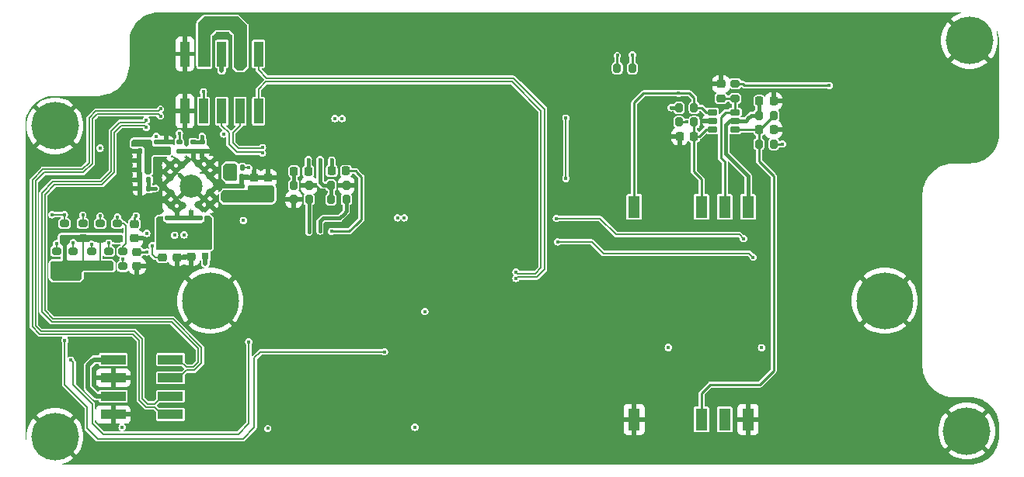
<source format=gbl>
G04 #@! TF.GenerationSoftware,KiCad,Pcbnew,8.0.0-rc1*
G04 #@! TF.CreationDate,2025-03-27T12:12:56+03:00*
G04 #@! TF.ProjectId,GSM_CT_V1.0,47534d5f-4354-45f5-9631-2e302e6b6963,rev?*
G04 #@! TF.SameCoordinates,Original*
G04 #@! TF.FileFunction,Copper,L4,Bot*
G04 #@! TF.FilePolarity,Positive*
%FSLAX46Y46*%
G04 Gerber Fmt 4.6, Leading zero omitted, Abs format (unit mm)*
G04 Created by KiCad (PCBNEW 8.0.0-rc1) date 2025-03-27 12:12:56*
%MOMM*%
%LPD*%
G01*
G04 APERTURE LIST*
G04 Aperture macros list*
%AMRoundRect*
0 Rectangle with rounded corners*
0 $1 Rounding radius*
0 $2 $3 $4 $5 $6 $7 $8 $9 X,Y pos of 4 corners*
0 Add a 4 corners polygon primitive as box body*
4,1,4,$2,$3,$4,$5,$6,$7,$8,$9,$2,$3,0*
0 Add four circle primitives for the rounded corners*
1,1,$1+$1,$2,$3*
1,1,$1+$1,$4,$5*
1,1,$1+$1,$6,$7*
1,1,$1+$1,$8,$9*
0 Add four rect primitives between the rounded corners*
20,1,$1+$1,$2,$3,$4,$5,0*
20,1,$1+$1,$4,$5,$6,$7,0*
20,1,$1+$1,$6,$7,$8,$9,0*
20,1,$1+$1,$8,$9,$2,$3,0*%
G04 Aperture macros list end*
G04 #@! TA.AperFunction,ComponentPad*
%ADD10C,5.200000*%
G04 #@! TD*
G04 #@! TA.AperFunction,ComponentPad*
%ADD11C,0.800000*%
G04 #@! TD*
G04 #@! TA.AperFunction,ComponentPad*
%ADD12C,2.500000*%
G04 #@! TD*
G04 #@! TA.AperFunction,ComponentPad*
%ADD13C,0.900000*%
G04 #@! TD*
G04 #@! TA.AperFunction,ComponentPad*
%ADD14C,6.200000*%
G04 #@! TD*
G04 #@! TA.AperFunction,SMDPad,CuDef*
%ADD15RoundRect,0.225000X0.225000X0.250000X-0.225000X0.250000X-0.225000X-0.250000X0.225000X-0.250000X0*%
G04 #@! TD*
G04 #@! TA.AperFunction,SMDPad,CuDef*
%ADD16RoundRect,0.225000X-0.225000X-0.250000X0.225000X-0.250000X0.225000X0.250000X-0.225000X0.250000X0*%
G04 #@! TD*
G04 #@! TA.AperFunction,SMDPad,CuDef*
%ADD17RoundRect,0.218750X-0.256250X0.218750X-0.256250X-0.218750X0.256250X-0.218750X0.256250X0.218750X0*%
G04 #@! TD*
G04 #@! TA.AperFunction,SMDPad,CuDef*
%ADD18RoundRect,0.140000X0.170000X-0.140000X0.170000X0.140000X-0.170000X0.140000X-0.170000X-0.140000X0*%
G04 #@! TD*
G04 #@! TA.AperFunction,SMDPad,CuDef*
%ADD19RoundRect,0.225000X-0.250000X0.225000X-0.250000X-0.225000X0.250000X-0.225000X0.250000X0.225000X0*%
G04 #@! TD*
G04 #@! TA.AperFunction,SMDPad,CuDef*
%ADD20RoundRect,0.200000X0.200000X0.275000X-0.200000X0.275000X-0.200000X-0.275000X0.200000X-0.275000X0*%
G04 #@! TD*
G04 #@! TA.AperFunction,SMDPad,CuDef*
%ADD21R,2.750000X1.000000*%
G04 #@! TD*
G04 #@! TA.AperFunction,SMDPad,CuDef*
%ADD22RoundRect,0.200000X-0.275000X0.200000X-0.275000X-0.200000X0.275000X-0.200000X0.275000X0.200000X0*%
G04 #@! TD*
G04 #@! TA.AperFunction,SMDPad,CuDef*
%ADD23RoundRect,0.140000X0.140000X0.170000X-0.140000X0.170000X-0.140000X-0.170000X0.140000X-0.170000X0*%
G04 #@! TD*
G04 #@! TA.AperFunction,SMDPad,CuDef*
%ADD24R,0.700000X0.650000*%
G04 #@! TD*
G04 #@! TA.AperFunction,SMDPad,CuDef*
%ADD25RoundRect,0.130435X-0.419565X0.169565X-0.419565X-0.169565X0.419565X-0.169565X0.419565X0.169565X0*%
G04 #@! TD*
G04 #@! TA.AperFunction,SMDPad,CuDef*
%ADD26RoundRect,0.200000X-0.200000X-0.275000X0.200000X-0.275000X0.200000X0.275000X-0.200000X0.275000X0*%
G04 #@! TD*
G04 #@! TA.AperFunction,SMDPad,CuDef*
%ADD27RoundRect,0.140000X-0.170000X0.140000X-0.170000X-0.140000X0.170000X-0.140000X0.170000X0.140000X0*%
G04 #@! TD*
G04 #@! TA.AperFunction,SMDPad,CuDef*
%ADD28RoundRect,0.225000X0.250000X-0.225000X0.250000X0.225000X-0.250000X0.225000X-0.250000X-0.225000X0*%
G04 #@! TD*
G04 #@! TA.AperFunction,SMDPad,CuDef*
%ADD29RoundRect,0.140000X-0.140000X-0.170000X0.140000X-0.170000X0.140000X0.170000X-0.140000X0.170000X0*%
G04 #@! TD*
G04 #@! TA.AperFunction,SMDPad,CuDef*
%ADD30RoundRect,0.135000X-0.135000X-0.185000X0.135000X-0.185000X0.135000X0.185000X-0.135000X0.185000X0*%
G04 #@! TD*
G04 #@! TA.AperFunction,SMDPad,CuDef*
%ADD31R,1.000000X2.750000*%
G04 #@! TD*
G04 #@! TA.AperFunction,SMDPad,CuDef*
%ADD32R,1.300000X2.400000*%
G04 #@! TD*
G04 #@! TA.AperFunction,ViaPad*
%ADD33C,0.400000*%
G04 #@! TD*
G04 #@! TA.AperFunction,Conductor*
%ADD34C,0.381000*%
G04 #@! TD*
G04 #@! TA.AperFunction,Conductor*
%ADD35C,0.254000*%
G04 #@! TD*
G04 #@! TA.AperFunction,Conductor*
%ADD36C,0.200000*%
G04 #@! TD*
G04 #@! TA.AperFunction,Conductor*
%ADD37C,0.508000*%
G04 #@! TD*
G04 #@! TA.AperFunction,Conductor*
%ADD38C,0.150000*%
G04 #@! TD*
G04 APERTURE END LIST*
D10*
X163120000Y-75070000D03*
X162840000Y-117710000D03*
X63460000Y-118310000D03*
D11*
X76070000Y-93110000D03*
X77370000Y-93110000D03*
X79070000Y-93010000D03*
X80370000Y-93010000D03*
X76070000Y-91760000D03*
X80370000Y-91660000D03*
D12*
X78270000Y-90960000D03*
D11*
X76020000Y-90060000D03*
X80370000Y-89910000D03*
X76020000Y-88710000D03*
X77320000Y-88710000D03*
X79070000Y-88560000D03*
X80370000Y-88560000D03*
D13*
X77790000Y-103490000D03*
X78540000Y-101640000D03*
X78540000Y-105340000D03*
X80390000Y-100890000D03*
D14*
X80390000Y-103490000D03*
D13*
X80390000Y-106090000D03*
X82240000Y-101640000D03*
X82240000Y-105340000D03*
X82990000Y-103490000D03*
D10*
X63460000Y-84410000D03*
D13*
X151290000Y-103490000D03*
X152040000Y-101640000D03*
X152040000Y-105340000D03*
X153890000Y-100890000D03*
D14*
X153890000Y-103490000D03*
D13*
X153890000Y-106090000D03*
X155740000Y-101640000D03*
X155740000Y-105340000D03*
X156490000Y-103490000D03*
D15*
X95177500Y-89327500D03*
X93627500Y-89327500D03*
D16*
X140225000Y-84810000D03*
X141775000Y-84810000D03*
D17*
X75200000Y-97172500D03*
X75200000Y-98747500D03*
D18*
X75790000Y-95400000D03*
X75790000Y-94440000D03*
D19*
X76760000Y-97185000D03*
X76760000Y-98735000D03*
D15*
X91072500Y-89352500D03*
X89522500Y-89352500D03*
D20*
X95215000Y-92410000D03*
X93565000Y-92410000D03*
D21*
X69813263Y-109908264D03*
X76063263Y-109908264D03*
X69813263Y-111908264D03*
X76063263Y-111908264D03*
X69813263Y-113908264D03*
X76063263Y-113908264D03*
X69813263Y-115908264D03*
X76063263Y-115908264D03*
D22*
X63620000Y-98090000D03*
X63620000Y-99740000D03*
D18*
X83850000Y-91910000D03*
X83850000Y-90950000D03*
D22*
X68380000Y-95050000D03*
X68380000Y-96700000D03*
D18*
X76780000Y-95400000D03*
X76780000Y-94440000D03*
D23*
X73650000Y-90270000D03*
X72690000Y-90270000D03*
D22*
X67440000Y-98095000D03*
X67440000Y-99745000D03*
X137600000Y-79770000D03*
X137600000Y-81420000D03*
D18*
X82850000Y-91910000D03*
X82850000Y-90950000D03*
D23*
X73640000Y-87200000D03*
X72680000Y-87200000D03*
D19*
X78320000Y-97165000D03*
X78320000Y-98715000D03*
X72410000Y-98150000D03*
X72410000Y-99700000D03*
D15*
X133115000Y-85550000D03*
X131565000Y-85550000D03*
D22*
X64500000Y-95050000D03*
X64500000Y-96700000D03*
D18*
X78290000Y-95400000D03*
X78290000Y-94440000D03*
X74600000Y-87140000D03*
X74600000Y-86180000D03*
D22*
X69320000Y-98090000D03*
X69320000Y-99740000D03*
D24*
X79870000Y-98635000D03*
X79870000Y-97285000D03*
D23*
X73620000Y-89190000D03*
X72660000Y-89190000D03*
D25*
X135090000Y-84805000D03*
X135090000Y-83855000D03*
X135090000Y-82905000D03*
X137590000Y-82905000D03*
X137590000Y-83855000D03*
X137590000Y-84805000D03*
D26*
X124745000Y-78090000D03*
X126395000Y-78090000D03*
D20*
X133125000Y-82410000D03*
X131475000Y-82410000D03*
D27*
X78530000Y-86190000D03*
X78530000Y-87150000D03*
D28*
X85130000Y-91635000D03*
X85130000Y-90085000D03*
D27*
X77020000Y-86180000D03*
X77020000Y-87140000D03*
D23*
X73660000Y-91250000D03*
X72700000Y-91250000D03*
D28*
X136060000Y-81375000D03*
X136060000Y-79825000D03*
D18*
X79280000Y-95400000D03*
X79280000Y-94440000D03*
D29*
X82840000Y-89980000D03*
X83800000Y-89980000D03*
D28*
X86690000Y-91625000D03*
X86690000Y-90075000D03*
D30*
X82860000Y-88980000D03*
X83880000Y-88980000D03*
D18*
X75580000Y-87140000D03*
X75580000Y-86180000D03*
D19*
X72120000Y-95115000D03*
X72120000Y-96665000D03*
D22*
X66500000Y-95040000D03*
X66500000Y-96690000D03*
D31*
X77650000Y-76545000D03*
X77650000Y-82795000D03*
X79650000Y-76545000D03*
X79650000Y-82795000D03*
X81650000Y-76545000D03*
X81650000Y-82795000D03*
X83650000Y-76545000D03*
X83650000Y-82795000D03*
X85650000Y-76545000D03*
X85650000Y-82795000D03*
D26*
X89515000Y-90890000D03*
X91165000Y-90890000D03*
D22*
X70870000Y-98085000D03*
X70870000Y-99735000D03*
D26*
X93565000Y-90880000D03*
X95215000Y-90880000D03*
X131475000Y-83990000D03*
X133125000Y-83990000D03*
D22*
X65470000Y-98080000D03*
X65470000Y-99730000D03*
D20*
X91145000Y-92410000D03*
X89495000Y-92410000D03*
D22*
X70290000Y-95050000D03*
X70290000Y-96700000D03*
D26*
X140175000Y-83250000D03*
X141825000Y-83250000D03*
D23*
X73610000Y-88200000D03*
X72650000Y-88200000D03*
D32*
X138990000Y-116450000D03*
X136450000Y-116450000D03*
X133910000Y-116450000D03*
X133910000Y-93250000D03*
X136450000Y-93250000D03*
X138990000Y-93250000D03*
X126590000Y-116450000D03*
X126590000Y-93250000D03*
D16*
X140225000Y-81700000D03*
X141775000Y-81700000D03*
D20*
X141825000Y-86380000D03*
X140175000Y-86380000D03*
D27*
X79510000Y-86180000D03*
X79510000Y-87140000D03*
D33*
X64500000Y-95860000D03*
X96210000Y-90880000D03*
X97900000Y-77090000D03*
X72200000Y-103070000D03*
X66510000Y-95860000D03*
X100600000Y-77080000D03*
X100790000Y-94430000D03*
X94770000Y-83590000D03*
X140460000Y-108610000D03*
X93990000Y-83590000D03*
X101550000Y-94430000D03*
X130300000Y-108590000D03*
X103780000Y-104660000D03*
X139040000Y-83570000D03*
X119150000Y-90130000D03*
X119150000Y-83540000D03*
X93630000Y-88130000D03*
X93620000Y-95920000D03*
X91070000Y-88070000D03*
X139560000Y-98730000D03*
X118240000Y-97060000D03*
X138510000Y-96710000D03*
X118120000Y-94500000D03*
X79650000Y-80680000D03*
X113710000Y-101050000D03*
X92360000Y-88090000D03*
X81650000Y-78360000D03*
X86080000Y-87380000D03*
X113720000Y-100340000D03*
X86080000Y-86760000D03*
X70790000Y-117310000D03*
X82300000Y-73190000D03*
X80830000Y-73190000D03*
X92340000Y-95870000D03*
X102690000Y-117300000D03*
X86660000Y-117430000D03*
X124750000Y-76710000D03*
X126400000Y-76670000D03*
X147840000Y-79990000D03*
X132290000Y-83980000D03*
X130630000Y-82410000D03*
X131410000Y-80850000D03*
X142750000Y-86380000D03*
X91140000Y-96010000D03*
X82130000Y-89700000D03*
X79520000Y-85530000D03*
X83990000Y-94710000D03*
X84600000Y-88980000D03*
X77530000Y-96300000D03*
X73520000Y-98160000D03*
X73470000Y-96130000D03*
X74518587Y-85520001D03*
X76520000Y-96320000D03*
X72180000Y-86390000D03*
X72310000Y-94220000D03*
X77020000Y-85210000D03*
X81870000Y-85300000D03*
X75020000Y-94460000D03*
X80040000Y-94410000D03*
X82000000Y-92210000D03*
X65070000Y-100850000D03*
X74430000Y-91210000D03*
X65920000Y-100870000D03*
X68380000Y-86830000D03*
X74070000Y-97460000D03*
X70870000Y-98980000D03*
X79870000Y-99450000D03*
X67495000Y-110125000D03*
X73420000Y-83790000D03*
X73420000Y-84570000D03*
X74972554Y-83330000D03*
X74972554Y-82550000D03*
X70290000Y-94330000D03*
X69310000Y-97190000D03*
X68380000Y-94230000D03*
X67440000Y-97310000D03*
X66500000Y-94130000D03*
X65470000Y-97160000D03*
X64550000Y-107810000D03*
X99370000Y-109060000D03*
X63140000Y-94090000D03*
X65210000Y-109950000D03*
X84590000Y-107990000D03*
X64500000Y-94080000D03*
X63620000Y-97250000D03*
D34*
X138755000Y-83855000D02*
X137590000Y-83855000D01*
X139360000Y-83250000D02*
X139040000Y-83570000D01*
X139020000Y-93320000D02*
X139020000Y-89880000D01*
X140175000Y-83250000D02*
X140175000Y-81750000D01*
X136560000Y-87420000D02*
X136560000Y-84300000D01*
X140175000Y-83250000D02*
X139360000Y-83250000D01*
X137005000Y-83855000D02*
X137590000Y-83855000D01*
X140175000Y-81750000D02*
X140225000Y-81700000D01*
X136560000Y-84300000D02*
X137005000Y-83855000D01*
X139020000Y-89880000D02*
X136560000Y-87420000D01*
X139040000Y-83570000D02*
X138755000Y-83855000D01*
D35*
X133670000Y-85550000D02*
X134415000Y-84805000D01*
X133115000Y-89395000D02*
X133115000Y-85550000D01*
X133115000Y-85550000D02*
X133670000Y-85550000D01*
X134415000Y-84805000D02*
X135090000Y-84805000D01*
X133940000Y-93320000D02*
X133940000Y-90220000D01*
X133940000Y-90220000D02*
X133115000Y-89395000D01*
X133115000Y-84000000D02*
X133125000Y-83990000D01*
X133115000Y-85550000D02*
X133115000Y-84000000D01*
X136555000Y-82905000D02*
X137590000Y-82905000D01*
X137600000Y-82895000D02*
X137590000Y-82905000D01*
X136480000Y-88320000D02*
X136030000Y-87870000D01*
X136105000Y-81420000D02*
X136060000Y-81375000D01*
X136030000Y-87870000D02*
X136030000Y-83430000D01*
X137600000Y-81420000D02*
X137600000Y-82895000D01*
X136480000Y-93320000D02*
X136480000Y-88320000D01*
X137600000Y-81420000D02*
X136105000Y-81420000D01*
X136030000Y-83430000D02*
X136555000Y-82905000D01*
X137580000Y-81440000D02*
X137600000Y-81420000D01*
X140175000Y-88245000D02*
X141800000Y-89870000D01*
X134860000Y-112640000D02*
X133910000Y-113590000D01*
X140220000Y-84805000D02*
X140225000Y-84810000D01*
X140225000Y-86330000D02*
X140175000Y-86380000D01*
X137590000Y-84805000D02*
X140220000Y-84805000D01*
X140175000Y-86380000D02*
X140175000Y-88245000D01*
X140225000Y-84810000D02*
X140225000Y-86330000D01*
X140260000Y-112640000D02*
X134860000Y-112640000D01*
X140265000Y-84810000D02*
X141825000Y-83250000D01*
X141800000Y-111100000D02*
X140260000Y-112640000D01*
X133910000Y-113590000D02*
X133910000Y-116450000D01*
X140225000Y-84810000D02*
X140265000Y-84810000D01*
X141800000Y-89870000D02*
X141800000Y-111100000D01*
D36*
X119150000Y-90130000D02*
X119150000Y-83540000D01*
D34*
X93627500Y-89327500D02*
X93627500Y-88132500D01*
X93627500Y-88132500D02*
X93630000Y-88130000D01*
D35*
X96430000Y-89520000D02*
X96850000Y-89940000D01*
X95520000Y-95920000D02*
X93620000Y-95920000D01*
X96850000Y-89940000D02*
X96850000Y-91980000D01*
X95177500Y-89327500D02*
X96237500Y-89327500D01*
X96310000Y-95130000D02*
X95520000Y-95920000D01*
X96237500Y-89327500D02*
X96430000Y-89520000D01*
X96850000Y-91980000D02*
X96850000Y-94590000D01*
X96850000Y-94590000D02*
X96310000Y-95130000D01*
D34*
X89515000Y-89360000D02*
X89522500Y-89352500D01*
X89515000Y-90890000D02*
X89515000Y-89360000D01*
X91072500Y-88072500D02*
X91070000Y-88070000D01*
X91072500Y-89352500D02*
X91072500Y-88072500D01*
D36*
X118240000Y-97060000D02*
X121990000Y-97060000D01*
X121990000Y-97060000D02*
X123240000Y-98310000D01*
X123240000Y-98310000D02*
X139140000Y-98310000D01*
X139140000Y-98310000D02*
X139560000Y-98730000D01*
X138070000Y-96270000D02*
X138510000Y-96710000D01*
X124620000Y-96270000D02*
X138070000Y-96270000D01*
X122850000Y-94500000D02*
X124620000Y-96270000D01*
X118120000Y-94500000D02*
X122850000Y-94500000D01*
D35*
X79650000Y-80680000D02*
X79650000Y-82795000D01*
D36*
X85650000Y-78270000D02*
X86550000Y-79170000D01*
X86590000Y-79200000D02*
X113440000Y-79200000D01*
X113860000Y-100900000D02*
X113710000Y-101050000D01*
X86560000Y-79170000D02*
X86590000Y-79200000D01*
X115959999Y-100900000D02*
X113860000Y-100900000D01*
X86550000Y-79170000D02*
X86560000Y-79170000D01*
X116810000Y-100050000D02*
X115959999Y-100900000D01*
X116810000Y-82570000D02*
X116810000Y-100050000D01*
X85650000Y-76545000D02*
X85650000Y-78270000D01*
X113440000Y-79200000D02*
X116810000Y-82570000D01*
D34*
X93572500Y-90887500D02*
X93565000Y-90880000D01*
X92360000Y-90550000D02*
X92360000Y-88090000D01*
X93565000Y-90880000D02*
X92690000Y-90880000D01*
X93572500Y-92407500D02*
X93572500Y-90887500D01*
X92690000Y-90880000D02*
X92360000Y-90550000D01*
X93577500Y-92412500D02*
X93572500Y-92407500D01*
D37*
X81650000Y-76545000D02*
X81650000Y-78360000D01*
D36*
X81650000Y-84370000D02*
X82440000Y-85160000D01*
X85980000Y-87280000D02*
X86080000Y-87380000D01*
X81650000Y-82795000D02*
X81650000Y-84370000D01*
X82440000Y-85160000D02*
X82440000Y-86406986D01*
X82440000Y-86406986D02*
X83313014Y-87280000D01*
X83313014Y-87280000D02*
X85980000Y-87280000D01*
X113282598Y-79580000D02*
X116430000Y-82727402D01*
X85650000Y-82795000D02*
X85650000Y-80390000D01*
X116430000Y-82727402D02*
X116430000Y-99892598D01*
X115802598Y-100520000D02*
X113900000Y-100520000D01*
X113900000Y-100520000D02*
X113720000Y-100340000D01*
X116430000Y-99892598D02*
X115802598Y-100520000D01*
X85650000Y-80390000D02*
X86460000Y-79580000D01*
X86460000Y-79580000D02*
X113282598Y-79580000D01*
X82860000Y-85140000D02*
X82860000Y-86233014D01*
X82860000Y-86233014D02*
X83486986Y-86860000D01*
X85980000Y-86860000D02*
X86080000Y-86760000D01*
X83486986Y-86860000D02*
X85980000Y-86860000D01*
X83650000Y-84350000D02*
X82860000Y-85140000D01*
X83650000Y-82795000D02*
X83650000Y-84350000D01*
D34*
X95215000Y-93725000D02*
X94950000Y-93990000D01*
X94460000Y-94480000D02*
X93360000Y-94480000D01*
X93360000Y-94480000D02*
X92740000Y-94480000D01*
X92740000Y-94480000D02*
X92390000Y-94830000D01*
X92340000Y-94880000D02*
X92340000Y-95870000D01*
X94950000Y-93990000D02*
X94460000Y-94480000D01*
X95215000Y-92410000D02*
X95215000Y-93725000D01*
X92390000Y-94830000D02*
X92340000Y-94880000D01*
D35*
X124745000Y-78090000D02*
X124745000Y-76715000D01*
X124745000Y-76715000D02*
X124750000Y-76710000D01*
X126395000Y-78090000D02*
X126395000Y-76675000D01*
X126395000Y-76675000D02*
X126400000Y-76670000D01*
X147840000Y-79990000D02*
X138610000Y-79990000D01*
X138610000Y-79990000D02*
X138390000Y-79770000D01*
X138390000Y-79770000D02*
X137600000Y-79770000D01*
X132290000Y-83980000D02*
X131465000Y-83980000D01*
D34*
X130630000Y-82410000D02*
X131475000Y-82410000D01*
D35*
X133125000Y-82410000D02*
X133950000Y-82410000D01*
X133125000Y-81355000D02*
X133125000Y-82410000D01*
X134445000Y-82905000D02*
X135090000Y-82905000D01*
X133950000Y-82410000D02*
X134445000Y-82905000D01*
X126590000Y-93250000D02*
X126590000Y-81870000D01*
X127610000Y-80850000D02*
X131410000Y-80850000D01*
X132620000Y-80850000D02*
X133125000Y-81355000D01*
X131410000Y-80850000D02*
X132620000Y-80850000D01*
X126590000Y-81870000D02*
X127610000Y-80850000D01*
X141825000Y-86380000D02*
X142750000Y-86380000D01*
D34*
X91145000Y-96005000D02*
X91145000Y-92410000D01*
X91140000Y-96010000D02*
X91145000Y-96005000D01*
D35*
X73520000Y-98160000D02*
X73510000Y-98150000D01*
D36*
X79500000Y-86190000D02*
X79510000Y-86180000D01*
D35*
X73510000Y-98150000D02*
X72410000Y-98150000D01*
D34*
X79510000Y-86180000D02*
X79510000Y-85540000D01*
X79510000Y-85540000D02*
X79520000Y-85530000D01*
D36*
X83880000Y-88980000D02*
X84600000Y-88980000D01*
D34*
X78530000Y-86190000D02*
X79500000Y-86190000D01*
D35*
X72115000Y-94415000D02*
X72115000Y-95110000D01*
X72115000Y-95110000D02*
X72120000Y-95115000D01*
X72310000Y-94220000D02*
X72115000Y-94415000D01*
X77020000Y-86180000D02*
X77020000Y-85210000D01*
D36*
X66050000Y-99730000D02*
X66500000Y-99280000D01*
X67440000Y-99745000D02*
X67975000Y-99745000D01*
X74387500Y-98747500D02*
X74070000Y-98430000D01*
X68380000Y-99340000D02*
X68380000Y-96700000D01*
X65470000Y-99730000D02*
X66050000Y-99730000D01*
X75200000Y-98747500D02*
X74387500Y-98747500D01*
X66500000Y-99280000D02*
X66500000Y-96690000D01*
X74070000Y-98430000D02*
X74070000Y-97460000D01*
D34*
X73650000Y-91240000D02*
X73660000Y-91250000D01*
X73660000Y-91250000D02*
X74390000Y-91250000D01*
D36*
X67975000Y-99745000D02*
X68380000Y-99340000D01*
D34*
X73650000Y-90270000D02*
X73650000Y-91240000D01*
X74390000Y-91250000D02*
X74430000Y-91210000D01*
D36*
X70870000Y-98980000D02*
X70870000Y-99735000D01*
D37*
X67948264Y-113908264D02*
X69813263Y-113908264D01*
X67495000Y-110125000D02*
X67711736Y-109908264D01*
X67060000Y-110560000D02*
X67060000Y-113020000D01*
X79870000Y-99450000D02*
X79870000Y-98635000D01*
X67060000Y-113020000D02*
X67948264Y-113908264D01*
X67711736Y-109908264D02*
X69813263Y-109908264D01*
X67495000Y-110125000D02*
X67060000Y-110560000D01*
D38*
X76938263Y-109908264D02*
X77763263Y-110733264D01*
X70527512Y-84005000D02*
X73205000Y-84005000D01*
X77763263Y-110733264D02*
X78529248Y-110733264D01*
X62020000Y-91712512D02*
X63257512Y-90475000D01*
X76063263Y-109908264D02*
X76938263Y-109908264D01*
X68447512Y-90475000D02*
X69575000Y-89347512D01*
X78529248Y-110733264D02*
X79094095Y-110168417D01*
X69575000Y-84957512D02*
X70527512Y-84005000D01*
X73205000Y-84005000D02*
X73420000Y-83790000D01*
X79094095Y-110168417D02*
X79094095Y-108711583D01*
X63127512Y-105805000D02*
X62020000Y-104697488D01*
X63257512Y-90475000D02*
X68447512Y-90475000D01*
X69575000Y-89347512D02*
X69575000Y-84957512D01*
X76187512Y-105805000D02*
X63127512Y-105805000D01*
X62020000Y-104697488D02*
X62020000Y-91712512D01*
X79094095Y-108711583D02*
X76187512Y-105805000D01*
X76938263Y-111908264D02*
X77763263Y-111083264D01*
X78674224Y-111083264D02*
X79444095Y-110313393D01*
X76063263Y-111908264D02*
X76938263Y-111908264D01*
X62350000Y-104532512D02*
X62350000Y-91877488D01*
X79444095Y-110313393D02*
X79444095Y-108566607D01*
X63272488Y-105455000D02*
X62350000Y-104532512D01*
X63402488Y-90825000D02*
X68592488Y-90825000D01*
X62350000Y-91877488D02*
X63402488Y-90825000D01*
X69925000Y-89492488D02*
X69925000Y-85102488D01*
X70672488Y-84355000D02*
X73205000Y-84355000D01*
X73205000Y-84355000D02*
X73420000Y-84570000D01*
X68592488Y-90825000D02*
X69925000Y-89492488D01*
X79444095Y-108566607D02*
X76332488Y-105455000D01*
X77763263Y-111083264D02*
X78674224Y-111083264D01*
X69925000Y-85102488D02*
X70672488Y-84355000D01*
X76332488Y-105455000D02*
X63272488Y-105455000D01*
X74363263Y-114733264D02*
X73540752Y-114733264D01*
X61350429Y-106192941D02*
X61350429Y-90427059D01*
X74757554Y-83115000D02*
X74972554Y-83330000D01*
X75188263Y-113908264D02*
X74363263Y-114733264D01*
X68041690Y-83115000D02*
X74757554Y-83115000D01*
X62282488Y-89495000D02*
X66571690Y-89495000D01*
X66571690Y-89495000D02*
X67519999Y-88546691D01*
X76063263Y-113908264D02*
X75188263Y-113908264D01*
X61972488Y-106815000D02*
X61350429Y-106192941D01*
X72142488Y-106815000D02*
X61972488Y-106815000D01*
X61350429Y-90427059D02*
X62282488Y-89495000D01*
X67519999Y-88546691D02*
X67520000Y-83636690D01*
X67520000Y-83636690D02*
X68041690Y-83115000D01*
X73540752Y-114733264D02*
X72985000Y-114177512D01*
X72985000Y-107657512D02*
X72142488Y-106815000D01*
X72985000Y-114177512D02*
X72985000Y-107657512D01*
X61000429Y-90282083D02*
X62137512Y-89145000D01*
X74363263Y-115083264D02*
X73395776Y-115083264D01*
X74757554Y-82765000D02*
X74972554Y-82550000D01*
X76063263Y-115908264D02*
X75188263Y-115908264D01*
X67190000Y-88410000D02*
X67190000Y-83500000D01*
X61000429Y-106337917D02*
X61000429Y-90282083D01*
X67190000Y-83500000D02*
X67925000Y-82765000D01*
X71997512Y-107165000D02*
X61827512Y-107165000D01*
X75188263Y-115908264D02*
X74363263Y-115083264D01*
X61827512Y-107165000D02*
X61000429Y-106337917D01*
X66455000Y-89145000D02*
X67190000Y-88410000D01*
X72635000Y-107802488D02*
X71997512Y-107165000D01*
X73395776Y-115083264D02*
X72635000Y-114322488D01*
X62137512Y-89145000D02*
X66455000Y-89145000D01*
X67925000Y-82765000D02*
X74757554Y-82765000D01*
X72635000Y-114322488D02*
X72635000Y-107802488D01*
D36*
X70870000Y-97550000D02*
X71210000Y-97210000D01*
X71210000Y-95330000D02*
X70930000Y-95050000D01*
X70290000Y-95050000D02*
X70290000Y-94330000D01*
X70870000Y-98085000D02*
X70870000Y-97550000D01*
X70930000Y-95050000D02*
X70290000Y-95050000D01*
X71210000Y-97210000D02*
X71210000Y-95330000D01*
X69320000Y-98090000D02*
X69320000Y-97200000D01*
X69320000Y-97200000D02*
X69310000Y-97190000D01*
X68380000Y-95050000D02*
X68380000Y-94230000D01*
X67440000Y-98095000D02*
X67440000Y-97310000D01*
X66510000Y-94740000D02*
X66500000Y-94730000D01*
X66500000Y-94750000D02*
X66510000Y-94740000D01*
X66500000Y-95040000D02*
X66500000Y-94750000D01*
X66500000Y-94730000D02*
X66500000Y-94130000D01*
X66970000Y-115070000D02*
X66970000Y-117400000D01*
X85200000Y-109730000D02*
X85870000Y-109060000D01*
X83940000Y-118540000D02*
X85200000Y-117280000D01*
X65470000Y-98080000D02*
X65470000Y-97160000D01*
X66970000Y-117400000D02*
X68110000Y-118540000D01*
X85870000Y-109060000D02*
X99370000Y-109060000D01*
X68110000Y-118540000D02*
X83940000Y-118540000D01*
X64550000Y-107810000D02*
X64550000Y-112650000D01*
X85200000Y-117280000D02*
X85200000Y-109730000D01*
X64550000Y-112650000D02*
X66970000Y-115070000D01*
X63150000Y-94080000D02*
X63140000Y-94090000D01*
X83450000Y-118060000D02*
X84590000Y-116920000D01*
X65450000Y-112690000D02*
X67550000Y-114790000D01*
X64500000Y-94080000D02*
X63150000Y-94080000D01*
X84590000Y-116920000D02*
X84590000Y-107990000D01*
X65450000Y-110190000D02*
X65450000Y-112690000D01*
X68700000Y-118060000D02*
X83450000Y-118060000D01*
X67550000Y-116910000D02*
X68700000Y-118060000D01*
X67550000Y-114790000D02*
X67550000Y-116910000D01*
X64500000Y-95050000D02*
X64500000Y-94080000D01*
X65210000Y-109950000D02*
X65450000Y-110190000D01*
X63620000Y-98090000D02*
X63620000Y-97250000D01*
G04 #@! TA.AperFunction,Conductor*
G36*
X82298698Y-105045145D02*
G01*
X82279496Y-105040000D01*
X82200504Y-105040000D01*
X82124204Y-105060444D01*
X82055795Y-105099940D01*
X81999940Y-105155795D01*
X81960444Y-105224204D01*
X81940000Y-105300504D01*
X81940000Y-105379496D01*
X81945145Y-105398698D01*
X81694820Y-105148373D01*
X81784205Y-105079786D01*
X81979786Y-104884205D01*
X82048373Y-104794820D01*
X82298698Y-105045145D01*
G37*
G04 #@! TD.AperFunction*
G04 #@! TA.AperFunction,Conductor*
G36*
X78800214Y-104884205D02*
G01*
X78995795Y-105079786D01*
X79085179Y-105148372D01*
X78834855Y-105398696D01*
X78840000Y-105379496D01*
X78840000Y-105300504D01*
X78819556Y-105224204D01*
X78780060Y-105155795D01*
X78724205Y-105099940D01*
X78655796Y-105060444D01*
X78579496Y-105040000D01*
X78500504Y-105040000D01*
X78481299Y-105045145D01*
X78731626Y-104794819D01*
X78800214Y-104884205D01*
G37*
G04 #@! TD.AperFunction*
G04 #@! TA.AperFunction,Conductor*
G36*
X79085179Y-101831626D02*
G01*
X78995795Y-101900214D01*
X78800214Y-102095795D01*
X78731626Y-102185179D01*
X78481301Y-101934854D01*
X78500504Y-101940000D01*
X78579496Y-101940000D01*
X78655796Y-101919556D01*
X78724205Y-101880060D01*
X78780060Y-101824205D01*
X78819556Y-101755796D01*
X78840000Y-101679496D01*
X78840000Y-101600504D01*
X78834854Y-101581301D01*
X79085179Y-101831626D01*
G37*
G04 #@! TD.AperFunction*
G04 #@! TA.AperFunction,Conductor*
G36*
X81940000Y-101600504D02*
G01*
X81940000Y-101679496D01*
X81960444Y-101755796D01*
X81999940Y-101824205D01*
X82055795Y-101880060D01*
X82124204Y-101919556D01*
X82200504Y-101940000D01*
X82279496Y-101940000D01*
X82298695Y-101934855D01*
X82048372Y-102185179D01*
X81979786Y-102095795D01*
X81784205Y-101900214D01*
X81694818Y-101831626D01*
X81945145Y-101581299D01*
X81940000Y-101600504D01*
G37*
G04 #@! TD.AperFunction*
G04 #@! TA.AperFunction,Conductor*
G36*
X77688905Y-93075352D02*
G01*
X77703257Y-93110000D01*
X77688905Y-93144648D01*
X77628134Y-93205418D01*
X77645000Y-93164701D01*
X77645000Y-93055299D01*
X77628134Y-93014581D01*
X77688905Y-93075352D01*
G37*
G04 #@! TD.AperFunction*
G04 #@! TA.AperFunction,Conductor*
G36*
X78795000Y-92955299D02*
G01*
X78795000Y-93064701D01*
X78811865Y-93105418D01*
X78751095Y-93044648D01*
X78736743Y-93010000D01*
X78751095Y-92975352D01*
X78811865Y-92914581D01*
X78795000Y-92955299D01*
G37*
G04 #@! TD.AperFunction*
G04 #@! TA.AperFunction,Conductor*
G36*
X155798698Y-105045145D02*
G01*
X155779496Y-105040000D01*
X155700504Y-105040000D01*
X155624204Y-105060444D01*
X155555795Y-105099940D01*
X155499940Y-105155795D01*
X155460444Y-105224204D01*
X155440000Y-105300504D01*
X155440000Y-105379496D01*
X155445145Y-105398698D01*
X155194820Y-105148373D01*
X155284205Y-105079786D01*
X155479786Y-104884205D01*
X155548373Y-104794820D01*
X155798698Y-105045145D01*
G37*
G04 #@! TD.AperFunction*
G04 #@! TA.AperFunction,Conductor*
G36*
X152300214Y-104884205D02*
G01*
X152495795Y-105079786D01*
X152585179Y-105148372D01*
X152334855Y-105398696D01*
X152340000Y-105379496D01*
X152340000Y-105300504D01*
X152319556Y-105224204D01*
X152280060Y-105155795D01*
X152224205Y-105099940D01*
X152155796Y-105060444D01*
X152079496Y-105040000D01*
X152000504Y-105040000D01*
X151981299Y-105045145D01*
X152231626Y-104794819D01*
X152300214Y-104884205D01*
G37*
G04 #@! TD.AperFunction*
G04 #@! TA.AperFunction,Conductor*
G36*
X152585179Y-101831626D02*
G01*
X152495795Y-101900214D01*
X152300214Y-102095795D01*
X152231626Y-102185179D01*
X151981301Y-101934854D01*
X152000504Y-101940000D01*
X152079496Y-101940000D01*
X152155796Y-101919556D01*
X152224205Y-101880060D01*
X152280060Y-101824205D01*
X152319556Y-101755796D01*
X152340000Y-101679496D01*
X152340000Y-101600504D01*
X152334854Y-101581301D01*
X152585179Y-101831626D01*
G37*
G04 #@! TD.AperFunction*
G04 #@! TA.AperFunction,Conductor*
G36*
X155440000Y-101600504D02*
G01*
X155440000Y-101679496D01*
X155460444Y-101755796D01*
X155499940Y-101824205D01*
X155555795Y-101880060D01*
X155624204Y-101919556D01*
X155700504Y-101940000D01*
X155779496Y-101940000D01*
X155798695Y-101934855D01*
X155548372Y-102185179D01*
X155479786Y-102095795D01*
X155284205Y-101900214D01*
X155194818Y-101831626D01*
X155445145Y-101581299D01*
X155440000Y-101600504D01*
G37*
G04 #@! TD.AperFunction*
G04 #@! TA.AperFunction,Conductor*
G36*
X162230421Y-72024540D02*
G01*
X162244773Y-72059188D01*
X162230421Y-72093836D01*
X162209338Y-72106273D01*
X162094518Y-72139352D01*
X161772851Y-72272590D01*
X161772836Y-72272597D01*
X161468107Y-72441015D01*
X161184132Y-72642506D01*
X161111217Y-72707664D01*
X161111217Y-72707665D01*
X161993481Y-73589928D01*
X161890985Y-73668577D01*
X161718577Y-73840985D01*
X161639929Y-73943481D01*
X160757665Y-73061217D01*
X160757664Y-73061217D01*
X160692506Y-73134132D01*
X160491015Y-73418107D01*
X160322597Y-73722836D01*
X160322590Y-73722851D01*
X160189352Y-74044518D01*
X160092963Y-74379087D01*
X160034638Y-74722363D01*
X160034637Y-74722370D01*
X160015115Y-75070000D01*
X160034637Y-75417629D01*
X160034638Y-75417636D01*
X160092963Y-75760912D01*
X160189352Y-76095481D01*
X160322590Y-76417148D01*
X160322597Y-76417163D01*
X160491015Y-76721892D01*
X160692506Y-77005867D01*
X160757665Y-77078781D01*
X161639928Y-76196517D01*
X161718577Y-76299015D01*
X161890985Y-76471423D01*
X161993480Y-76550070D01*
X161111217Y-77432333D01*
X161111218Y-77432334D01*
X161184123Y-77497486D01*
X161184131Y-77497493D01*
X161468107Y-77698984D01*
X161772836Y-77867402D01*
X161772851Y-77867409D01*
X162094518Y-78000647D01*
X162429087Y-78097036D01*
X162772363Y-78155361D01*
X162772370Y-78155362D01*
X163120000Y-78174884D01*
X163467629Y-78155362D01*
X163467636Y-78155361D01*
X163810912Y-78097036D01*
X164145481Y-78000647D01*
X164467148Y-77867409D01*
X164467163Y-77867402D01*
X164771892Y-77698984D01*
X165055868Y-77497493D01*
X165055876Y-77497486D01*
X165128780Y-77432334D01*
X165128781Y-77432333D01*
X164246518Y-76550071D01*
X164349015Y-76471423D01*
X164521423Y-76299015D01*
X164600071Y-76196518D01*
X165482333Y-77078781D01*
X165482334Y-77078780D01*
X165547486Y-77005876D01*
X165547493Y-77005868D01*
X165748984Y-76721892D01*
X165917402Y-76417163D01*
X165917409Y-76417148D01*
X166050647Y-76095481D01*
X166147036Y-75760912D01*
X166205361Y-75417636D01*
X166205362Y-75417629D01*
X166224884Y-75070000D01*
X166205362Y-74722370D01*
X166205361Y-74722363D01*
X166147036Y-74379087D01*
X166067285Y-74102268D01*
X166071484Y-74065001D01*
X166100805Y-74041618D01*
X166138072Y-74045817D01*
X166160142Y-74071212D01*
X166214226Y-74212744D01*
X166215804Y-74217625D01*
X166300269Y-74534774D01*
X166301327Y-74539792D01*
X166352174Y-74864013D01*
X166352703Y-74869115D01*
X166369435Y-75197969D01*
X166369498Y-75200532D01*
X166369440Y-75239007D01*
X166369500Y-75239536D01*
X166369500Y-85303814D01*
X166369433Y-85306379D01*
X166352189Y-85635397D01*
X166351653Y-85640497D01*
X166300313Y-85964644D01*
X166299246Y-85969661D01*
X166214308Y-86286654D01*
X166212723Y-86291532D01*
X166095115Y-86597913D01*
X166093029Y-86602599D01*
X165944036Y-86895013D01*
X165941472Y-86899454D01*
X165762732Y-87174690D01*
X165759717Y-87178840D01*
X165553182Y-87433888D01*
X165549750Y-87437699D01*
X165317696Y-87669753D01*
X165313885Y-87673185D01*
X165058837Y-87879719D01*
X165054687Y-87882734D01*
X164779451Y-88061473D01*
X164775010Y-88064037D01*
X164482595Y-88213030D01*
X164477909Y-88215116D01*
X164171528Y-88332724D01*
X164166650Y-88334309D01*
X163849657Y-88419247D01*
X163844640Y-88420314D01*
X163520493Y-88471654D01*
X163515392Y-88472190D01*
X163186297Y-88489437D01*
X163183733Y-88489504D01*
X161510305Y-88489504D01*
X161510283Y-88489495D01*
X161490000Y-88489495D01*
X161318773Y-88489495D01*
X161318772Y-88489495D01*
X160977971Y-88523061D01*
X160977950Y-88523064D01*
X160642111Y-88589867D01*
X160642091Y-88589872D01*
X160314392Y-88689278D01*
X160314383Y-88689281D01*
X159998001Y-88820330D01*
X159997997Y-88820332D01*
X159695986Y-88981761D01*
X159695978Y-88981766D01*
X159411242Y-89172021D01*
X159411230Y-89172030D01*
X159146522Y-89389270D01*
X159146507Y-89389284D01*
X158904378Y-89631414D01*
X158904364Y-89631429D01*
X158687124Y-89896137D01*
X158687115Y-89896149D01*
X158496861Y-90180886D01*
X158496856Y-90180894D01*
X158335425Y-90482911D01*
X158204378Y-90799291D01*
X158204375Y-90799300D01*
X158104969Y-91127000D01*
X158104969Y-91127001D01*
X158038159Y-91462880D01*
X158038159Y-91462881D01*
X158004595Y-91803680D01*
X158004595Y-110499363D01*
X158004531Y-110499515D01*
X158004244Y-110691005D01*
X158004244Y-110691006D01*
X158037302Y-111031872D01*
X158037304Y-111031889D01*
X158103613Y-111367874D01*
X158202536Y-111695740D01*
X158252105Y-111815916D01*
X158333123Y-112012339D01*
X158492988Y-112312500D01*
X158494116Y-112314617D01*
X158683943Y-112599631D01*
X158683947Y-112599636D01*
X158683952Y-112599642D01*
X158683956Y-112599648D01*
X158900824Y-112864704D01*
X159115319Y-113079836D01*
X159142632Y-113107230D01*
X159142637Y-113107234D01*
X159407029Y-113324872D01*
X159407037Y-113324877D01*
X159407039Y-113324879D01*
X159691512Y-113515566D01*
X159911349Y-113633490D01*
X159993297Y-113677448D01*
X159993307Y-113677453D01*
X160157989Y-113745951D01*
X160309513Y-113808976D01*
X160637091Y-113908873D01*
X160637093Y-113908873D01*
X160637094Y-113908874D01*
X160972864Y-113976176D01*
X160972873Y-113976177D01*
X160972882Y-113976179D01*
X161313654Y-114010247D01*
X161450139Y-114010446D01*
X161450657Y-114010499D01*
X161484889Y-114010499D01*
X161519240Y-114010549D01*
X161519241Y-114010548D01*
X161524442Y-114010556D01*
X161524955Y-114010499D01*
X163145005Y-114010499D01*
X163145013Y-114010500D01*
X163150714Y-114010500D01*
X163183780Y-114010500D01*
X163186343Y-114010566D01*
X163515374Y-114027807D01*
X163520455Y-114028341D01*
X163844620Y-114079680D01*
X163849635Y-114080747D01*
X164166625Y-114165682D01*
X164171503Y-114167266D01*
X164477908Y-114284882D01*
X164482593Y-114286969D01*
X164774997Y-114435955D01*
X164779439Y-114438519D01*
X164841076Y-114478546D01*
X165054689Y-114617267D01*
X165058826Y-114620272D01*
X165219566Y-114750436D01*
X165313885Y-114826814D01*
X165317696Y-114830246D01*
X165549753Y-115062303D01*
X165553185Y-115066114D01*
X165756202Y-115316820D01*
X165759722Y-115321166D01*
X165762737Y-115325316D01*
X165941480Y-115600560D01*
X165944044Y-115605002D01*
X166093030Y-115897406D01*
X166095117Y-115902091D01*
X166212733Y-116208496D01*
X166214317Y-116213374D01*
X166299252Y-116530364D01*
X166300319Y-116535381D01*
X166351657Y-116859534D01*
X166352193Y-116864635D01*
X166369433Y-117193656D01*
X166369500Y-117196220D01*
X166369500Y-118208428D01*
X166369429Y-118211064D01*
X166351703Y-118540050D01*
X166351159Y-118545151D01*
X166299342Y-118869221D01*
X166298269Y-118874236D01*
X166212855Y-119191135D01*
X166211262Y-119196011D01*
X166093196Y-119502228D01*
X166091103Y-119506910D01*
X165941672Y-119799111D01*
X165939101Y-119803549D01*
X165759943Y-120078531D01*
X165756922Y-120082677D01*
X165550003Y-120337422D01*
X165546565Y-120341228D01*
X165314147Y-120572953D01*
X165310330Y-120576379D01*
X165054970Y-120782531D01*
X165050816Y-120785540D01*
X164775300Y-120963872D01*
X164770855Y-120966430D01*
X164478201Y-121114989D01*
X164473512Y-121117068D01*
X164166942Y-121234217D01*
X164162061Y-121235795D01*
X163844912Y-121320258D01*
X163839894Y-121321316D01*
X163515673Y-121372162D01*
X163510571Y-121372691D01*
X163408531Y-121377882D01*
X163181458Y-121389435D01*
X163178915Y-121389498D01*
X163140681Y-121389440D01*
X163140151Y-121389500D01*
X64315889Y-121389500D01*
X64281241Y-121375148D01*
X64266889Y-121340500D01*
X64281241Y-121305852D01*
X64302324Y-121293415D01*
X64485481Y-121240647D01*
X64807148Y-121107409D01*
X64807163Y-121107402D01*
X65111892Y-120938984D01*
X65395868Y-120737493D01*
X65395876Y-120737486D01*
X65468780Y-120672334D01*
X65468781Y-120672333D01*
X64586518Y-119790071D01*
X64689015Y-119711423D01*
X64861423Y-119539015D01*
X64940070Y-119436518D01*
X65822333Y-120318781D01*
X65822334Y-120318780D01*
X65887486Y-120245876D01*
X65887493Y-120245868D01*
X66088984Y-119961892D01*
X66257402Y-119657163D01*
X66257409Y-119657148D01*
X66390647Y-119335481D01*
X66487036Y-119000912D01*
X66545361Y-118657636D01*
X66545362Y-118657629D01*
X66564884Y-118310000D01*
X66545362Y-117962370D01*
X66545361Y-117962363D01*
X66487036Y-117619087D01*
X66390647Y-117284518D01*
X66257409Y-116962851D01*
X66257402Y-116962836D01*
X66088984Y-116658107D01*
X65887493Y-116374131D01*
X65887486Y-116374123D01*
X65822334Y-116301218D01*
X65822333Y-116301217D01*
X64940070Y-117183480D01*
X64861423Y-117080985D01*
X64689015Y-116908577D01*
X64586517Y-116829928D01*
X65468781Y-115947665D01*
X65468781Y-115947664D01*
X65395867Y-115882506D01*
X65111892Y-115681015D01*
X64807163Y-115512597D01*
X64807148Y-115512590D01*
X64485481Y-115379352D01*
X64150912Y-115282963D01*
X63807636Y-115224638D01*
X63807629Y-115224637D01*
X63460000Y-115205115D01*
X63112370Y-115224637D01*
X63112363Y-115224638D01*
X62769087Y-115282963D01*
X62434518Y-115379352D01*
X62112851Y-115512590D01*
X62112836Y-115512597D01*
X61808107Y-115681015D01*
X61524132Y-115882506D01*
X61451217Y-115947664D01*
X61451217Y-115947665D01*
X62333481Y-116829929D01*
X62230985Y-116908577D01*
X62058577Y-117080985D01*
X61979928Y-117183481D01*
X61097665Y-116301217D01*
X61097664Y-116301217D01*
X61032506Y-116374132D01*
X60831015Y-116658107D01*
X60662597Y-116962836D01*
X60662590Y-116962851D01*
X60529352Y-117284518D01*
X60432963Y-117619087D01*
X60374638Y-117962363D01*
X60374637Y-117962370D01*
X60355115Y-118309999D01*
X60373925Y-118644942D01*
X60361538Y-118680340D01*
X60327749Y-118696612D01*
X60292351Y-118684225D01*
X60276594Y-118655281D01*
X60273322Y-118634423D01*
X60257834Y-118535661D01*
X60257308Y-118530586D01*
X60240562Y-118201441D01*
X60240501Y-118198970D01*
X60240552Y-118165881D01*
X60240551Y-118165879D01*
X60240559Y-118160730D01*
X60240500Y-118160194D01*
X60240500Y-106392718D01*
X60724929Y-106392718D01*
X60742303Y-106434661D01*
X60766872Y-106493975D01*
X60766873Y-106493976D01*
X60766873Y-106493977D01*
X61593955Y-107321058D01*
X61671451Y-107398555D01*
X61671452Y-107398555D01*
X61671454Y-107398557D01*
X61772712Y-107440500D01*
X64234812Y-107440500D01*
X64269460Y-107454852D01*
X64283812Y-107489500D01*
X64269460Y-107524148D01*
X64221950Y-107571657D01*
X64221945Y-107571664D01*
X64164355Y-107684690D01*
X64164355Y-107684692D01*
X64164354Y-107684694D01*
X64164354Y-107684696D01*
X64144508Y-107810000D01*
X64164354Y-107935304D01*
X64164354Y-107935305D01*
X64164355Y-107935307D01*
X64164355Y-107935309D01*
X64221945Y-108048335D01*
X64221950Y-108048342D01*
X64235148Y-108061540D01*
X64249500Y-108096188D01*
X64249500Y-112689563D01*
X64269978Y-112765987D01*
X64269979Y-112765991D01*
X64293073Y-112805989D01*
X64299324Y-112816816D01*
X64309537Y-112834507D01*
X64309542Y-112834513D01*
X66655148Y-115180119D01*
X66669500Y-115214767D01*
X66669500Y-117439562D01*
X66669499Y-117439562D01*
X66689978Y-117515987D01*
X66689979Y-117515991D01*
X66715401Y-117560021D01*
X66715402Y-117560022D01*
X66729537Y-117584507D01*
X66729539Y-117584509D01*
X66729540Y-117584511D01*
X67869540Y-118724511D01*
X67925489Y-118780460D01*
X67994011Y-118820021D01*
X68029478Y-118829524D01*
X68070436Y-118840500D01*
X68070438Y-118840500D01*
X83979564Y-118840500D01*
X84006230Y-118833354D01*
X84055989Y-118820021D01*
X84124511Y-118780460D01*
X84180460Y-118724511D01*
X85440460Y-117464511D01*
X85454864Y-117439562D01*
X85460385Y-117430000D01*
X86254508Y-117430000D01*
X86274354Y-117555304D01*
X86274354Y-117555305D01*
X86274355Y-117555307D01*
X86274355Y-117555309D01*
X86331945Y-117668335D01*
X86331950Y-117668342D01*
X86421657Y-117758049D01*
X86421664Y-117758054D01*
X86534691Y-117815644D01*
X86534692Y-117815644D01*
X86534696Y-117815646D01*
X86660000Y-117835492D01*
X86785304Y-117815646D01*
X86785308Y-117815644D01*
X86785309Y-117815644D01*
X86898335Y-117758054D01*
X86898337Y-117758052D01*
X86898342Y-117758050D01*
X86988050Y-117668342D01*
X86988815Y-117666841D01*
X87045644Y-117555309D01*
X87045644Y-117555307D01*
X87045646Y-117555304D01*
X87065492Y-117430000D01*
X87045646Y-117304696D01*
X87045644Y-117304692D01*
X87045644Y-117304690D01*
X87043254Y-117300000D01*
X102284508Y-117300000D01*
X102304354Y-117425304D01*
X102304354Y-117425305D01*
X102304355Y-117425307D01*
X102304355Y-117425309D01*
X102361945Y-117538335D01*
X102361950Y-117538342D01*
X102451657Y-117628049D01*
X102451664Y-117628054D01*
X102564691Y-117685644D01*
X102564692Y-117685644D01*
X102564696Y-117685646D01*
X102690000Y-117705492D01*
X102815304Y-117685646D01*
X102815308Y-117685644D01*
X102815309Y-117685644D01*
X102928335Y-117628054D01*
X102928337Y-117628052D01*
X102928342Y-117628050D01*
X103018050Y-117538342D01*
X103018054Y-117538335D01*
X103075644Y-117425309D01*
X103075644Y-117425307D01*
X103075646Y-117425304D01*
X103095492Y-117300000D01*
X103075646Y-117174696D01*
X103075644Y-117174692D01*
X103075644Y-117174690D01*
X103018054Y-117061664D01*
X103018049Y-117061657D01*
X102928342Y-116971950D01*
X102928335Y-116971945D01*
X102815308Y-116914355D01*
X102815305Y-116914354D01*
X102815304Y-116914354D01*
X102690000Y-116894508D01*
X102564696Y-116914354D01*
X102564694Y-116914354D01*
X102564692Y-116914355D01*
X102564690Y-116914355D01*
X102451664Y-116971945D01*
X102451657Y-116971950D01*
X102361950Y-117061657D01*
X102361945Y-117061664D01*
X102304355Y-117174690D01*
X102304355Y-117174692D01*
X102304354Y-117174694D01*
X102304354Y-117174696D01*
X102284508Y-117300000D01*
X87043254Y-117300000D01*
X86988054Y-117191664D01*
X86988049Y-117191657D01*
X86898342Y-117101950D01*
X86898335Y-117101945D01*
X86785308Y-117044355D01*
X86785305Y-117044354D01*
X86785304Y-117044354D01*
X86660000Y-117024508D01*
X86534696Y-117044354D01*
X86534694Y-117044354D01*
X86534692Y-117044355D01*
X86534690Y-117044355D01*
X86421664Y-117101945D01*
X86421657Y-117101950D01*
X86331950Y-117191657D01*
X86331945Y-117191664D01*
X86274355Y-117304690D01*
X86274355Y-117304692D01*
X86274354Y-117304694D01*
X86274354Y-117304696D01*
X86254508Y-117430000D01*
X85460385Y-117430000D01*
X85480021Y-117395989D01*
X85500500Y-117319562D01*
X85500500Y-116700000D01*
X125440000Y-116700000D01*
X125440000Y-117697834D01*
X125446401Y-117757372D01*
X125446401Y-117757373D01*
X125496648Y-117892091D01*
X125582811Y-118007188D01*
X125697908Y-118093351D01*
X125832626Y-118143598D01*
X125892166Y-118150000D01*
X126340000Y-118150000D01*
X126340000Y-116700000D01*
X126840000Y-116700000D01*
X126840000Y-118150000D01*
X127287834Y-118150000D01*
X127347372Y-118143598D01*
X127347373Y-118143598D01*
X127482091Y-118093351D01*
X127597188Y-118007188D01*
X127683351Y-117892091D01*
X127733598Y-117757373D01*
X127733598Y-117757372D01*
X127740000Y-117697834D01*
X127740000Y-116700000D01*
X126840000Y-116700000D01*
X126340000Y-116700000D01*
X125440000Y-116700000D01*
X85500500Y-116700000D01*
X85500500Y-116200000D01*
X125440000Y-116200000D01*
X126340000Y-116200000D01*
X126340000Y-114750000D01*
X126840000Y-114750000D01*
X126840000Y-116200000D01*
X127740000Y-116200000D01*
X127740000Y-115202165D01*
X127733598Y-115142627D01*
X127733598Y-115142626D01*
X127683351Y-115007908D01*
X127597188Y-114892811D01*
X127482091Y-114806648D01*
X127347373Y-114756401D01*
X127287834Y-114750000D01*
X126840000Y-114750000D01*
X126340000Y-114750000D01*
X125892166Y-114750000D01*
X125832627Y-114756401D01*
X125832626Y-114756401D01*
X125697908Y-114806648D01*
X125582811Y-114892811D01*
X125496648Y-115007908D01*
X125446401Y-115142626D01*
X125446401Y-115142627D01*
X125440000Y-115202165D01*
X125440000Y-116200000D01*
X85500500Y-116200000D01*
X85500500Y-109874767D01*
X85514852Y-109840119D01*
X85980119Y-109374852D01*
X86014767Y-109360500D01*
X99083812Y-109360500D01*
X99118460Y-109374852D01*
X99131657Y-109388049D01*
X99131664Y-109388054D01*
X99244691Y-109445644D01*
X99244692Y-109445644D01*
X99244696Y-109445646D01*
X99370000Y-109465492D01*
X99495304Y-109445646D01*
X99495308Y-109445644D01*
X99495309Y-109445644D01*
X99608335Y-109388054D01*
X99608337Y-109388052D01*
X99608342Y-109388050D01*
X99698050Y-109298342D01*
X99715695Y-109263712D01*
X99755644Y-109185309D01*
X99755644Y-109185307D01*
X99755646Y-109185304D01*
X99775492Y-109060000D01*
X99755646Y-108934696D01*
X99755644Y-108934692D01*
X99755644Y-108934690D01*
X99698054Y-108821664D01*
X99698049Y-108821657D01*
X99608342Y-108731950D01*
X99608335Y-108731945D01*
X99495308Y-108674355D01*
X99495305Y-108674354D01*
X99495304Y-108674354D01*
X99370000Y-108654508D01*
X99244696Y-108674354D01*
X99244694Y-108674354D01*
X99244692Y-108674355D01*
X99244690Y-108674355D01*
X99131664Y-108731945D01*
X99131657Y-108731950D01*
X99118460Y-108745148D01*
X99083812Y-108759500D01*
X85830436Y-108759500D01*
X85754010Y-108779979D01*
X85754008Y-108779979D01*
X85708702Y-108806138D01*
X85685488Y-108819540D01*
X85685488Y-108819541D01*
X84974148Y-109530881D01*
X84939500Y-109545233D01*
X84904852Y-109530881D01*
X84890500Y-109496233D01*
X84890500Y-108590000D01*
X129894508Y-108590000D01*
X129914354Y-108715304D01*
X129914354Y-108715305D01*
X129914355Y-108715307D01*
X129914355Y-108715309D01*
X129971945Y-108828335D01*
X129971950Y-108828342D01*
X130061657Y-108918049D01*
X130061664Y-108918054D01*
X130174691Y-108975644D01*
X130174692Y-108975644D01*
X130174696Y-108975646D01*
X130300000Y-108995492D01*
X130425304Y-108975646D01*
X130425308Y-108975644D01*
X130425309Y-108975644D01*
X130538335Y-108918054D01*
X130538337Y-108918052D01*
X130538342Y-108918050D01*
X130628050Y-108828342D01*
X130628054Y-108828335D01*
X130685644Y-108715309D01*
X130685644Y-108715307D01*
X130685646Y-108715304D01*
X130702324Y-108610000D01*
X140054508Y-108610000D01*
X140074354Y-108735304D01*
X140074354Y-108735305D01*
X140074355Y-108735307D01*
X140074355Y-108735309D01*
X140131945Y-108848335D01*
X140131950Y-108848342D01*
X140221657Y-108938049D01*
X140221664Y-108938054D01*
X140334691Y-108995644D01*
X140334692Y-108995644D01*
X140334696Y-108995646D01*
X140460000Y-109015492D01*
X140585304Y-108995646D01*
X140585308Y-108995644D01*
X140585309Y-108995644D01*
X140698335Y-108938054D01*
X140698337Y-108938052D01*
X140698342Y-108938050D01*
X140788050Y-108848342D01*
X140788054Y-108848335D01*
X140845644Y-108735309D01*
X140845644Y-108735307D01*
X140845646Y-108735304D01*
X140865492Y-108610000D01*
X140845646Y-108484696D01*
X140845644Y-108484692D01*
X140845644Y-108484690D01*
X140788054Y-108371664D01*
X140788049Y-108371657D01*
X140698342Y-108281950D01*
X140698335Y-108281945D01*
X140585308Y-108224355D01*
X140585305Y-108224354D01*
X140585304Y-108224354D01*
X140460000Y-108204508D01*
X140334696Y-108224354D01*
X140334694Y-108224354D01*
X140334692Y-108224355D01*
X140334690Y-108224355D01*
X140221664Y-108281945D01*
X140221657Y-108281950D01*
X140131950Y-108371657D01*
X140131945Y-108371664D01*
X140074355Y-108484690D01*
X140074355Y-108484692D01*
X140074354Y-108484694D01*
X140074354Y-108484696D01*
X140054508Y-108610000D01*
X130702324Y-108610000D01*
X130705492Y-108590000D01*
X130685646Y-108464696D01*
X130685644Y-108464692D01*
X130685644Y-108464690D01*
X130628054Y-108351664D01*
X130628049Y-108351657D01*
X130538342Y-108261950D01*
X130538335Y-108261945D01*
X130425308Y-108204355D01*
X130425305Y-108204354D01*
X130425304Y-108204354D01*
X130300000Y-108184508D01*
X130174696Y-108204354D01*
X130174694Y-108204354D01*
X130174692Y-108204355D01*
X130174690Y-108204355D01*
X130061664Y-108261945D01*
X130061657Y-108261950D01*
X129971950Y-108351657D01*
X129971945Y-108351664D01*
X129914355Y-108464690D01*
X129914355Y-108464692D01*
X129914354Y-108464694D01*
X129914354Y-108464696D01*
X129894508Y-108590000D01*
X84890500Y-108590000D01*
X84890500Y-108276188D01*
X84904852Y-108241540D01*
X84918050Y-108228342D01*
X84918054Y-108228335D01*
X84975644Y-108115309D01*
X84975644Y-108115307D01*
X84975646Y-108115304D01*
X84995492Y-107990000D01*
X84975646Y-107864696D01*
X84975644Y-107864692D01*
X84975644Y-107864690D01*
X84918054Y-107751664D01*
X84918049Y-107751657D01*
X84828342Y-107661950D01*
X84828335Y-107661945D01*
X84715308Y-107604355D01*
X84715305Y-107604354D01*
X84715304Y-107604354D01*
X84590000Y-107584508D01*
X84464696Y-107604354D01*
X84464694Y-107604354D01*
X84464692Y-107604355D01*
X84464690Y-107604355D01*
X84351664Y-107661945D01*
X84351657Y-107661950D01*
X84261950Y-107751657D01*
X84261945Y-107751664D01*
X84204355Y-107864690D01*
X84204355Y-107864692D01*
X84204354Y-107864694D01*
X84204354Y-107864696D01*
X84184508Y-107990000D01*
X84204354Y-108115304D01*
X84204354Y-108115305D01*
X84204355Y-108115307D01*
X84204355Y-108115309D01*
X84261945Y-108228335D01*
X84261950Y-108228342D01*
X84275148Y-108241540D01*
X84289500Y-108276188D01*
X84289500Y-116775233D01*
X84275148Y-116809881D01*
X83339881Y-117745148D01*
X83305233Y-117759500D01*
X70994084Y-117759500D01*
X70959436Y-117745148D01*
X70945084Y-117710500D01*
X70959436Y-117675852D01*
X70971838Y-117666841D01*
X71028337Y-117638053D01*
X71028338Y-117638051D01*
X71028342Y-117638050D01*
X71118050Y-117548342D01*
X71118054Y-117548335D01*
X71175644Y-117435309D01*
X71175644Y-117435307D01*
X71175646Y-117435304D01*
X71195492Y-117310000D01*
X71175646Y-117184696D01*
X71175644Y-117184692D01*
X71175644Y-117184690D01*
X71118054Y-117071664D01*
X71118049Y-117071657D01*
X71038304Y-116991912D01*
X71023952Y-116957264D01*
X71038304Y-116922616D01*
X71072952Y-116908264D01*
X71236097Y-116908264D01*
X71295635Y-116901862D01*
X71295636Y-116901862D01*
X71430354Y-116851615D01*
X71545451Y-116765452D01*
X71631614Y-116650355D01*
X71681861Y-116515637D01*
X71681861Y-116515636D01*
X71688263Y-116456098D01*
X71688263Y-116158264D01*
X70063263Y-116158264D01*
X70063263Y-116908264D01*
X70507048Y-116908264D01*
X70541696Y-116922616D01*
X70556048Y-116957264D01*
X70541696Y-116991912D01*
X70461950Y-117071657D01*
X70461945Y-117071664D01*
X70404355Y-117184690D01*
X70404355Y-117184692D01*
X70404354Y-117184694D01*
X70404354Y-117184696D01*
X70384508Y-117310000D01*
X70404354Y-117435304D01*
X70404354Y-117435305D01*
X70404355Y-117435307D01*
X70404355Y-117435309D01*
X70461945Y-117548335D01*
X70461950Y-117548342D01*
X70551657Y-117638049D01*
X70551662Y-117638053D01*
X70608162Y-117666841D01*
X70632518Y-117695358D01*
X70629575Y-117732746D01*
X70601058Y-117757102D01*
X70585916Y-117759500D01*
X68844767Y-117759500D01*
X68810119Y-117745148D01*
X67864852Y-116799881D01*
X67850500Y-116765233D01*
X67850500Y-116534763D01*
X67864852Y-116500115D01*
X67899500Y-116485763D01*
X67934148Y-116500115D01*
X67945411Y-116517639D01*
X67994911Y-116650355D01*
X68081074Y-116765452D01*
X68196171Y-116851615D01*
X68330889Y-116901862D01*
X68390429Y-116908264D01*
X69563263Y-116908264D01*
X69563263Y-114908264D01*
X70063263Y-114908264D01*
X70063263Y-115658264D01*
X71688263Y-115658264D01*
X71688263Y-115360429D01*
X71681861Y-115300891D01*
X71681861Y-115300890D01*
X71631614Y-115166172D01*
X71545451Y-115051075D01*
X71430354Y-114964912D01*
X71295636Y-114914665D01*
X71236097Y-114908264D01*
X70063263Y-114908264D01*
X69563263Y-114908264D01*
X68390429Y-114908264D01*
X68330890Y-114914665D01*
X68330889Y-114914665D01*
X68196171Y-114964912D01*
X68081074Y-115051075D01*
X67994911Y-115166172D01*
X67945411Y-115298888D01*
X67919855Y-115326336D01*
X67882376Y-115327675D01*
X67854928Y-115302119D01*
X67850500Y-115281764D01*
X67850500Y-114750436D01*
X67841843Y-114718134D01*
X67830021Y-114674011D01*
X67830020Y-114674009D01*
X67830020Y-114674008D01*
X67797257Y-114617262D01*
X67790460Y-114605489D01*
X67734511Y-114549540D01*
X66264808Y-113079837D01*
X66605499Y-113079837D01*
X66629927Y-113171001D01*
X66629927Y-113171002D01*
X66636471Y-113195428D01*
X66636473Y-113195433D01*
X66696309Y-113299070D01*
X66783720Y-113386481D01*
X66783726Y-113386486D01*
X67582857Y-114185617D01*
X67582862Y-114185623D01*
X67584573Y-114187334D01*
X67669194Y-114271955D01*
X67772833Y-114331791D01*
X67772837Y-114331792D01*
X67797253Y-114338334D01*
X67797255Y-114338334D01*
X67797261Y-114338336D01*
X67842844Y-114350550D01*
X67888426Y-114362765D01*
X67888428Y-114362765D01*
X68011097Y-114362765D01*
X68011113Y-114362764D01*
X68188763Y-114362764D01*
X68223411Y-114377116D01*
X68237763Y-114411764D01*
X68237763Y-114428012D01*
X68249396Y-114486495D01*
X68267145Y-114513059D01*
X68293710Y-114552816D01*
X68320275Y-114570565D01*
X68360032Y-114597131D01*
X68418515Y-114608764D01*
X68418518Y-114608764D01*
X71208008Y-114608764D01*
X71208011Y-114608764D01*
X71266494Y-114597131D01*
X71332815Y-114552816D01*
X71377130Y-114486495D01*
X71388763Y-114428012D01*
X71388763Y-113388516D01*
X71377130Y-113330033D01*
X71344035Y-113280504D01*
X71332815Y-113263711D01*
X71293058Y-113237146D01*
X71266494Y-113219397D01*
X71208011Y-113207764D01*
X68418515Y-113207764D01*
X68360032Y-113219397D01*
X68293710Y-113263711D01*
X68252840Y-113324879D01*
X68249396Y-113330033D01*
X68237763Y-113388516D01*
X68237763Y-113388519D01*
X68237763Y-113404764D01*
X68223411Y-113439412D01*
X68188763Y-113453764D01*
X68156820Y-113453764D01*
X68122172Y-113439412D01*
X67528852Y-112846092D01*
X67514500Y-112811444D01*
X67514500Y-112158264D01*
X67938263Y-112158264D01*
X67938263Y-112456098D01*
X67944664Y-112515636D01*
X67944664Y-112515637D01*
X67994911Y-112650355D01*
X68081074Y-112765452D01*
X68196171Y-112851615D01*
X68330889Y-112901862D01*
X68390429Y-112908264D01*
X69563263Y-112908264D01*
X69563263Y-112158264D01*
X70063263Y-112158264D01*
X70063263Y-112908264D01*
X71236097Y-112908264D01*
X71295635Y-112901862D01*
X71295636Y-112901862D01*
X71430354Y-112851615D01*
X71545451Y-112765452D01*
X71631614Y-112650355D01*
X71681861Y-112515637D01*
X71681861Y-112515636D01*
X71688263Y-112456098D01*
X71688263Y-112158264D01*
X70063263Y-112158264D01*
X69563263Y-112158264D01*
X67938263Y-112158264D01*
X67514500Y-112158264D01*
X67514500Y-111658264D01*
X67938263Y-111658264D01*
X69563263Y-111658264D01*
X69563263Y-110908264D01*
X70063263Y-110908264D01*
X70063263Y-111658264D01*
X71688263Y-111658264D01*
X71688263Y-111360429D01*
X71681861Y-111300891D01*
X71681861Y-111300890D01*
X71631614Y-111166172D01*
X71545451Y-111051075D01*
X71430354Y-110964912D01*
X71295636Y-110914665D01*
X71236097Y-110908264D01*
X70063263Y-110908264D01*
X69563263Y-110908264D01*
X68390429Y-110908264D01*
X68330890Y-110914665D01*
X68330889Y-110914665D01*
X68196171Y-110964912D01*
X68081074Y-111051075D01*
X67994911Y-111166172D01*
X67944664Y-111300890D01*
X67944664Y-111300891D01*
X67938263Y-111360429D01*
X67938263Y-111658264D01*
X67514500Y-111658264D01*
X67514500Y-110768556D01*
X67528852Y-110733908D01*
X67665630Y-110597130D01*
X67858691Y-110404070D01*
X67858691Y-110404068D01*
X67862722Y-110400038D01*
X67862724Y-110400034D01*
X67885646Y-110377114D01*
X67920293Y-110362764D01*
X68188763Y-110362764D01*
X68223411Y-110377116D01*
X68237763Y-110411764D01*
X68237763Y-110428012D01*
X68249396Y-110486495D01*
X68267145Y-110513059D01*
X68293710Y-110552816D01*
X68320275Y-110570565D01*
X68360032Y-110597131D01*
X68418515Y-110608764D01*
X68418518Y-110608764D01*
X71208008Y-110608764D01*
X71208011Y-110608764D01*
X71266494Y-110597131D01*
X71332815Y-110552816D01*
X71377130Y-110486495D01*
X71388763Y-110428012D01*
X71388763Y-109388516D01*
X71377130Y-109330033D01*
X71350564Y-109290276D01*
X71332815Y-109263711D01*
X71293058Y-109237146D01*
X71266494Y-109219397D01*
X71208011Y-109207764D01*
X68418515Y-109207764D01*
X68360032Y-109219397D01*
X68293710Y-109263711D01*
X68249396Y-109330033D01*
X68237763Y-109388516D01*
X68237763Y-109388519D01*
X68237763Y-109404764D01*
X68223411Y-109439412D01*
X68188763Y-109453764D01*
X67774585Y-109453764D01*
X67774569Y-109453763D01*
X67771572Y-109453763D01*
X67651900Y-109453763D01*
X67651897Y-109453763D01*
X67560732Y-109478190D01*
X67560733Y-109478191D01*
X67536306Y-109484736D01*
X67536302Y-109484737D01*
X67432665Y-109544573D01*
X67432665Y-109544574D01*
X67215930Y-109761309D01*
X66778138Y-110199100D01*
X66696309Y-110280929D01*
X66636473Y-110384566D01*
X66636473Y-110384568D01*
X66631247Y-110404071D01*
X66605499Y-110500160D01*
X66605499Y-110623779D01*
X66605500Y-110623792D01*
X66605500Y-112957150D01*
X66605499Y-112957168D01*
X66605499Y-113079837D01*
X66264808Y-113079837D01*
X65764852Y-112579881D01*
X65750500Y-112545233D01*
X65750500Y-110150436D01*
X65741843Y-110118134D01*
X65730021Y-110074011D01*
X65730020Y-110074009D01*
X65730020Y-110074008D01*
X65690459Y-110005488D01*
X65623084Y-109938113D01*
X65609335Y-109911130D01*
X65595646Y-109824696D01*
X65563348Y-109761307D01*
X65538054Y-109711664D01*
X65538049Y-109711657D01*
X65448342Y-109621950D01*
X65448335Y-109621945D01*
X65335308Y-109564355D01*
X65335305Y-109564354D01*
X65335304Y-109564354D01*
X65210000Y-109544508D01*
X65084696Y-109564354D01*
X65084694Y-109564354D01*
X65084692Y-109564355D01*
X65084690Y-109564355D01*
X64971664Y-109621945D01*
X64971657Y-109621950D01*
X64934148Y-109659460D01*
X64899500Y-109673812D01*
X64864852Y-109659460D01*
X64850500Y-109624812D01*
X64850500Y-108096188D01*
X64864852Y-108061540D01*
X64878050Y-108048342D01*
X64907777Y-107990000D01*
X64935644Y-107935309D01*
X64935644Y-107935307D01*
X64935646Y-107935304D01*
X64955492Y-107810000D01*
X64935646Y-107684696D01*
X64935644Y-107684692D01*
X64935644Y-107684690D01*
X64878054Y-107571664D01*
X64878049Y-107571657D01*
X64830540Y-107524148D01*
X64816188Y-107489500D01*
X64830540Y-107454852D01*
X64865188Y-107440500D01*
X71863101Y-107440500D01*
X71897749Y-107454852D01*
X72345148Y-107902251D01*
X72359500Y-107936899D01*
X72359500Y-114377288D01*
X72392835Y-114457764D01*
X72401443Y-114478546D01*
X72401444Y-114478547D01*
X72401445Y-114478549D01*
X73239715Y-115316820D01*
X73239717Y-115316821D01*
X73239718Y-115316822D01*
X73340976Y-115358764D01*
X73450576Y-115358764D01*
X74228852Y-115358764D01*
X74263500Y-115373116D01*
X74473411Y-115583027D01*
X74487763Y-115617675D01*
X74487763Y-116428012D01*
X74499396Y-116486495D01*
X74508497Y-116500115D01*
X74543710Y-116552816D01*
X74570275Y-116570565D01*
X74610032Y-116597131D01*
X74668515Y-116608764D01*
X74668518Y-116608764D01*
X77458008Y-116608764D01*
X77458011Y-116608764D01*
X77516494Y-116597131D01*
X77582815Y-116552816D01*
X77627130Y-116486495D01*
X77638763Y-116428012D01*
X77638763Y-115388516D01*
X77627130Y-115330033D01*
X77600564Y-115290276D01*
X77582815Y-115263711D01*
X77543058Y-115237146D01*
X77516494Y-115219397D01*
X77458011Y-115207764D01*
X77458008Y-115207764D01*
X74897674Y-115207764D01*
X74863026Y-115193412D01*
X74612526Y-114942911D01*
X74598174Y-114908263D01*
X74612526Y-114873615D01*
X74612525Y-114873615D01*
X74863026Y-114623116D01*
X74897674Y-114608764D01*
X77458008Y-114608764D01*
X77458011Y-114608764D01*
X77516494Y-114597131D01*
X77582815Y-114552816D01*
X77627130Y-114486495D01*
X77638763Y-114428012D01*
X77638763Y-113388516D01*
X77627130Y-113330033D01*
X77594035Y-113280504D01*
X77582815Y-113263711D01*
X77543058Y-113237146D01*
X77516494Y-113219397D01*
X77458011Y-113207764D01*
X74668515Y-113207764D01*
X74610032Y-113219397D01*
X74543710Y-113263711D01*
X74502840Y-113324879D01*
X74499396Y-113330033D01*
X74487763Y-113388516D01*
X74487763Y-113388519D01*
X74487763Y-114198852D01*
X74473411Y-114233500D01*
X74263500Y-114443412D01*
X74228852Y-114457764D01*
X73675163Y-114457764D01*
X73640515Y-114443412D01*
X73274852Y-114077749D01*
X73260500Y-114043101D01*
X73260500Y-107602714D01*
X73260499Y-107602710D01*
X73218557Y-107501454D01*
X73218555Y-107501452D01*
X73218555Y-107501451D01*
X73141058Y-107423955D01*
X72298548Y-106581444D01*
X72197289Y-106539500D01*
X72197288Y-106539500D01*
X62106900Y-106539500D01*
X62072252Y-106525148D01*
X61640281Y-106093177D01*
X61625929Y-106058529D01*
X61625929Y-90561470D01*
X61640281Y-90526822D01*
X62382252Y-89784852D01*
X62416900Y-89770500D01*
X66626488Y-89770500D01*
X66626490Y-89770500D01*
X66727748Y-89728557D01*
X66805247Y-89651058D01*
X66805246Y-89651058D01*
X67753556Y-88702750D01*
X67774598Y-88651950D01*
X67795499Y-88601491D01*
X67795499Y-86830000D01*
X67974508Y-86830000D01*
X67994354Y-86955304D01*
X67994354Y-86955305D01*
X67994355Y-86955307D01*
X67994355Y-86955309D01*
X68051945Y-87068335D01*
X68051950Y-87068342D01*
X68141657Y-87158049D01*
X68141664Y-87158054D01*
X68254691Y-87215644D01*
X68254692Y-87215644D01*
X68254696Y-87215646D01*
X68380000Y-87235492D01*
X68505304Y-87215646D01*
X68505308Y-87215644D01*
X68505309Y-87215644D01*
X68618335Y-87158054D01*
X68618337Y-87158052D01*
X68618342Y-87158050D01*
X68708050Y-87068342D01*
X68708054Y-87068335D01*
X68765644Y-86955309D01*
X68765644Y-86955307D01*
X68765646Y-86955304D01*
X68785492Y-86830000D01*
X68765646Y-86704696D01*
X68765644Y-86704692D01*
X68765644Y-86704690D01*
X68708054Y-86591664D01*
X68708049Y-86591657D01*
X68618342Y-86501950D01*
X68618335Y-86501945D01*
X68505308Y-86444355D01*
X68505305Y-86444354D01*
X68505304Y-86444354D01*
X68380000Y-86424508D01*
X68254696Y-86444354D01*
X68254694Y-86444354D01*
X68254692Y-86444355D01*
X68254690Y-86444355D01*
X68141664Y-86501945D01*
X68141657Y-86501950D01*
X68051950Y-86591657D01*
X68051945Y-86591664D01*
X67994355Y-86704690D01*
X67994355Y-86704692D01*
X67994354Y-86704694D01*
X67994354Y-86704696D01*
X67974508Y-86830000D01*
X67795499Y-86830000D01*
X67795499Y-83771101D01*
X67809851Y-83736453D01*
X67888251Y-83658054D01*
X68141454Y-83404852D01*
X68176102Y-83390500D01*
X73134812Y-83390500D01*
X73169460Y-83404852D01*
X73183812Y-83439500D01*
X73169460Y-83474148D01*
X73091950Y-83551657D01*
X73091945Y-83551664D01*
X73034355Y-83664690D01*
X73034355Y-83664692D01*
X73034354Y-83664694D01*
X73034354Y-83664696D01*
X73031379Y-83683481D01*
X73030637Y-83688166D01*
X73011041Y-83720142D01*
X72982240Y-83729500D01*
X70472710Y-83729500D01*
X70405115Y-83757500D01*
X70371451Y-83771444D01*
X70371450Y-83771444D01*
X69418942Y-84723955D01*
X69341444Y-84801451D01*
X69341444Y-84801452D01*
X69299500Y-84902710D01*
X69299500Y-89213101D01*
X69285148Y-89247749D01*
X68347749Y-90185148D01*
X68313101Y-90199500D01*
X63202710Y-90199500D01*
X63135644Y-90227281D01*
X63135639Y-90227283D01*
X63122320Y-90232800D01*
X63101451Y-90241444D01*
X63101450Y-90241444D01*
X61863942Y-91478955D01*
X61786444Y-91556451D01*
X61786444Y-91556452D01*
X61744500Y-91657710D01*
X61744500Y-91657712D01*
X61744500Y-104752288D01*
X61767582Y-104808012D01*
X61786443Y-104853546D01*
X61786444Y-104853547D01*
X61786445Y-104853549D01*
X62971449Y-106038554D01*
X62971452Y-106038556D01*
X62971453Y-106038557D01*
X63001109Y-106050840D01*
X63001110Y-106050841D01*
X63001111Y-106050841D01*
X63072712Y-106080500D01*
X76053101Y-106080500D01*
X76087749Y-106094852D01*
X78804243Y-108811346D01*
X78818595Y-108845994D01*
X78818595Y-110034005D01*
X78804243Y-110068653D01*
X78429485Y-110443412D01*
X78394837Y-110457764D01*
X77897675Y-110457764D01*
X77863027Y-110443412D01*
X77653115Y-110233500D01*
X77638763Y-110198852D01*
X77638763Y-109388519D01*
X77638763Y-109388516D01*
X77627130Y-109330033D01*
X77600564Y-109290276D01*
X77582815Y-109263711D01*
X77543058Y-109237146D01*
X77516494Y-109219397D01*
X77458011Y-109207764D01*
X74668515Y-109207764D01*
X74610032Y-109219397D01*
X74543710Y-109263711D01*
X74499396Y-109330033D01*
X74487763Y-109388516D01*
X74487763Y-110428012D01*
X74499396Y-110486495D01*
X74517145Y-110513059D01*
X74543710Y-110552816D01*
X74570275Y-110570565D01*
X74610032Y-110597131D01*
X74668515Y-110608764D01*
X77228851Y-110608764D01*
X77263499Y-110623116D01*
X77513999Y-110873616D01*
X77528351Y-110908264D01*
X77513999Y-110942912D01*
X77263499Y-111193412D01*
X77228851Y-111207764D01*
X74668515Y-111207764D01*
X74610032Y-111219397D01*
X74543710Y-111263711D01*
X74508225Y-111316819D01*
X74499396Y-111330033D01*
X74487763Y-111388516D01*
X74487763Y-112428012D01*
X74499396Y-112486495D01*
X74511917Y-112505233D01*
X74543710Y-112552816D01*
X74562737Y-112565529D01*
X74610032Y-112597131D01*
X74668515Y-112608764D01*
X74668518Y-112608764D01*
X77458008Y-112608764D01*
X77458011Y-112608764D01*
X77516494Y-112597131D01*
X77582815Y-112552816D01*
X77627130Y-112486495D01*
X77638763Y-112428012D01*
X77638763Y-111617675D01*
X77653115Y-111583027D01*
X77863027Y-111373116D01*
X77897675Y-111358764D01*
X78729022Y-111358764D01*
X78729024Y-111358764D01*
X78830282Y-111316821D01*
X78907781Y-111239322D01*
X79677652Y-110469451D01*
X79682493Y-110457764D01*
X79719595Y-110368193D01*
X79719595Y-108511807D01*
X79677652Y-108410549D01*
X79677650Y-108410547D01*
X79677650Y-108410546D01*
X79600153Y-108333050D01*
X76488548Y-105221444D01*
X76387289Y-105179500D01*
X76387288Y-105179500D01*
X63406899Y-105179500D01*
X63372251Y-105165148D01*
X62639852Y-104432749D01*
X62625500Y-104398101D01*
X62625500Y-100969704D01*
X62764500Y-100969704D01*
X62771679Y-101005796D01*
X62780142Y-101048344D01*
X62780145Y-101048354D01*
X62794492Y-101082989D01*
X62794493Y-101082991D01*
X62794495Y-101082995D01*
X62839042Y-101149662D01*
X63110338Y-101420958D01*
X63177005Y-101465505D01*
X63177010Y-101465507D01*
X63211645Y-101479854D01*
X63211647Y-101479854D01*
X63211653Y-101479857D01*
X63290296Y-101495500D01*
X63290299Y-101495500D01*
X66129701Y-101495500D01*
X66129704Y-101495500D01*
X66208347Y-101479857D01*
X66242995Y-101465505D01*
X66309662Y-101420958D01*
X66530958Y-101199662D01*
X66575505Y-101132995D01*
X66589857Y-101098347D01*
X66605500Y-101019704D01*
X66605500Y-100454500D01*
X66619852Y-100419852D01*
X66654500Y-100405500D01*
X69719701Y-100405500D01*
X69719704Y-100405500D01*
X69798347Y-100389857D01*
X69832995Y-100375505D01*
X69899662Y-100330958D01*
X70010958Y-100219662D01*
X70055505Y-100152995D01*
X70069857Y-100118347D01*
X70085500Y-100039704D01*
X70085500Y-99370296D01*
X70069857Y-99291653D01*
X70055505Y-99257005D01*
X70010958Y-99190338D01*
X69799662Y-98979042D01*
X69732995Y-98934495D01*
X69732991Y-98934493D01*
X69732989Y-98934492D01*
X69698354Y-98920145D01*
X69698344Y-98920142D01*
X69666630Y-98913834D01*
X69619704Y-98904500D01*
X69619701Y-98904500D01*
X68729500Y-98904500D01*
X68694852Y-98890148D01*
X68680500Y-98855500D01*
X68680500Y-98610188D01*
X68694852Y-98575540D01*
X68729500Y-98561188D01*
X68764148Y-98575540D01*
X68806657Y-98618049D01*
X68806664Y-98618054D01*
X68919691Y-98675644D01*
X68919692Y-98675644D01*
X68919696Y-98675646D01*
X69013481Y-98690500D01*
X69626518Y-98690499D01*
X69720304Y-98675646D01*
X69781387Y-98644522D01*
X69833335Y-98618054D01*
X69833337Y-98618052D01*
X69833342Y-98618050D01*
X69923050Y-98528342D01*
X69925598Y-98523342D01*
X69980644Y-98415309D01*
X69980644Y-98415307D01*
X69980646Y-98415304D01*
X69995500Y-98321519D01*
X69995499Y-97858482D01*
X69980646Y-97764696D01*
X69965377Y-97734729D01*
X69923054Y-97651664D01*
X69923049Y-97651657D01*
X69833342Y-97561950D01*
X69833335Y-97561945D01*
X69720308Y-97504355D01*
X69720305Y-97504354D01*
X69720304Y-97504354D01*
X69682592Y-97498381D01*
X69674966Y-97497173D01*
X69642990Y-97477577D01*
X69634235Y-97441110D01*
X69638973Y-97426531D01*
X69665074Y-97375304D01*
X69692124Y-97322216D01*
X69720640Y-97297860D01*
X69736159Y-97296195D01*
X69736159Y-97295500D01*
X69738566Y-97295500D01*
X69948054Y-97295500D01*
X69955719Y-97296103D01*
X69983481Y-97300500D01*
X70582192Y-97300499D01*
X70616840Y-97314851D01*
X70631192Y-97349499D01*
X70624627Y-97373998D01*
X70620619Y-97380940D01*
X70589979Y-97434008D01*
X70589978Y-97434011D01*
X70585260Y-97451620D01*
X70562429Y-97481372D01*
X70545595Y-97487333D01*
X70469695Y-97499353D01*
X70356664Y-97556945D01*
X70356657Y-97556950D01*
X70266950Y-97646657D01*
X70266945Y-97646664D01*
X70209355Y-97759690D01*
X70209355Y-97759692D01*
X70209354Y-97759694D01*
X70209354Y-97759696D01*
X70201680Y-97808148D01*
X70194500Y-97853482D01*
X70194500Y-98316517D01*
X70209353Y-98410303D01*
X70266945Y-98523335D01*
X70266950Y-98523342D01*
X70356657Y-98613049D01*
X70356664Y-98613054D01*
X70469691Y-98670644D01*
X70469692Y-98670644D01*
X70469696Y-98670646D01*
X70503423Y-98675987D01*
X70535398Y-98695583D01*
X70544153Y-98732050D01*
X70539415Y-98746629D01*
X70484355Y-98854690D01*
X70484355Y-98854692D01*
X70484354Y-98854694D01*
X70484354Y-98854696D01*
X70473988Y-98920143D01*
X70464508Y-98980000D01*
X70484146Y-99103991D01*
X70475391Y-99140458D01*
X70457995Y-99155315D01*
X70356662Y-99206946D01*
X70356657Y-99206950D01*
X70266950Y-99296657D01*
X70266945Y-99296664D01*
X70209355Y-99409690D01*
X70209355Y-99409692D01*
X70209354Y-99409694D01*
X70209354Y-99409696D01*
X70195210Y-99499000D01*
X70194500Y-99503482D01*
X70194500Y-99966517D01*
X70209353Y-100060303D01*
X70266945Y-100173335D01*
X70266950Y-100173342D01*
X70356657Y-100263049D01*
X70356664Y-100263054D01*
X70469691Y-100320644D01*
X70469692Y-100320644D01*
X70469696Y-100320646D01*
X70563481Y-100335500D01*
X71176518Y-100335499D01*
X71270304Y-100320646D01*
X71331387Y-100289522D01*
X71383335Y-100263054D01*
X71383336Y-100263052D01*
X71383342Y-100263050D01*
X71421999Y-100224392D01*
X71456644Y-100210042D01*
X71491293Y-100224393D01*
X71498349Y-100233318D01*
X71587424Y-100377728D01*
X71587428Y-100377733D01*
X71707266Y-100497571D01*
X71851515Y-100586546D01*
X72012396Y-100639856D01*
X72111682Y-100649999D01*
X72159999Y-100649999D01*
X72160000Y-100649998D01*
X72160000Y-99950000D01*
X72660000Y-99950000D01*
X72660000Y-100649999D01*
X72708316Y-100649999D01*
X72807603Y-100639856D01*
X72968484Y-100586546D01*
X73112733Y-100497571D01*
X73232571Y-100377733D01*
X73321546Y-100233484D01*
X73374856Y-100072603D01*
X73385000Y-99973317D01*
X73385000Y-99950000D01*
X72660000Y-99950000D01*
X72160000Y-99950000D01*
X72160000Y-99499000D01*
X72174352Y-99464352D01*
X72209000Y-99450000D01*
X73384999Y-99450000D01*
X73384999Y-99426683D01*
X73374856Y-99327396D01*
X73321546Y-99166515D01*
X73232571Y-99022266D01*
X73112733Y-98902428D01*
X72968484Y-98813453D01*
X72934839Y-98802304D01*
X72906464Y-98777782D01*
X72903739Y-98740378D01*
X72915602Y-98721145D01*
X73008528Y-98628220D01*
X73008532Y-98628213D01*
X73071470Y-98504691D01*
X73073479Y-98505714D01*
X73093056Y-98482825D01*
X73115271Y-98477500D01*
X73251216Y-98477500D01*
X73280021Y-98486861D01*
X73281661Y-98488052D01*
X73394691Y-98545644D01*
X73394692Y-98545644D01*
X73394696Y-98545646D01*
X73520000Y-98565492D01*
X73645304Y-98545646D01*
X73718605Y-98508296D01*
X73755990Y-98505354D01*
X73784508Y-98529710D01*
X73788178Y-98539270D01*
X73789887Y-98545646D01*
X73789980Y-98545991D01*
X73829248Y-98614005D01*
X73829250Y-98614015D01*
X73829253Y-98614014D01*
X73829540Y-98614511D01*
X74147040Y-98932011D01*
X74202989Y-98987960D01*
X74271511Y-99027521D01*
X74306978Y-99037024D01*
X74347936Y-99048000D01*
X74347938Y-99048000D01*
X74490371Y-99048000D01*
X74525019Y-99062352D01*
X74538768Y-99089334D01*
X74540048Y-99097420D01*
X74600337Y-99215744D01*
X74600342Y-99215751D01*
X74694248Y-99309657D01*
X74694253Y-99309661D01*
X74773660Y-99350120D01*
X74812580Y-99369951D01*
X74910754Y-99385500D01*
X74910755Y-99385500D01*
X75489245Y-99385500D01*
X75489246Y-99385500D01*
X75587420Y-99369951D01*
X75670938Y-99327396D01*
X75705746Y-99309661D01*
X75705746Y-99309660D01*
X75705751Y-99309658D01*
X75767012Y-99248396D01*
X75801658Y-99234046D01*
X75836306Y-99248397D01*
X75847135Y-99265951D01*
X75847248Y-99265899D01*
X75847697Y-99266863D01*
X75848170Y-99267629D01*
X75848453Y-99268484D01*
X75937428Y-99412733D01*
X76057266Y-99532571D01*
X76201515Y-99621546D01*
X76362396Y-99674856D01*
X76461682Y-99684999D01*
X76509999Y-99684999D01*
X77010000Y-99684999D01*
X77058316Y-99684999D01*
X77157603Y-99674856D01*
X77318484Y-99621546D01*
X77462733Y-99532571D01*
X77515352Y-99479953D01*
X77550000Y-99465601D01*
X77584648Y-99479953D01*
X77617266Y-99512571D01*
X77761515Y-99601546D01*
X77922396Y-99654856D01*
X78021682Y-99664999D01*
X78069999Y-99664999D01*
X78070000Y-99664998D01*
X78070000Y-98965000D01*
X77778000Y-98965000D01*
X77772352Y-98970648D01*
X77737704Y-98985000D01*
X77010000Y-98985000D01*
X77010000Y-99684999D01*
X76509999Y-99684999D01*
X76510000Y-99684998D01*
X76510000Y-98534000D01*
X76524352Y-98499352D01*
X76559000Y-98485000D01*
X77302000Y-98485000D01*
X77307648Y-98479352D01*
X77342296Y-98465000D01*
X78521000Y-98465000D01*
X78555648Y-98479352D01*
X78570000Y-98514000D01*
X78570000Y-99664999D01*
X78618316Y-99664999D01*
X78717603Y-99654856D01*
X78878484Y-99601546D01*
X79022733Y-99512571D01*
X79142571Y-99392733D01*
X79231546Y-99248484D01*
X79231547Y-99248481D01*
X79279591Y-99103491D01*
X79304112Y-99075115D01*
X79341516Y-99072390D01*
X79366845Y-99091679D01*
X79375447Y-99104552D01*
X79375448Y-99104553D01*
X79393722Y-99116763D01*
X79414558Y-99147945D01*
X79415500Y-99157505D01*
X79415500Y-99509839D01*
X79446472Y-99625430D01*
X79446473Y-99625433D01*
X79506309Y-99729070D01*
X79590930Y-99813691D01*
X79665851Y-99856946D01*
X79685841Y-99868488D01*
X79708671Y-99898241D01*
X79703776Y-99935423D01*
X79674023Y-99958253D01*
X79669008Y-99959320D01*
X79640486Y-99963838D01*
X79276011Y-100061498D01*
X79276009Y-100061498D01*
X78923747Y-100196718D01*
X78923742Y-100196721D01*
X78587531Y-100368029D01*
X78271076Y-100573537D01*
X78271061Y-100573548D01*
X78025750Y-100772196D01*
X78025749Y-100772196D01*
X78598698Y-101345145D01*
X78579496Y-101340000D01*
X78500504Y-101340000D01*
X78424204Y-101360444D01*
X78355795Y-101399940D01*
X78299940Y-101455795D01*
X78260444Y-101524204D01*
X78240000Y-101600504D01*
X78240000Y-101679496D01*
X78245145Y-101698698D01*
X77672196Y-101125749D01*
X77672196Y-101125750D01*
X77473548Y-101371061D01*
X77473537Y-101371076D01*
X77268029Y-101687531D01*
X77096721Y-102023742D01*
X77096718Y-102023747D01*
X76961498Y-102376009D01*
X76961498Y-102376011D01*
X76863837Y-102740489D01*
X76804807Y-103113189D01*
X76785060Y-103490000D01*
X76804807Y-103866810D01*
X76863837Y-104239510D01*
X76961498Y-104603988D01*
X76961498Y-104603990D01*
X77096718Y-104956252D01*
X77096721Y-104956257D01*
X77268029Y-105292468D01*
X77473537Y-105608923D01*
X77473548Y-105608938D01*
X77672195Y-105854248D01*
X77672196Y-105854249D01*
X78245145Y-105281299D01*
X78240000Y-105300504D01*
X78240000Y-105379496D01*
X78260444Y-105455796D01*
X78299940Y-105524205D01*
X78355795Y-105580060D01*
X78424204Y-105619556D01*
X78500504Y-105640000D01*
X78579496Y-105640000D01*
X78598695Y-105634855D01*
X78025749Y-106207802D01*
X78025750Y-106207803D01*
X78271062Y-106406453D01*
X78271064Y-106406455D01*
X78587531Y-106611970D01*
X78923742Y-106783278D01*
X78923747Y-106783281D01*
X79276010Y-106918501D01*
X79640489Y-107016162D01*
X80013189Y-107075192D01*
X80390000Y-107094939D01*
X80766810Y-107075192D01*
X81139510Y-107016162D01*
X81503988Y-106918501D01*
X81503990Y-106918501D01*
X81856252Y-106783281D01*
X81856257Y-106783278D01*
X82192468Y-106611970D01*
X82508935Y-106406455D01*
X82508937Y-106406453D01*
X82754248Y-106207803D01*
X82754249Y-106207802D01*
X82181301Y-105634854D01*
X82200504Y-105640000D01*
X82279496Y-105640000D01*
X82355796Y-105619556D01*
X82424205Y-105580060D01*
X82480060Y-105524205D01*
X82519556Y-105455796D01*
X82540000Y-105379496D01*
X82540000Y-105300504D01*
X82534854Y-105281301D01*
X83107802Y-105854249D01*
X83107803Y-105854248D01*
X83306453Y-105608937D01*
X83306455Y-105608935D01*
X83511970Y-105292468D01*
X83683278Y-104956257D01*
X83683281Y-104956252D01*
X83797001Y-104660000D01*
X103374508Y-104660000D01*
X103394354Y-104785304D01*
X103394354Y-104785305D01*
X103394355Y-104785307D01*
X103394355Y-104785309D01*
X103451945Y-104898335D01*
X103451950Y-104898342D01*
X103541657Y-104988049D01*
X103541664Y-104988054D01*
X103654691Y-105045644D01*
X103654692Y-105045644D01*
X103654696Y-105045646D01*
X103780000Y-105065492D01*
X103905304Y-105045646D01*
X103905308Y-105045644D01*
X103905309Y-105045644D01*
X104018335Y-104988054D01*
X104018337Y-104988052D01*
X104018342Y-104988050D01*
X104108050Y-104898342D01*
X104108054Y-104898335D01*
X104165644Y-104785309D01*
X104165644Y-104785307D01*
X104165646Y-104785304D01*
X104185492Y-104660000D01*
X104165646Y-104534696D01*
X104165644Y-104534692D01*
X104165644Y-104534690D01*
X104108054Y-104421664D01*
X104108049Y-104421657D01*
X104018342Y-104331950D01*
X104018335Y-104331945D01*
X103905308Y-104274355D01*
X103905305Y-104274354D01*
X103905304Y-104274354D01*
X103780000Y-104254508D01*
X103654696Y-104274354D01*
X103654694Y-104274354D01*
X103654692Y-104274355D01*
X103654690Y-104274355D01*
X103541664Y-104331945D01*
X103541657Y-104331950D01*
X103451950Y-104421657D01*
X103451945Y-104421664D01*
X103394355Y-104534690D01*
X103394355Y-104534692D01*
X103394354Y-104534694D01*
X103394354Y-104534696D01*
X103374508Y-104660000D01*
X83797001Y-104660000D01*
X83818501Y-104603990D01*
X83818501Y-104603988D01*
X83916162Y-104239510D01*
X83975192Y-103866810D01*
X83994939Y-103490000D01*
X83975192Y-103113189D01*
X83916162Y-102740489D01*
X83818501Y-102376011D01*
X83818501Y-102376009D01*
X83683281Y-102023747D01*
X83683278Y-102023742D01*
X83511970Y-101687531D01*
X83306455Y-101371064D01*
X83306453Y-101371062D01*
X83107803Y-101125750D01*
X83107802Y-101125749D01*
X82534855Y-101698695D01*
X82540000Y-101679496D01*
X82540000Y-101600504D01*
X82519556Y-101524204D01*
X82480060Y-101455795D01*
X82424205Y-101399940D01*
X82355796Y-101360444D01*
X82279496Y-101340000D01*
X82200504Y-101340000D01*
X82181299Y-101345145D01*
X82754249Y-100772196D01*
X82754248Y-100772195D01*
X82508938Y-100573548D01*
X82508923Y-100573537D01*
X82192468Y-100368029D01*
X81856257Y-100196721D01*
X81856252Y-100196718D01*
X81503989Y-100061498D01*
X81139510Y-99963837D01*
X80766810Y-99904807D01*
X80389999Y-99885060D01*
X80187902Y-99895651D01*
X80152550Y-99883132D01*
X80136405Y-99849282D01*
X80148924Y-99813930D01*
X80150671Y-99812089D01*
X80233691Y-99729070D01*
X80293527Y-99625431D01*
X80324499Y-99509839D01*
X80324500Y-99509839D01*
X80324500Y-99157505D01*
X80338852Y-99122857D01*
X80346278Y-99116763D01*
X80364551Y-99104553D01*
X80365261Y-99103491D01*
X80408867Y-99038231D01*
X80420500Y-98979748D01*
X80420500Y-98290252D01*
X80408867Y-98231769D01*
X80400048Y-98218570D01*
X80388791Y-98201723D01*
X80381475Y-98164940D01*
X80402310Y-98133758D01*
X80427349Y-98126162D01*
X80427307Y-98125736D01*
X80429451Y-98125524D01*
X80429533Y-98125500D01*
X80429701Y-98125500D01*
X80429704Y-98125500D01*
X80508347Y-98109857D01*
X80542995Y-98095505D01*
X80609662Y-98050958D01*
X80700958Y-97959662D01*
X80745505Y-97892995D01*
X80759857Y-97858347D01*
X80775500Y-97779704D01*
X80775500Y-94710000D01*
X83584508Y-94710000D01*
X83604354Y-94835304D01*
X83604354Y-94835305D01*
X83604355Y-94835307D01*
X83604355Y-94835309D01*
X83661945Y-94948335D01*
X83661950Y-94948342D01*
X83751657Y-95038049D01*
X83751664Y-95038054D01*
X83864691Y-95095644D01*
X83864692Y-95095644D01*
X83864696Y-95095646D01*
X83990000Y-95115492D01*
X84115304Y-95095646D01*
X84115308Y-95095644D01*
X84115309Y-95095644D01*
X84228335Y-95038054D01*
X84228337Y-95038052D01*
X84228342Y-95038050D01*
X84318050Y-94948342D01*
X84318054Y-94948335D01*
X84375644Y-94835309D01*
X84375644Y-94835307D01*
X84375646Y-94835304D01*
X84395492Y-94710000D01*
X84375646Y-94584696D01*
X84375644Y-94584692D01*
X84375644Y-94584690D01*
X84318054Y-94471664D01*
X84318049Y-94471657D01*
X84228342Y-94381950D01*
X84228335Y-94381945D01*
X84115308Y-94324355D01*
X84115305Y-94324354D01*
X84115304Y-94324354D01*
X83990000Y-94304508D01*
X83864696Y-94324354D01*
X83864694Y-94324354D01*
X83864692Y-94324355D01*
X83864690Y-94324355D01*
X83751664Y-94381945D01*
X83751657Y-94381950D01*
X83661950Y-94471657D01*
X83661945Y-94471664D01*
X83604355Y-94584690D01*
X83604355Y-94584692D01*
X83604354Y-94584694D01*
X83604354Y-94584696D01*
X83584508Y-94710000D01*
X80775500Y-94710000D01*
X80775500Y-94450296D01*
X80759857Y-94371653D01*
X80757593Y-94366188D01*
X80745507Y-94337010D01*
X80745505Y-94337005D01*
X80700958Y-94270338D01*
X80509662Y-94079042D01*
X80442995Y-94034495D01*
X80442991Y-94034493D01*
X80442989Y-94034492D01*
X80408354Y-94020145D01*
X80408344Y-94020142D01*
X80381899Y-94014882D01*
X80342564Y-94007058D01*
X80311383Y-93986223D01*
X80304066Y-93949441D01*
X80324902Y-93918258D01*
X80352125Y-93910000D01*
X80464594Y-93910000D01*
X80649640Y-93870666D01*
X80649649Y-93870663D01*
X80807037Y-93800589D01*
X80370000Y-93363553D01*
X79914732Y-93818819D01*
X79912994Y-93817081D01*
X79889056Y-93832622D01*
X79852374Y-93824819D01*
X79845486Y-93819089D01*
X79775137Y-93748741D01*
X79775131Y-93748736D01*
X79706198Y-93707969D01*
X79706194Y-93707967D01*
X79705760Y-93707841D01*
X79594673Y-93818930D01*
X79560025Y-93833282D01*
X79525377Y-93818930D01*
X78974581Y-93268134D01*
X79015299Y-93285000D01*
X79124701Y-93285000D01*
X79225775Y-93243134D01*
X79303134Y-93165775D01*
X79345000Y-93064701D01*
X79345000Y-93010000D01*
X79423553Y-93010000D01*
X79720000Y-93306447D01*
X79961746Y-93064701D01*
X80095000Y-93064701D01*
X80136866Y-93165775D01*
X80214225Y-93243134D01*
X80315299Y-93285000D01*
X80424701Y-93285000D01*
X80525775Y-93243134D01*
X80603134Y-93165775D01*
X80645000Y-93064701D01*
X80645000Y-93010000D01*
X80723553Y-93010000D01*
X81158253Y-93444701D01*
X81158254Y-93444700D01*
X81196716Y-93378082D01*
X81196718Y-93378079D01*
X81255181Y-93198151D01*
X81274956Y-93010000D01*
X81255181Y-92821848D01*
X81196718Y-92641920D01*
X81196716Y-92641917D01*
X81158254Y-92575298D01*
X81158253Y-92575297D01*
X80723553Y-93009999D01*
X80723553Y-93010000D01*
X80645000Y-93010000D01*
X80645000Y-92955299D01*
X80603134Y-92854225D01*
X80525775Y-92776866D01*
X80424701Y-92735000D01*
X80315299Y-92735000D01*
X80214225Y-92776866D01*
X80136866Y-92854225D01*
X80095000Y-92955299D01*
X80095000Y-93064701D01*
X79961746Y-93064701D01*
X80016447Y-93010000D01*
X79720000Y-92713553D01*
X79423553Y-93010000D01*
X79345000Y-93010000D01*
X79345000Y-92955299D01*
X79303134Y-92854225D01*
X79225775Y-92776866D01*
X79124701Y-92735000D01*
X79015299Y-92735000D01*
X78974581Y-92751865D01*
X79341447Y-92385000D01*
X79291447Y-92335000D01*
X80048553Y-92335000D01*
X80370000Y-92656447D01*
X80691447Y-92335000D01*
X80370000Y-92013553D01*
X80048553Y-92335000D01*
X79291447Y-92335000D01*
X78779020Y-91822573D01*
X78907463Y-91736751D01*
X79046751Y-91597463D01*
X79132573Y-91469020D01*
X79670000Y-92006447D01*
X80158059Y-91518386D01*
X80120000Y-91610272D01*
X80120000Y-91709728D01*
X80158060Y-91801614D01*
X80228386Y-91871940D01*
X80320272Y-91910000D01*
X80419728Y-91910000D01*
X80511614Y-91871940D01*
X80581940Y-91801614D01*
X80620000Y-91709728D01*
X80620000Y-91660000D01*
X80723553Y-91660000D01*
X81158253Y-92094701D01*
X81158254Y-92094700D01*
X81196716Y-92028082D01*
X81196718Y-92028079D01*
X81253898Y-91852101D01*
X81278255Y-91823584D01*
X81315642Y-91820641D01*
X81344159Y-91844998D01*
X81349500Y-91867243D01*
X81349500Y-92484704D01*
X81350494Y-92489700D01*
X81365142Y-92563344D01*
X81365145Y-92563354D01*
X81379492Y-92597989D01*
X81379493Y-92597991D01*
X81379495Y-92597995D01*
X81424042Y-92664662D01*
X81670338Y-92910958D01*
X81737005Y-92955505D01*
X81737010Y-92955507D01*
X81771645Y-92969854D01*
X81771647Y-92969854D01*
X81771653Y-92969857D01*
X81850296Y-92985500D01*
X81850299Y-92985500D01*
X87089701Y-92985500D01*
X87089704Y-92985500D01*
X87168347Y-92969857D01*
X87202995Y-92955505D01*
X87269662Y-92910958D01*
X87510958Y-92669662D01*
X87517414Y-92660000D01*
X88595001Y-92660000D01*
X88595001Y-92741568D01*
X88601409Y-92812106D01*
X88601410Y-92812111D01*
X88651981Y-92974398D01*
X88739924Y-93119873D01*
X88860126Y-93240075D01*
X89005601Y-93328018D01*
X89167888Y-93378589D01*
X89167893Y-93378590D01*
X89238419Y-93384999D01*
X89245000Y-93384998D01*
X89245000Y-92660000D01*
X89745000Y-92660000D01*
X89745000Y-93384999D01*
X89751569Y-93384999D01*
X89822106Y-93378590D01*
X89822111Y-93378589D01*
X89984398Y-93328018D01*
X90129873Y-93240075D01*
X90250075Y-93119873D01*
X90338018Y-92974398D01*
X90388589Y-92812111D01*
X90388590Y-92812105D01*
X90395000Y-92741570D01*
X90395000Y-92660000D01*
X89745000Y-92660000D01*
X89245000Y-92660000D01*
X88595001Y-92660000D01*
X87517414Y-92660000D01*
X87555505Y-92602995D01*
X87569857Y-92568347D01*
X87585500Y-92489704D01*
X87585500Y-92160000D01*
X88595000Y-92160000D01*
X90394999Y-92160000D01*
X90394999Y-92078431D01*
X90388590Y-92007893D01*
X90388589Y-92007888D01*
X90338018Y-91845601D01*
X90250075Y-91700126D01*
X90129873Y-91579924D01*
X90019232Y-91513039D01*
X89997006Y-91482832D01*
X90002649Y-91445756D01*
X90009930Y-91436461D01*
X90043050Y-91403342D01*
X90100646Y-91290304D01*
X90115500Y-91196519D01*
X90115500Y-91140000D01*
X90265001Y-91140000D01*
X90265001Y-91221568D01*
X90271409Y-91292106D01*
X90271410Y-91292111D01*
X90321981Y-91454398D01*
X90409924Y-91599873D01*
X90530126Y-91720075D01*
X90640767Y-91786960D01*
X90662993Y-91817167D01*
X90657350Y-91854243D01*
X90650066Y-91863540D01*
X90616951Y-91896656D01*
X90616945Y-91896664D01*
X90559355Y-92009690D01*
X90559355Y-92009692D01*
X90559354Y-92009694D01*
X90559354Y-92009696D01*
X90552802Y-92051066D01*
X90544500Y-92103482D01*
X90544500Y-92716517D01*
X90559353Y-92810303D01*
X90616945Y-92923335D01*
X90616950Y-92923342D01*
X90706658Y-93013050D01*
X90706662Y-93013052D01*
X90727244Y-93023539D01*
X90751601Y-93052056D01*
X90754000Y-93067199D01*
X90754000Y-95883073D01*
X90753397Y-95890738D01*
X90736836Y-95995304D01*
X90734508Y-96010000D01*
X90754354Y-96135304D01*
X90754354Y-96135305D01*
X90754355Y-96135307D01*
X90754355Y-96135309D01*
X90811945Y-96248335D01*
X90811950Y-96248342D01*
X90901657Y-96338049D01*
X90901664Y-96338054D01*
X91014691Y-96395644D01*
X91014692Y-96395644D01*
X91014696Y-96395646D01*
X91140000Y-96415492D01*
X91265304Y-96395646D01*
X91265308Y-96395644D01*
X91265309Y-96395644D01*
X91378335Y-96338054D01*
X91378337Y-96338052D01*
X91378342Y-96338050D01*
X91468050Y-96248342D01*
X91468199Y-96248050D01*
X91525644Y-96135309D01*
X91525644Y-96135307D01*
X91525646Y-96135304D01*
X91545492Y-96010000D01*
X91536603Y-95953876D01*
X91536000Y-95946211D01*
X91536000Y-95870000D01*
X91934508Y-95870000D01*
X91954354Y-95995304D01*
X91954354Y-95995305D01*
X91954355Y-95995307D01*
X91954355Y-95995309D01*
X92011945Y-96108335D01*
X92011950Y-96108342D01*
X92101657Y-96198049D01*
X92101664Y-96198054D01*
X92214691Y-96255644D01*
X92214692Y-96255644D01*
X92214696Y-96255646D01*
X92340000Y-96275492D01*
X92465304Y-96255646D01*
X92465308Y-96255644D01*
X92465309Y-96255644D01*
X92578335Y-96198054D01*
X92578337Y-96198052D01*
X92578342Y-96198050D01*
X92668050Y-96108342D01*
X92669887Y-96104737D01*
X92725644Y-95995309D01*
X92725644Y-95995307D01*
X92725646Y-95995304D01*
X92737573Y-95920000D01*
X93214508Y-95920000D01*
X93234354Y-96045304D01*
X93234354Y-96045305D01*
X93234355Y-96045307D01*
X93234355Y-96045309D01*
X93291945Y-96158335D01*
X93291950Y-96158342D01*
X93381657Y-96248049D01*
X93381664Y-96248054D01*
X93494691Y-96305644D01*
X93494692Y-96305644D01*
X93494696Y-96305646D01*
X93620000Y-96325492D01*
X93745304Y-96305646D01*
X93745308Y-96305644D01*
X93745309Y-96305644D01*
X93848942Y-96252841D01*
X93871187Y-96247500D01*
X95563118Y-96247500D01*
X95592180Y-96239712D01*
X95646410Y-96225181D01*
X95721090Y-96182065D01*
X96572065Y-95331090D01*
X97112065Y-94791090D01*
X97150397Y-94724696D01*
X97155180Y-94716412D01*
X97155180Y-94716411D01*
X97155181Y-94716410D01*
X97172842Y-94650500D01*
X97177500Y-94633117D01*
X97177500Y-94430000D01*
X100384508Y-94430000D01*
X100404354Y-94555304D01*
X100404354Y-94555305D01*
X100404355Y-94555307D01*
X100404355Y-94555309D01*
X100461945Y-94668335D01*
X100461950Y-94668342D01*
X100551657Y-94758049D01*
X100551664Y-94758054D01*
X100664691Y-94815644D01*
X100664692Y-94815644D01*
X100664696Y-94815646D01*
X100790000Y-94835492D01*
X100915304Y-94815646D01*
X100915308Y-94815644D01*
X100915309Y-94815644D01*
X101028335Y-94758054D01*
X101028337Y-94758052D01*
X101028342Y-94758050D01*
X101118050Y-94668342D01*
X101126340Y-94652072D01*
X101154857Y-94627715D01*
X101192244Y-94630656D01*
X101213660Y-94652072D01*
X101221947Y-94668337D01*
X101221950Y-94668342D01*
X101311657Y-94758049D01*
X101311664Y-94758054D01*
X101424691Y-94815644D01*
X101424692Y-94815644D01*
X101424696Y-94815646D01*
X101550000Y-94835492D01*
X101675304Y-94815646D01*
X101675308Y-94815644D01*
X101675309Y-94815644D01*
X101788335Y-94758054D01*
X101788337Y-94758052D01*
X101788342Y-94758050D01*
X101878050Y-94668342D01*
X101883000Y-94658628D01*
X101935644Y-94555309D01*
X101935644Y-94555307D01*
X101935646Y-94555304D01*
X101955492Y-94430000D01*
X101935646Y-94304696D01*
X101935644Y-94304692D01*
X101935644Y-94304690D01*
X101878054Y-94191664D01*
X101878049Y-94191657D01*
X101788342Y-94101950D01*
X101788335Y-94101945D01*
X101675308Y-94044355D01*
X101675305Y-94044354D01*
X101675304Y-94044354D01*
X101550000Y-94024508D01*
X101424696Y-94044354D01*
X101424694Y-94044354D01*
X101424692Y-94044355D01*
X101424690Y-94044355D01*
X101311664Y-94101945D01*
X101311657Y-94101950D01*
X101221950Y-94191657D01*
X101221946Y-94191662D01*
X101213659Y-94207928D01*
X101185141Y-94232284D01*
X101147754Y-94229341D01*
X101126341Y-94207928D01*
X101118053Y-94191662D01*
X101118049Y-94191657D01*
X101028342Y-94101950D01*
X101028335Y-94101945D01*
X100915308Y-94044355D01*
X100915305Y-94044354D01*
X100915304Y-94044354D01*
X100790000Y-94024508D01*
X100664696Y-94044354D01*
X100664694Y-94044354D01*
X100664692Y-94044355D01*
X100664690Y-94044355D01*
X100551664Y-94101945D01*
X100551657Y-94101950D01*
X100461950Y-94191657D01*
X100461945Y-94191664D01*
X100404355Y-94304690D01*
X100404355Y-94304692D01*
X100404354Y-94304694D01*
X100404354Y-94304696D01*
X100384508Y-94430000D01*
X97177500Y-94430000D01*
X97177500Y-89896882D01*
X97166470Y-89855720D01*
X97155181Y-89813590D01*
X97155180Y-89813588D01*
X97155180Y-89813587D01*
X97112069Y-89738916D01*
X97112066Y-89738913D01*
X97112065Y-89738910D01*
X97051090Y-89677935D01*
X96631090Y-89257935D01*
X96438590Y-89065435D01*
X96438587Y-89065433D01*
X96438583Y-89065430D01*
X96363911Y-89022319D01*
X96280618Y-89000000D01*
X96280616Y-89000000D01*
X95862880Y-89000000D01*
X95828232Y-88985648D01*
X95814483Y-88958666D01*
X95812219Y-88944373D01*
X95751032Y-88824286D01*
X95751027Y-88824279D01*
X95655720Y-88728972D01*
X95655713Y-88728967D01*
X95535629Y-88667782D01*
X95535627Y-88667781D01*
X95535626Y-88667781D01*
X95435988Y-88652000D01*
X94919012Y-88652000D01*
X94819374Y-88667781D01*
X94819372Y-88667781D01*
X94819370Y-88667782D01*
X94699286Y-88728967D01*
X94699279Y-88728972D01*
X94603972Y-88824279D01*
X94603967Y-88824286D01*
X94542782Y-88944370D01*
X94542781Y-88944372D01*
X94542781Y-88944374D01*
X94527000Y-89044012D01*
X94527000Y-89610988D01*
X94542781Y-89710626D01*
X94542781Y-89710627D01*
X94542782Y-89710629D01*
X94603967Y-89830713D01*
X94603972Y-89830720D01*
X94687379Y-89914127D01*
X94701731Y-89948775D01*
X94687379Y-89983423D01*
X94678081Y-89990708D01*
X94580126Y-90049924D01*
X94459924Y-90170126D01*
X94371981Y-90315601D01*
X94321410Y-90477888D01*
X94321409Y-90477894D01*
X94315000Y-90548429D01*
X94315000Y-90630000D01*
X96114999Y-90630000D01*
X96114999Y-90548431D01*
X96108590Y-90477893D01*
X96108589Y-90477888D01*
X96058018Y-90315601D01*
X95970075Y-90170126D01*
X95849873Y-90049924D01*
X95705175Y-89962451D01*
X95682949Y-89932244D01*
X95688592Y-89895168D01*
X95695869Y-89885878D01*
X95751028Y-89830720D01*
X95752149Y-89828521D01*
X95812219Y-89710626D01*
X95814483Y-89696334D01*
X95834079Y-89664358D01*
X95862880Y-89655000D01*
X96081549Y-89655000D01*
X96116197Y-89669352D01*
X96508148Y-90061303D01*
X96522500Y-90095951D01*
X96522500Y-94434049D01*
X96508148Y-94468697D01*
X95398697Y-95578148D01*
X95364049Y-95592500D01*
X93871187Y-95592500D01*
X93848942Y-95587159D01*
X93745308Y-95534355D01*
X93745305Y-95534354D01*
X93745304Y-95534354D01*
X93620000Y-95514508D01*
X93494696Y-95534354D01*
X93494694Y-95534354D01*
X93494692Y-95534355D01*
X93494690Y-95534355D01*
X93381664Y-95591945D01*
X93381657Y-95591950D01*
X93291950Y-95681657D01*
X93291945Y-95681664D01*
X93234355Y-95794690D01*
X93234355Y-95794692D01*
X93234354Y-95794694D01*
X93234354Y-95794696D01*
X93214508Y-95920000D01*
X92737573Y-95920000D01*
X92745492Y-95870000D01*
X92731603Y-95782307D01*
X92731000Y-95774642D01*
X92731000Y-95062254D01*
X92745352Y-95027606D01*
X92887606Y-94885352D01*
X92922254Y-94871000D01*
X94511479Y-94871000D01*
X94511479Y-94870999D01*
X94610921Y-94844354D01*
X94700080Y-94792878D01*
X95186045Y-94306910D01*
X95186050Y-94306907D01*
X95190078Y-94302878D01*
X95190080Y-94302878D01*
X95455078Y-94037879D01*
X95455080Y-94037878D01*
X95527878Y-93965080D01*
X95579354Y-93875920D01*
X95585855Y-93851657D01*
X95587812Y-93844355D01*
X95587812Y-93844354D01*
X95594625Y-93818930D01*
X95606001Y-93776476D01*
X95606001Y-93673524D01*
X95606001Y-93670528D01*
X95606000Y-93670510D01*
X95606000Y-93067199D01*
X95620352Y-93032551D01*
X95632756Y-93023539D01*
X95653342Y-93013050D01*
X95743050Y-92923342D01*
X95743054Y-92923335D01*
X95800644Y-92810309D01*
X95800644Y-92810307D01*
X95800646Y-92810304D01*
X95815500Y-92716519D01*
X95815499Y-92103482D01*
X95800646Y-92009696D01*
X95791427Y-91991603D01*
X95743054Y-91896664D01*
X95743049Y-91896657D01*
X95711236Y-91864844D01*
X95696884Y-91830196D01*
X95711236Y-91795548D01*
X95720535Y-91788263D01*
X95849872Y-91710076D01*
X95970075Y-91589873D01*
X96058018Y-91444398D01*
X96108589Y-91282111D01*
X96108590Y-91282105D01*
X96115000Y-91211570D01*
X96115000Y-91130000D01*
X94315001Y-91130000D01*
X94315001Y-91211568D01*
X94321409Y-91282106D01*
X94321410Y-91282111D01*
X94371981Y-91444398D01*
X94459924Y-91589873D01*
X94580126Y-91710075D01*
X94709464Y-91788263D01*
X94731690Y-91818470D01*
X94726047Y-91855546D01*
X94718763Y-91864843D01*
X94686951Y-91896656D01*
X94686945Y-91896664D01*
X94629355Y-92009690D01*
X94629355Y-92009692D01*
X94629354Y-92009694D01*
X94629354Y-92009696D01*
X94622802Y-92051066D01*
X94614500Y-92103482D01*
X94614500Y-92716517D01*
X94629353Y-92810303D01*
X94686945Y-92923335D01*
X94686950Y-92923342D01*
X94776658Y-93013050D01*
X94776662Y-93013052D01*
X94797244Y-93023539D01*
X94821601Y-93052056D01*
X94824000Y-93067199D01*
X94824000Y-93542746D01*
X94809648Y-93577394D01*
X94312394Y-94074648D01*
X94277746Y-94089000D01*
X92794489Y-94089000D01*
X92794473Y-94088999D01*
X92791476Y-94088999D01*
X92688524Y-94088999D01*
X92688522Y-94088999D01*
X92589081Y-94115645D01*
X92589077Y-94115647D01*
X92499926Y-94167117D01*
X92499917Y-94167124D01*
X92027123Y-94639919D01*
X92027122Y-94639919D01*
X91975646Y-94729076D01*
X91975645Y-94729079D01*
X91954370Y-94808481D01*
X91954370Y-94808482D01*
X91954087Y-94809540D01*
X91949000Y-94828522D01*
X91949000Y-95774642D01*
X91948396Y-95782307D01*
X91934508Y-95870000D01*
X91536000Y-95870000D01*
X91536000Y-93067199D01*
X91550352Y-93032551D01*
X91562756Y-93023539D01*
X91583342Y-93013050D01*
X91673050Y-92923342D01*
X91673054Y-92923335D01*
X91730644Y-92810309D01*
X91730644Y-92810307D01*
X91730646Y-92810304D01*
X91745500Y-92716519D01*
X91745499Y-92103482D01*
X91730646Y-92009696D01*
X91721427Y-91991603D01*
X91673054Y-91896664D01*
X91673049Y-91896657D01*
X91655004Y-91878612D01*
X91640652Y-91843964D01*
X91655004Y-91809316D01*
X91664302Y-91802031D01*
X91799873Y-91720075D01*
X91920075Y-91599873D01*
X92008018Y-91454398D01*
X92058589Y-91292111D01*
X92058590Y-91292105D01*
X92065000Y-91221570D01*
X92065000Y-91140000D01*
X90265001Y-91140000D01*
X90115500Y-91140000D01*
X90115499Y-90640000D01*
X90265000Y-90640000D01*
X91941723Y-90640000D01*
X91976371Y-90654352D01*
X91989053Y-90676317D01*
X91995646Y-90700921D01*
X91995646Y-90700923D01*
X92032682Y-90765069D01*
X92047122Y-90790080D01*
X92377120Y-91120078D01*
X92377122Y-91120080D01*
X92449920Y-91192878D01*
X92539080Y-91244354D01*
X92539084Y-91244355D01*
X92638521Y-91271000D01*
X92638524Y-91271000D01*
X92741476Y-91271000D01*
X92944586Y-91271000D01*
X92979234Y-91285352D01*
X92988245Y-91297755D01*
X93036945Y-91393335D01*
X93036950Y-91393342D01*
X93126658Y-91483050D01*
X93154746Y-91497361D01*
X93179101Y-91525877D01*
X93181500Y-91541020D01*
X93181500Y-91748979D01*
X93167148Y-91783627D01*
X93154746Y-91792638D01*
X93126661Y-91806948D01*
X93126654Y-91806953D01*
X93036950Y-91896657D01*
X93036945Y-91896664D01*
X92979355Y-92009690D01*
X92979355Y-92009692D01*
X92979354Y-92009694D01*
X92979354Y-92009696D01*
X92972802Y-92051066D01*
X92964500Y-92103482D01*
X92964500Y-92716517D01*
X92979353Y-92810303D01*
X93036945Y-92923335D01*
X93036950Y-92923342D01*
X93126657Y-93013049D01*
X93126664Y-93013054D01*
X93239691Y-93070644D01*
X93239692Y-93070644D01*
X93239696Y-93070646D01*
X93333481Y-93085500D01*
X93796518Y-93085499D01*
X93890304Y-93070646D01*
X93956000Y-93037172D01*
X94003335Y-93013054D01*
X94003337Y-93013052D01*
X94003342Y-93013050D01*
X94093050Y-92923342D01*
X94093054Y-92923335D01*
X94150644Y-92810309D01*
X94150644Y-92810307D01*
X94150646Y-92810304D01*
X94165500Y-92716519D01*
X94165499Y-92103482D01*
X94150646Y-92009696D01*
X94141427Y-91991603D01*
X94093054Y-91896664D01*
X94093049Y-91896657D01*
X94003345Y-91806953D01*
X94003342Y-91806950D01*
X93990252Y-91800280D01*
X93965898Y-91771762D01*
X93963500Y-91756622D01*
X93963500Y-91533377D01*
X93977852Y-91498729D01*
X93990253Y-91489718D01*
X94003342Y-91483050D01*
X94093050Y-91393342D01*
X94093775Y-91391920D01*
X94150644Y-91280309D01*
X94150644Y-91280307D01*
X94150646Y-91280304D01*
X94165500Y-91186519D01*
X94165499Y-90573482D01*
X94150646Y-90479696D01*
X94134294Y-90447603D01*
X94093054Y-90366664D01*
X94093049Y-90366657D01*
X94003342Y-90276950D01*
X94003335Y-90276945D01*
X93890308Y-90219355D01*
X93890305Y-90219354D01*
X93890304Y-90219354D01*
X93796519Y-90204500D01*
X93796517Y-90204500D01*
X93333482Y-90204500D01*
X93239696Y-90219353D01*
X93126664Y-90276945D01*
X93126657Y-90276950D01*
X93036950Y-90366657D01*
X93036945Y-90366664D01*
X92988245Y-90462245D01*
X92959728Y-90486602D01*
X92944586Y-90489000D01*
X92872253Y-90489000D01*
X92837605Y-90474648D01*
X92765352Y-90402394D01*
X92751000Y-90367746D01*
X92751000Y-89610988D01*
X92977000Y-89610988D01*
X92992781Y-89710626D01*
X92992781Y-89710627D01*
X92992782Y-89710629D01*
X93053967Y-89830713D01*
X93053972Y-89830720D01*
X93149279Y-89926027D01*
X93149286Y-89926032D01*
X93251306Y-89978013D01*
X93269374Y-89987219D01*
X93369012Y-90003000D01*
X93369014Y-90003000D01*
X93885986Y-90003000D01*
X93885988Y-90003000D01*
X93985626Y-89987219D01*
X94073443Y-89942474D01*
X94105713Y-89926032D01*
X94105715Y-89926030D01*
X94105720Y-89926028D01*
X94201028Y-89830720D01*
X94202149Y-89828521D01*
X94245423Y-89743589D01*
X94262219Y-89710626D01*
X94278000Y-89610988D01*
X94278000Y-89044012D01*
X94262219Y-88944374D01*
X94253916Y-88928079D01*
X94201032Y-88824286D01*
X94201027Y-88824279D01*
X94105720Y-88728972D01*
X94105715Y-88728968D01*
X94045254Y-88698162D01*
X94020898Y-88669645D01*
X94018500Y-88654503D01*
X94018500Y-88241141D01*
X94019103Y-88233476D01*
X94024103Y-88201907D01*
X94035492Y-88130000D01*
X94015646Y-88004696D01*
X94015644Y-88004692D01*
X94015644Y-88004690D01*
X93958054Y-87891664D01*
X93958049Y-87891657D01*
X93868342Y-87801950D01*
X93868335Y-87801945D01*
X93755308Y-87744355D01*
X93755305Y-87744354D01*
X93755304Y-87744354D01*
X93630000Y-87724508D01*
X93504696Y-87744354D01*
X93504694Y-87744354D01*
X93504692Y-87744355D01*
X93504690Y-87744355D01*
X93391664Y-87801945D01*
X93391657Y-87801950D01*
X93301950Y-87891657D01*
X93301945Y-87891664D01*
X93244355Y-88004690D01*
X93244355Y-88004692D01*
X93244354Y-88004694D01*
X93244354Y-88004696D01*
X93224508Y-88130000D01*
X93233275Y-88185356D01*
X93235897Y-88201907D01*
X93236500Y-88209572D01*
X93236500Y-88654503D01*
X93222148Y-88689151D01*
X93209746Y-88698162D01*
X93149284Y-88728968D01*
X93149279Y-88728972D01*
X93053972Y-88824279D01*
X93053967Y-88824286D01*
X92992782Y-88944370D01*
X92992781Y-88944372D01*
X92992781Y-88944374D01*
X92977000Y-89044012D01*
X92977000Y-89610988D01*
X92751000Y-89610988D01*
X92751000Y-88185356D01*
X92751603Y-88177691D01*
X92765492Y-88090000D01*
X92745646Y-87964696D01*
X92745644Y-87964692D01*
X92745644Y-87964690D01*
X92688054Y-87851664D01*
X92688049Y-87851657D01*
X92598342Y-87761950D01*
X92598335Y-87761945D01*
X92485308Y-87704355D01*
X92485305Y-87704354D01*
X92485304Y-87704354D01*
X92360000Y-87684508D01*
X92234696Y-87704354D01*
X92234694Y-87704354D01*
X92234692Y-87704355D01*
X92234690Y-87704355D01*
X92121664Y-87761945D01*
X92121657Y-87761950D01*
X92031950Y-87851657D01*
X92031945Y-87851664D01*
X91974355Y-87964690D01*
X91974355Y-87964692D01*
X91974354Y-87964694D01*
X91974354Y-87964696D01*
X91954508Y-88090000D01*
X91968332Y-88177284D01*
X91968397Y-88177691D01*
X91969000Y-88185356D01*
X91969000Y-90110755D01*
X91954648Y-90145403D01*
X91920000Y-90159755D01*
X91885352Y-90145403D01*
X91799873Y-90059924D01*
X91654402Y-89971983D01*
X91636759Y-89966485D01*
X91607951Y-89942474D01*
X91604558Y-89905124D01*
X91616690Y-89885057D01*
X91646028Y-89855720D01*
X91651047Y-89845871D01*
X91689760Y-89769891D01*
X91707219Y-89735626D01*
X91723000Y-89635988D01*
X91723000Y-89069012D01*
X91707219Y-88969374D01*
X91694481Y-88944374D01*
X91646032Y-88849286D01*
X91646027Y-88849279D01*
X91550720Y-88753972D01*
X91550715Y-88753968D01*
X91490254Y-88723162D01*
X91465898Y-88694645D01*
X91463500Y-88679503D01*
X91463500Y-88149572D01*
X91464103Y-88141907D01*
X91465989Y-88130000D01*
X91475492Y-88070000D01*
X91455646Y-87944696D01*
X91455644Y-87944692D01*
X91455644Y-87944690D01*
X91398054Y-87831664D01*
X91398049Y-87831657D01*
X91308342Y-87741950D01*
X91308335Y-87741945D01*
X91195308Y-87684355D01*
X91195305Y-87684354D01*
X91195304Y-87684354D01*
X91070000Y-87664508D01*
X90944696Y-87684354D01*
X90944694Y-87684354D01*
X90944692Y-87684355D01*
X90944690Y-87684355D01*
X90831664Y-87741945D01*
X90831657Y-87741950D01*
X90741950Y-87831657D01*
X90741945Y-87831664D01*
X90684355Y-87944690D01*
X90684355Y-87944692D01*
X90684354Y-87944694D01*
X90684354Y-87944696D01*
X90676163Y-87996412D01*
X90664508Y-88070000D01*
X90680897Y-88173476D01*
X90681500Y-88181141D01*
X90681500Y-88679503D01*
X90667148Y-88714151D01*
X90654746Y-88723162D01*
X90594284Y-88753968D01*
X90594279Y-88753972D01*
X90498972Y-88849279D01*
X90498967Y-88849286D01*
X90437782Y-88969370D01*
X90437781Y-88969372D01*
X90437781Y-88969374D01*
X90422000Y-89069012D01*
X90422000Y-89635988D01*
X90437781Y-89735626D01*
X90437781Y-89735627D01*
X90437782Y-89735629D01*
X90498967Y-89855713D01*
X90498972Y-89855720D01*
X90593752Y-89950500D01*
X90608104Y-89985148D01*
X90593752Y-90019796D01*
X90584454Y-90027081D01*
X90530126Y-90059924D01*
X90409924Y-90180126D01*
X90321981Y-90325601D01*
X90271410Y-90487888D01*
X90271409Y-90487894D01*
X90265000Y-90558429D01*
X90265000Y-90640000D01*
X90115499Y-90640000D01*
X90115499Y-90583482D01*
X90100646Y-90489696D01*
X90094632Y-90477893D01*
X90043054Y-90376664D01*
X90043048Y-90376656D01*
X89953346Y-90286953D01*
X89953338Y-90286947D01*
X89932753Y-90276458D01*
X89908398Y-90247940D01*
X89906000Y-90232800D01*
X89906000Y-90029317D01*
X89920352Y-89994669D01*
X89932751Y-89985659D01*
X90000720Y-89951028D01*
X90096028Y-89855720D01*
X90101047Y-89845871D01*
X90139760Y-89769891D01*
X90157219Y-89735626D01*
X90173000Y-89635988D01*
X90173000Y-89069012D01*
X90157219Y-88969374D01*
X90144481Y-88944374D01*
X90096032Y-88849286D01*
X90096027Y-88849279D01*
X90000720Y-88753972D01*
X90000713Y-88753967D01*
X89880629Y-88692782D01*
X89880627Y-88692781D01*
X89880626Y-88692781D01*
X89780988Y-88677000D01*
X89264012Y-88677000D01*
X89164374Y-88692781D01*
X89164372Y-88692781D01*
X89164370Y-88692782D01*
X89044286Y-88753967D01*
X89044279Y-88753972D01*
X88948972Y-88849279D01*
X88948967Y-88849286D01*
X88887782Y-88969370D01*
X88887781Y-88969372D01*
X88887781Y-88969374D01*
X88872000Y-89069012D01*
X88872000Y-89635988D01*
X88887781Y-89735626D01*
X88887781Y-89735627D01*
X88887782Y-89735629D01*
X88948967Y-89855713D01*
X88948972Y-89855720D01*
X89044280Y-89951028D01*
X89097245Y-89978015D01*
X89121601Y-90006530D01*
X89124000Y-90021673D01*
X89124000Y-90232800D01*
X89109648Y-90267448D01*
X89097247Y-90276458D01*
X89076661Y-90286947D01*
X89076653Y-90286953D01*
X88986951Y-90376656D01*
X88986945Y-90376664D01*
X88929355Y-90489690D01*
X88929355Y-90489692D01*
X88929354Y-90489694D01*
X88929354Y-90489696D01*
X88918468Y-90558429D01*
X88914500Y-90583482D01*
X88914500Y-91196517D01*
X88929353Y-91290303D01*
X88986945Y-91403335D01*
X88986950Y-91403342D01*
X89004996Y-91421388D01*
X89019348Y-91456036D01*
X89004996Y-91490684D01*
X88995698Y-91497969D01*
X88860126Y-91579924D01*
X88739924Y-91700126D01*
X88651981Y-91845601D01*
X88601410Y-92007888D01*
X88601409Y-92007894D01*
X88595000Y-92078429D01*
X88595000Y-92160000D01*
X87585500Y-92160000D01*
X87585500Y-91110296D01*
X87569857Y-91031653D01*
X87555505Y-90997005D01*
X87510958Y-90930338D01*
X87457610Y-90876990D01*
X87443258Y-90842342D01*
X87457610Y-90807694D01*
X87457610Y-90807693D01*
X87512572Y-90752731D01*
X87601546Y-90608484D01*
X87654856Y-90447603D01*
X87665000Y-90348317D01*
X87665000Y-90325000D01*
X86141846Y-90325000D01*
X86117704Y-90335000D01*
X84161000Y-90335000D01*
X84126352Y-90320648D01*
X84112000Y-90286000D01*
X84112000Y-90230000D01*
X84100000Y-90230000D01*
X84100000Y-91151000D01*
X84085648Y-91185648D01*
X84051000Y-91200000D01*
X82045495Y-91200000D01*
X82041801Y-91204920D01*
X82009520Y-91224011D01*
X82002616Y-91224500D01*
X81840296Y-91224500D01*
X81801155Y-91232285D01*
X81761655Y-91240142D01*
X81761645Y-91240145D01*
X81727010Y-91254492D01*
X81727006Y-91254494D01*
X81727005Y-91254495D01*
X81670720Y-91292105D01*
X81660335Y-91299044D01*
X81424044Y-91535335D01*
X81379493Y-91602008D01*
X81365086Y-91636789D01*
X81338567Y-91663307D01*
X81301064Y-91663307D01*
X81274546Y-91636788D01*
X81271084Y-91623159D01*
X81255181Y-91471848D01*
X81196718Y-91291920D01*
X81196716Y-91291917D01*
X81158254Y-91225298D01*
X81158253Y-91225297D01*
X80723553Y-91659999D01*
X80723553Y-91660000D01*
X80620000Y-91660000D01*
X80620000Y-91610272D01*
X80581940Y-91518386D01*
X80511614Y-91448060D01*
X80419728Y-91410000D01*
X80320272Y-91410000D01*
X80228386Y-91448059D01*
X80807037Y-90869409D01*
X80717990Y-90829763D01*
X80692175Y-90802559D01*
X80693156Y-90765069D01*
X80717990Y-90740235D01*
X80807037Y-90700589D01*
X80370000Y-90263553D01*
X80274581Y-90168134D01*
X80315299Y-90185000D01*
X80424701Y-90185000D01*
X80525775Y-90143134D01*
X80603134Y-90065775D01*
X80645000Y-89964701D01*
X80645000Y-89910000D01*
X80723553Y-89910000D01*
X81158253Y-90344701D01*
X81158254Y-90344700D01*
X81196716Y-90278082D01*
X81196718Y-90278079D01*
X81255181Y-90098151D01*
X81260273Y-90049704D01*
X81584500Y-90049704D01*
X81593699Y-90095951D01*
X81600142Y-90128344D01*
X81600145Y-90128354D01*
X81614492Y-90162989D01*
X81614493Y-90162991D01*
X81614495Y-90162995D01*
X81659042Y-90229662D01*
X81970338Y-90540958D01*
X82037005Y-90585505D01*
X82037007Y-90585506D01*
X82037009Y-90585507D01*
X82038107Y-90586094D01*
X82038373Y-90586418D01*
X82039007Y-90586842D01*
X82038878Y-90587034D01*
X82061897Y-90615086D01*
X82062061Y-90642977D01*
X82045495Y-90700000D01*
X83550000Y-90700000D01*
X83550000Y-89779000D01*
X83564352Y-89744352D01*
X83599000Y-89730000D01*
X84574000Y-89730000D01*
X84608648Y-89744352D01*
X84623000Y-89779000D01*
X84623000Y-89835000D01*
X84880000Y-89835000D01*
X85380000Y-89835000D01*
X85678154Y-89835000D01*
X85702296Y-89825000D01*
X86440000Y-89825000D01*
X86440000Y-89125000D01*
X86940000Y-89125000D01*
X86940000Y-89825000D01*
X87664999Y-89825000D01*
X87664999Y-89801683D01*
X87654856Y-89702396D01*
X87601546Y-89541515D01*
X87512571Y-89397266D01*
X87392733Y-89277428D01*
X87248484Y-89188453D01*
X87087603Y-89135143D01*
X86988317Y-89125000D01*
X86940000Y-89125000D01*
X86440000Y-89125000D01*
X86391683Y-89125000D01*
X86292396Y-89135143D01*
X86131515Y-89188453D01*
X85987266Y-89277428D01*
X85939648Y-89325047D01*
X85905000Y-89339399D01*
X85870352Y-89325047D01*
X85832733Y-89287428D01*
X85688484Y-89198453D01*
X85527603Y-89145143D01*
X85428317Y-89135000D01*
X85380000Y-89135000D01*
X85380000Y-89835000D01*
X84880000Y-89835000D01*
X84880000Y-89286688D01*
X84894352Y-89252040D01*
X84907343Y-89239049D01*
X84928050Y-89218342D01*
X84928670Y-89217126D01*
X84985644Y-89105309D01*
X84985644Y-89105307D01*
X84985646Y-89105304D01*
X85005492Y-88980000D01*
X84985646Y-88854696D01*
X84985644Y-88854692D01*
X84985644Y-88854690D01*
X84928054Y-88741664D01*
X84928049Y-88741657D01*
X84838342Y-88651950D01*
X84838335Y-88651945D01*
X84725308Y-88594355D01*
X84725305Y-88594354D01*
X84725304Y-88594354D01*
X84600000Y-88574508D01*
X84474694Y-88594354D01*
X84371977Y-88646691D01*
X84334590Y-88649633D01*
X84306072Y-88625276D01*
X84305323Y-88623739D01*
X84294065Y-88599596D01*
X84294064Y-88599595D01*
X84294063Y-88599593D01*
X84210406Y-88515936D01*
X84210404Y-88515935D01*
X84103175Y-88465933D01*
X84103174Y-88465932D01*
X84093401Y-88464645D01*
X84054316Y-88459500D01*
X83705684Y-88459500D01*
X83673112Y-88463788D01*
X83656825Y-88465932D01*
X83656824Y-88465933D01*
X83549595Y-88515935D01*
X83549593Y-88515936D01*
X83512966Y-88552564D01*
X83478318Y-88566916D01*
X83443670Y-88552564D01*
X83437580Y-88545145D01*
X83400958Y-88490338D01*
X83269662Y-88359042D01*
X83202995Y-88314495D01*
X83202991Y-88314493D01*
X83202989Y-88314492D01*
X83168354Y-88300145D01*
X83168344Y-88300142D01*
X83136630Y-88293834D01*
X83089704Y-88284500D01*
X82130296Y-88284500D01*
X82101359Y-88290256D01*
X82051655Y-88300142D01*
X82051645Y-88300145D01*
X82017010Y-88314492D01*
X82017006Y-88314494D01*
X82017005Y-88314495D01*
X81980700Y-88338754D01*
X81950335Y-88359044D01*
X81659044Y-88650335D01*
X81659042Y-88650338D01*
X81615409Y-88715638D01*
X81614492Y-88717010D01*
X81600145Y-88751645D01*
X81600142Y-88751655D01*
X81592416Y-88790500D01*
X81584500Y-88830296D01*
X81584500Y-90049704D01*
X81260273Y-90049704D01*
X81274956Y-89910000D01*
X81255181Y-89721848D01*
X81196718Y-89541920D01*
X81196716Y-89541917D01*
X81158254Y-89475298D01*
X81158253Y-89475297D01*
X80723553Y-89909999D01*
X80723553Y-89910000D01*
X80645000Y-89910000D01*
X80645000Y-89855299D01*
X80603134Y-89754225D01*
X80525775Y-89676866D01*
X80424701Y-89635000D01*
X80315299Y-89635000D01*
X80214225Y-89676866D01*
X80136866Y-89754225D01*
X80095000Y-89855299D01*
X80095000Y-89964701D01*
X80111865Y-90005418D01*
X79581745Y-89475297D01*
X79581744Y-89475298D01*
X79543281Y-89541920D01*
X79513999Y-89632039D01*
X79489642Y-89660557D01*
X79452255Y-89663499D01*
X79434068Y-89652816D01*
X79364171Y-89587960D01*
X79268380Y-89522651D01*
X79247837Y-89491274D01*
X79255497Y-89454562D01*
X79285796Y-89434236D01*
X79349638Y-89420666D01*
X79349649Y-89420663D01*
X79507037Y-89350589D01*
X79391448Y-89235000D01*
X80048553Y-89235000D01*
X80370000Y-89556447D01*
X80691447Y-89235000D01*
X80370000Y-88913553D01*
X80048553Y-89235000D01*
X79391448Y-89235000D01*
X79070000Y-88913553D01*
X78974581Y-88818134D01*
X79015299Y-88835000D01*
X79124701Y-88835000D01*
X79225775Y-88793134D01*
X79303134Y-88715775D01*
X79345000Y-88614701D01*
X79345000Y-88560000D01*
X79423553Y-88560000D01*
X79720000Y-88856447D01*
X79966719Y-88609728D01*
X80120000Y-88609728D01*
X80158060Y-88701614D01*
X80228386Y-88771940D01*
X80320272Y-88810000D01*
X80419728Y-88810000D01*
X80511614Y-88771940D01*
X80581940Y-88701614D01*
X80620000Y-88609728D01*
X80620000Y-88560000D01*
X80723553Y-88560000D01*
X81158253Y-88994701D01*
X81158254Y-88994700D01*
X81196716Y-88928082D01*
X81196718Y-88928079D01*
X81255181Y-88748151D01*
X81274956Y-88560000D01*
X81255181Y-88371848D01*
X81196718Y-88191920D01*
X81196716Y-88191917D01*
X81158254Y-88125298D01*
X81158253Y-88125297D01*
X80723553Y-88559999D01*
X80723553Y-88560000D01*
X80620000Y-88560000D01*
X80620000Y-88510272D01*
X80581940Y-88418386D01*
X80511614Y-88348060D01*
X80419728Y-88310000D01*
X80320272Y-88310000D01*
X80228386Y-88348060D01*
X80158060Y-88418386D01*
X80120000Y-88510272D01*
X80120000Y-88609728D01*
X79966719Y-88609728D01*
X80016447Y-88560000D01*
X79720000Y-88263553D01*
X79423553Y-88560000D01*
X79345000Y-88560000D01*
X79345000Y-88505299D01*
X79303134Y-88404225D01*
X79225775Y-88326866D01*
X79124701Y-88285000D01*
X79015299Y-88285000D01*
X78914225Y-88326866D01*
X78836866Y-88404225D01*
X78795000Y-88505299D01*
X78795000Y-88614701D01*
X78811865Y-88655418D01*
X78281745Y-88125297D01*
X78281744Y-88125298D01*
X78243281Y-88191920D01*
X78211330Y-88290256D01*
X78186973Y-88318773D01*
X78149586Y-88321716D01*
X78122293Y-88299614D01*
X78108254Y-88275298D01*
X78108253Y-88275297D01*
X77531941Y-88851610D01*
X77570000Y-88759728D01*
X77570000Y-88660272D01*
X77531940Y-88568386D01*
X77461614Y-88498060D01*
X77369728Y-88460000D01*
X77270272Y-88460000D01*
X77178386Y-88498060D01*
X77108060Y-88568386D01*
X77070000Y-88660272D01*
X77070000Y-88759728D01*
X77108060Y-88851614D01*
X77178386Y-88921940D01*
X77270272Y-88960000D01*
X77369728Y-88960000D01*
X77461611Y-88921941D01*
X77320000Y-89063553D01*
X76882961Y-89500589D01*
X77040354Y-89570664D01*
X77109047Y-89585266D01*
X77109048Y-89585266D01*
X77144286Y-89550029D01*
X77178934Y-89535677D01*
X77213582Y-89550029D01*
X77760979Y-90097426D01*
X77632537Y-90183249D01*
X77493249Y-90322537D01*
X77407426Y-90450979D01*
X76860028Y-89903581D01*
X76845676Y-89868933D01*
X76860028Y-89834285D01*
X76860028Y-89834284D01*
X76884895Y-89809417D01*
X76846718Y-89691920D01*
X76846716Y-89691917D01*
X76808254Y-89625298D01*
X76808253Y-89625297D01*
X76278134Y-90155417D01*
X76295000Y-90114701D01*
X76295000Y-90005299D01*
X76253134Y-89904225D01*
X76175775Y-89826866D01*
X76074701Y-89785000D01*
X75965299Y-89785000D01*
X75864225Y-89826866D01*
X75786866Y-89904225D01*
X75745000Y-90005299D01*
X75745000Y-90114701D01*
X75786866Y-90215775D01*
X75864225Y-90293134D01*
X75965299Y-90335000D01*
X76074701Y-90335000D01*
X76115418Y-90318134D01*
X76020000Y-90413553D01*
X75582961Y-90850589D01*
X75640856Y-90876366D01*
X75666672Y-90903570D01*
X75665690Y-90941060D01*
X75640856Y-90965894D01*
X75632961Y-90969408D01*
X75632961Y-90969409D01*
X76070000Y-91406447D01*
X76165418Y-91501865D01*
X76124701Y-91485000D01*
X76015299Y-91485000D01*
X75914225Y-91526866D01*
X75836866Y-91604225D01*
X75795000Y-91705299D01*
X75795000Y-91814701D01*
X75836866Y-91915775D01*
X75914225Y-91993134D01*
X76015299Y-92035000D01*
X76124701Y-92035000D01*
X76225775Y-91993134D01*
X76303134Y-91915775D01*
X76345000Y-91814701D01*
X76345000Y-91705299D01*
X76328134Y-91664581D01*
X76858253Y-92194701D01*
X76858254Y-92194700D01*
X76896716Y-92128082D01*
X76896719Y-92128077D01*
X76898109Y-92123794D01*
X76860029Y-92085714D01*
X76845677Y-92051066D01*
X76860029Y-92016418D01*
X77407426Y-91469020D01*
X77493249Y-91597463D01*
X77632537Y-91736751D01*
X77760979Y-91822573D01*
X77213582Y-92369970D01*
X77178934Y-92384322D01*
X77144286Y-92369970D01*
X77044200Y-92269883D01*
X77044198Y-92269883D01*
X76932961Y-92319409D01*
X77370000Y-92756447D01*
X77465418Y-92851865D01*
X77424701Y-92835000D01*
X77315299Y-92835000D01*
X77214225Y-92876866D01*
X77136866Y-92954225D01*
X77095000Y-93055299D01*
X77095000Y-93164701D01*
X77136866Y-93265775D01*
X77214225Y-93343134D01*
X77315299Y-93385000D01*
X77424701Y-93385000D01*
X77465418Y-93368134D01*
X77030000Y-93803552D01*
X77030000Y-94190000D01*
X78040000Y-94190000D01*
X78040000Y-93666000D01*
X78054352Y-93631352D01*
X78089000Y-93617000D01*
X78116512Y-93617000D01*
X78116513Y-93616999D01*
X78196716Y-93478082D01*
X78196720Y-93478074D01*
X78200268Y-93467155D01*
X78224623Y-93438636D01*
X78262010Y-93435693D01*
X78289305Y-93457795D01*
X78337871Y-93541915D01*
X78337877Y-93541923D01*
X78405476Y-93617000D01*
X78491000Y-93617000D01*
X78525648Y-93631352D01*
X78540000Y-93666000D01*
X78540000Y-94190000D01*
X79481000Y-94190000D01*
X79515648Y-94204352D01*
X79530000Y-94239000D01*
X79530000Y-94641000D01*
X79515648Y-94675648D01*
X79481000Y-94690000D01*
X75589000Y-94690000D01*
X75554352Y-94675648D01*
X75540000Y-94641000D01*
X75540000Y-94239000D01*
X75554352Y-94204352D01*
X75589000Y-94190000D01*
X76530000Y-94190000D01*
X76530000Y-93923553D01*
X76070000Y-93463553D01*
X75974581Y-93368134D01*
X76015299Y-93385000D01*
X76124701Y-93385000D01*
X76225775Y-93343134D01*
X76303134Y-93265775D01*
X76345000Y-93164701D01*
X76345000Y-93110000D01*
X76423553Y-93110000D01*
X76720000Y-93406447D01*
X77016447Y-93110000D01*
X76720000Y-92813553D01*
X76423553Y-93110000D01*
X76345000Y-93110000D01*
X76345000Y-93055299D01*
X76303134Y-92954225D01*
X76225775Y-92876866D01*
X76124701Y-92835000D01*
X76015299Y-92835000D01*
X75914225Y-92876866D01*
X75836866Y-92954225D01*
X75795000Y-93055299D01*
X75795000Y-93164701D01*
X75811865Y-93205418D01*
X75281745Y-92675297D01*
X75281744Y-92675298D01*
X75243281Y-92741920D01*
X75184818Y-92921848D01*
X75165043Y-93110000D01*
X75184818Y-93298151D01*
X75243281Y-93478079D01*
X75243283Y-93478082D01*
X75337871Y-93641915D01*
X75337873Y-93641918D01*
X75345632Y-93650535D01*
X75358151Y-93685887D01*
X75342006Y-93719737D01*
X75334161Y-93725499D01*
X75224626Y-93790277D01*
X75224621Y-93790281D01*
X75110281Y-93904621D01*
X75110277Y-93904626D01*
X75033544Y-94034374D01*
X75003553Y-94056892D01*
X74999034Y-94057828D01*
X74948002Y-94065911D01*
X74894696Y-94074354D01*
X74865638Y-94089159D01*
X74843394Y-94094500D01*
X74720296Y-94094500D01*
X74682867Y-94101945D01*
X74641655Y-94110142D01*
X74641645Y-94110145D01*
X74607010Y-94124492D01*
X74607006Y-94124494D01*
X74607005Y-94124495D01*
X74590142Y-94135763D01*
X74540335Y-94169044D01*
X74389044Y-94320335D01*
X74389042Y-94320338D01*
X74355511Y-94370520D01*
X74344492Y-94387010D01*
X74330145Y-94421645D01*
X74330142Y-94421655D01*
X74322540Y-94459874D01*
X74314500Y-94500296D01*
X74314500Y-94500299D01*
X74314500Y-97055126D01*
X74300148Y-97089774D01*
X74265500Y-97104126D01*
X74243255Y-97098785D01*
X74195308Y-97074355D01*
X74195305Y-97074354D01*
X74195304Y-97074354D01*
X74070000Y-97054508D01*
X73944696Y-97074354D01*
X73944694Y-97074354D01*
X73944692Y-97074355D01*
X73944690Y-97074355D01*
X73831664Y-97131945D01*
X73831657Y-97131950D01*
X73741950Y-97221657D01*
X73741945Y-97221664D01*
X73684355Y-97334690D01*
X73684355Y-97334692D01*
X73684354Y-97334694D01*
X73684354Y-97334696D01*
X73664508Y-97460000D01*
X73684354Y-97585304D01*
X73684354Y-97585305D01*
X73684355Y-97585307D01*
X73684355Y-97585309D01*
X73741945Y-97698335D01*
X73741950Y-97698342D01*
X73755148Y-97711540D01*
X73769500Y-97746188D01*
X73769500Y-97757674D01*
X73755148Y-97792322D01*
X73720500Y-97806674D01*
X73698255Y-97801333D01*
X73645308Y-97774355D01*
X73645305Y-97774354D01*
X73645304Y-97774354D01*
X73520000Y-97754508D01*
X73394696Y-97774354D01*
X73394694Y-97774354D01*
X73394693Y-97774355D01*
X73310687Y-97817159D01*
X73288441Y-97822500D01*
X73115271Y-97822500D01*
X73080623Y-97808148D01*
X73072444Y-97794812D01*
X73071470Y-97795309D01*
X73008532Y-97671786D01*
X73008527Y-97671779D01*
X72913220Y-97576472D01*
X72913217Y-97576470D01*
X72870686Y-97554800D01*
X72837911Y-97538100D01*
X72813556Y-97509584D01*
X72816498Y-97472197D01*
X72825510Y-97459794D01*
X72942571Y-97342733D01*
X73031546Y-97198484D01*
X73084856Y-97037603D01*
X73095000Y-96938317D01*
X73095000Y-96915000D01*
X71919000Y-96915000D01*
X71884352Y-96900648D01*
X71870000Y-96866000D01*
X71870000Y-96464000D01*
X71884352Y-96429352D01*
X71919000Y-96415000D01*
X73094997Y-96415000D01*
X73107154Y-96402843D01*
X73141802Y-96388491D01*
X73176449Y-96402841D01*
X73176451Y-96402843D01*
X73231657Y-96458049D01*
X73231664Y-96458054D01*
X73344691Y-96515644D01*
X73344692Y-96515644D01*
X73344696Y-96515646D01*
X73470000Y-96535492D01*
X73595304Y-96515646D01*
X73595308Y-96515644D01*
X73595309Y-96515644D01*
X73708335Y-96458054D01*
X73708337Y-96458052D01*
X73708342Y-96458050D01*
X73798050Y-96368342D01*
X73813485Y-96338050D01*
X73855644Y-96255309D01*
X73855644Y-96255307D01*
X73855646Y-96255304D01*
X73875492Y-96130000D01*
X73855646Y-96004696D01*
X73855644Y-96004692D01*
X73855644Y-96004690D01*
X73798054Y-95891664D01*
X73798049Y-95891657D01*
X73708342Y-95801950D01*
X73708335Y-95801945D01*
X73595308Y-95744355D01*
X73595305Y-95744354D01*
X73595304Y-95744354D01*
X73470000Y-95724508D01*
X73344696Y-95744354D01*
X73344694Y-95744354D01*
X73344692Y-95744355D01*
X73344690Y-95744355D01*
X73231664Y-95801945D01*
X73231657Y-95801950D01*
X73141950Y-95891657D01*
X73141945Y-95891664D01*
X73084355Y-96004690D01*
X73084355Y-96004692D01*
X73078267Y-96043127D01*
X73058671Y-96075103D01*
X73022204Y-96083858D01*
X72990228Y-96064262D01*
X72988165Y-96061185D01*
X72942570Y-95987265D01*
X72822733Y-95867428D01*
X72678484Y-95778453D01*
X72644839Y-95767304D01*
X72616464Y-95742782D01*
X72613739Y-95705378D01*
X72625602Y-95686145D01*
X72718528Y-95593220D01*
X72719176Y-95591950D01*
X72771966Y-95488342D01*
X72779719Y-95473126D01*
X72795500Y-95373488D01*
X72795500Y-94856512D01*
X72779719Y-94756874D01*
X72779717Y-94756870D01*
X72718532Y-94636786D01*
X72718526Y-94636778D01*
X72623718Y-94541969D01*
X72609366Y-94507321D01*
X72623717Y-94472674D01*
X72638050Y-94458342D01*
X72695646Y-94345304D01*
X72715492Y-94220000D01*
X72695646Y-94094696D01*
X72695644Y-94094692D01*
X72695644Y-94094690D01*
X72638054Y-93981664D01*
X72638049Y-93981657D01*
X72548342Y-93891950D01*
X72548335Y-93891945D01*
X72435308Y-93834355D01*
X72435305Y-93834354D01*
X72435304Y-93834354D01*
X72310000Y-93814508D01*
X72184696Y-93834354D01*
X72184694Y-93834354D01*
X72184692Y-93834355D01*
X72184690Y-93834355D01*
X72071664Y-93891945D01*
X72071657Y-93891950D01*
X71981950Y-93981657D01*
X71981945Y-93981664D01*
X71924354Y-94094693D01*
X71924353Y-94094695D01*
X71917848Y-94135763D01*
X71904101Y-94162744D01*
X71852934Y-94213911D01*
X71852930Y-94213916D01*
X71809819Y-94288587D01*
X71809819Y-94288589D01*
X71787500Y-94371882D01*
X71787500Y-94430412D01*
X71773148Y-94465060D01*
X71746169Y-94478808D01*
X71736872Y-94480281D01*
X71736871Y-94480281D01*
X71616786Y-94541467D01*
X71616779Y-94541472D01*
X71521474Y-94636778D01*
X71521467Y-94636786D01*
X71460282Y-94756870D01*
X71460281Y-94756872D01*
X71460281Y-94756874D01*
X71447829Y-94835492D01*
X71444500Y-94856513D01*
X71444500Y-95021233D01*
X71430148Y-95055881D01*
X71395500Y-95070233D01*
X71360852Y-95055881D01*
X71114513Y-94809542D01*
X71114507Y-94809537D01*
X71104796Y-94803931D01*
X71098853Y-94800500D01*
X71045991Y-94769979D01*
X71045987Y-94769978D01*
X70983363Y-94753197D01*
X70953610Y-94730366D01*
X70952387Y-94728112D01*
X70893054Y-94611664D01*
X70893049Y-94611657D01*
X70803342Y-94521950D01*
X70803337Y-94521946D01*
X70707133Y-94472928D01*
X70682777Y-94444411D01*
X70680982Y-94421609D01*
X70695492Y-94330000D01*
X70675646Y-94204696D01*
X70675644Y-94204692D01*
X70675644Y-94204690D01*
X70618054Y-94091664D01*
X70618049Y-94091657D01*
X70528342Y-94001950D01*
X70528335Y-94001945D01*
X70415308Y-93944355D01*
X70415305Y-93944354D01*
X70415304Y-93944354D01*
X70290000Y-93924508D01*
X70164696Y-93944354D01*
X70164694Y-93944354D01*
X70164692Y-93944355D01*
X70164690Y-93944355D01*
X70051664Y-94001945D01*
X70051657Y-94001950D01*
X69961950Y-94091657D01*
X69961945Y-94091664D01*
X69904355Y-94204690D01*
X69904355Y-94204692D01*
X69904354Y-94204694D01*
X69904354Y-94204696D01*
X69888517Y-94304690D01*
X69884508Y-94330000D01*
X69899016Y-94421605D01*
X69890261Y-94458072D01*
X69872865Y-94472929D01*
X69776662Y-94521946D01*
X69776657Y-94521950D01*
X69686950Y-94611657D01*
X69686945Y-94611664D01*
X69629355Y-94724690D01*
X69629355Y-94724692D01*
X69629354Y-94724694D01*
X69629354Y-94724696D01*
X69618838Y-94791092D01*
X69614500Y-94818482D01*
X69614500Y-95281517D01*
X69629353Y-95375303D01*
X69686945Y-95488335D01*
X69686950Y-95488342D01*
X69776657Y-95578049D01*
X69776664Y-95578054D01*
X69889691Y-95635644D01*
X69889692Y-95635644D01*
X69889696Y-95635646D01*
X69983481Y-95650500D01*
X70596518Y-95650499D01*
X70690304Y-95635646D01*
X70751387Y-95604522D01*
X70803335Y-95578054D01*
X70803337Y-95578052D01*
X70803342Y-95578050D01*
X70825852Y-95555540D01*
X70860500Y-95541188D01*
X70895148Y-95555540D01*
X70909500Y-95590188D01*
X70909500Y-96063941D01*
X70895148Y-96098589D01*
X70860500Y-96112941D01*
X70835292Y-96105296D01*
X70835115Y-96105628D01*
X70833449Y-96104737D01*
X70833283Y-96104687D01*
X70832994Y-96104494D01*
X70832993Y-96104493D01*
X70798354Y-96090145D01*
X70798344Y-96090142D01*
X70766630Y-96083834D01*
X70719704Y-96074500D01*
X64130296Y-96074500D01*
X64091155Y-96082285D01*
X64051655Y-96090142D01*
X64051645Y-96090145D01*
X64017010Y-96104492D01*
X64017006Y-96104494D01*
X64017005Y-96104495D01*
X63970898Y-96135304D01*
X63950335Y-96149044D01*
X63859044Y-96240335D01*
X63859042Y-96240338D01*
X63815405Y-96305644D01*
X63814492Y-96307010D01*
X63800145Y-96341645D01*
X63800142Y-96341655D01*
X63794834Y-96368342D01*
X63784500Y-96420296D01*
X63784500Y-96420299D01*
X63784500Y-96813190D01*
X63770148Y-96847838D01*
X63735500Y-96862190D01*
X63727835Y-96861587D01*
X63620000Y-96844508D01*
X63494696Y-96864354D01*
X63494694Y-96864354D01*
X63494692Y-96864355D01*
X63494690Y-96864355D01*
X63381664Y-96921945D01*
X63381657Y-96921950D01*
X63291950Y-97011657D01*
X63291945Y-97011664D01*
X63234355Y-97124690D01*
X63234355Y-97124692D01*
X63234354Y-97124694D01*
X63234354Y-97124696D01*
X63214508Y-97250000D01*
X63234354Y-97375304D01*
X63234354Y-97375305D01*
X63234355Y-97375307D01*
X63234355Y-97375309D01*
X63263484Y-97432477D01*
X63266427Y-97469864D01*
X63242070Y-97498381D01*
X63227491Y-97503119D01*
X63219695Y-97504353D01*
X63106664Y-97561945D01*
X63106657Y-97561950D01*
X63016950Y-97651657D01*
X63016945Y-97651664D01*
X62959355Y-97764690D01*
X62959355Y-97764692D01*
X62959354Y-97764694D01*
X62959354Y-97764696D01*
X62952472Y-97808148D01*
X62944500Y-97858482D01*
X62944500Y-98321517D01*
X62959353Y-98415303D01*
X63016945Y-98528335D01*
X63016950Y-98528342D01*
X63106657Y-98618049D01*
X63106664Y-98618054D01*
X63219691Y-98675644D01*
X63219692Y-98675644D01*
X63219696Y-98675646D01*
X63313481Y-98690500D01*
X63926518Y-98690499D01*
X64020304Y-98675646D01*
X64053256Y-98658855D01*
X64090641Y-98655913D01*
X64119159Y-98680269D01*
X64124500Y-98702515D01*
X64124500Y-98895500D01*
X64110148Y-98930148D01*
X64075500Y-98944500D01*
X63150296Y-98944500D01*
X63111155Y-98952285D01*
X63071655Y-98960142D01*
X63071645Y-98960145D01*
X63037010Y-98974492D01*
X63037006Y-98974494D01*
X63037005Y-98974495D01*
X63016854Y-98987960D01*
X62970335Y-99019044D01*
X62839044Y-99150335D01*
X62839042Y-99150338D01*
X62801217Y-99206946D01*
X62794492Y-99217010D01*
X62780145Y-99251645D01*
X62780142Y-99251655D01*
X62776965Y-99267629D01*
X62764500Y-99330296D01*
X62764500Y-100969704D01*
X62625500Y-100969704D01*
X62625500Y-94090000D01*
X62734508Y-94090000D01*
X62754354Y-94215304D01*
X62754354Y-94215305D01*
X62754355Y-94215307D01*
X62754355Y-94215309D01*
X62811945Y-94328335D01*
X62811950Y-94328342D01*
X62901657Y-94418049D01*
X62901664Y-94418054D01*
X63014691Y-94475644D01*
X63014692Y-94475644D01*
X63014696Y-94475646D01*
X63140000Y-94495492D01*
X63265304Y-94475646D01*
X63265308Y-94475644D01*
X63265309Y-94475644D01*
X63378335Y-94418054D01*
X63378337Y-94418052D01*
X63378342Y-94418050D01*
X63401540Y-94394852D01*
X63436188Y-94380500D01*
X64060169Y-94380500D01*
X64094817Y-94394852D01*
X64109169Y-94429500D01*
X64094817Y-94464148D01*
X64082414Y-94473159D01*
X63986664Y-94521945D01*
X63986657Y-94521950D01*
X63896950Y-94611657D01*
X63896945Y-94611664D01*
X63839355Y-94724690D01*
X63839355Y-94724692D01*
X63839354Y-94724694D01*
X63839354Y-94724696D01*
X63828838Y-94791092D01*
X63824500Y-94818482D01*
X63824500Y-95281517D01*
X63839353Y-95375303D01*
X63896945Y-95488335D01*
X63896950Y-95488342D01*
X63986657Y-95578049D01*
X63986664Y-95578054D01*
X64099691Y-95635644D01*
X64099692Y-95635644D01*
X64099696Y-95635646D01*
X64193481Y-95650500D01*
X64806518Y-95650499D01*
X64900304Y-95635646D01*
X64961387Y-95604522D01*
X65013335Y-95578054D01*
X65013337Y-95578052D01*
X65013342Y-95578050D01*
X65103050Y-95488342D01*
X65103054Y-95488335D01*
X65160644Y-95375309D01*
X65160644Y-95375307D01*
X65160646Y-95375304D01*
X65175500Y-95281519D01*
X65175500Y-95271517D01*
X65824500Y-95271517D01*
X65839353Y-95365303D01*
X65896945Y-95478335D01*
X65896950Y-95478342D01*
X65986657Y-95568049D01*
X65986664Y-95568054D01*
X66099691Y-95625644D01*
X66099692Y-95625644D01*
X66099696Y-95625646D01*
X66193481Y-95640500D01*
X66806518Y-95640499D01*
X66900304Y-95625646D01*
X66993524Y-95578148D01*
X67013335Y-95568054D01*
X67013337Y-95568052D01*
X67013342Y-95568050D01*
X67103050Y-95478342D01*
X67103054Y-95478335D01*
X67160644Y-95365309D01*
X67160644Y-95365307D01*
X67160646Y-95365304D01*
X67173916Y-95281517D01*
X67704500Y-95281517D01*
X67719353Y-95375303D01*
X67776945Y-95488335D01*
X67776950Y-95488342D01*
X67866657Y-95578049D01*
X67866664Y-95578054D01*
X67979691Y-95635644D01*
X67979692Y-95635644D01*
X67979696Y-95635646D01*
X68073481Y-95650500D01*
X68686518Y-95650499D01*
X68780304Y-95635646D01*
X68841387Y-95604522D01*
X68893335Y-95578054D01*
X68893337Y-95578052D01*
X68893342Y-95578050D01*
X68983050Y-95488342D01*
X68983054Y-95488335D01*
X69040644Y-95375309D01*
X69040644Y-95375307D01*
X69040646Y-95375304D01*
X69055500Y-95281519D01*
X69055499Y-94818482D01*
X69040646Y-94724696D01*
X69024135Y-94692291D01*
X68983054Y-94611664D01*
X68983049Y-94611657D01*
X68893342Y-94521950D01*
X68893335Y-94521945D01*
X68780309Y-94464355D01*
X68776640Y-94463164D01*
X68777126Y-94461667D01*
X68749955Y-94445008D01*
X68741208Y-94408540D01*
X68745944Y-94393970D01*
X68747121Y-94391660D01*
X68765646Y-94355304D01*
X68785492Y-94230000D01*
X68765646Y-94104696D01*
X68765644Y-94104692D01*
X68765644Y-94104690D01*
X68708054Y-93991664D01*
X68708049Y-93991657D01*
X68618342Y-93901950D01*
X68618335Y-93901945D01*
X68505309Y-93844355D01*
X68505307Y-93844355D01*
X68505305Y-93844354D01*
X68505304Y-93844354D01*
X68380000Y-93824508D01*
X68254696Y-93844354D01*
X68254694Y-93844354D01*
X68254692Y-93844355D01*
X68254690Y-93844355D01*
X68141664Y-93901945D01*
X68141657Y-93901950D01*
X68051950Y-93991657D01*
X68051945Y-93991664D01*
X67994355Y-94104690D01*
X67994355Y-94104692D01*
X67994354Y-94104694D01*
X67994354Y-94104696D01*
X67984037Y-94169838D01*
X67974508Y-94230000D01*
X67994354Y-94355305D01*
X68000997Y-94368342D01*
X68010506Y-94387005D01*
X68014055Y-94393969D01*
X68016998Y-94431357D01*
X67992642Y-94459874D01*
X67983288Y-94462914D01*
X67983368Y-94463160D01*
X67979697Y-94464353D01*
X67866664Y-94521945D01*
X67866657Y-94521950D01*
X67776950Y-94611657D01*
X67776945Y-94611664D01*
X67719355Y-94724690D01*
X67719355Y-94724692D01*
X67719354Y-94724694D01*
X67719354Y-94724696D01*
X67708838Y-94791092D01*
X67704500Y-94818482D01*
X67704500Y-95281517D01*
X67173916Y-95281517D01*
X67175500Y-95271519D01*
X67175499Y-94808482D01*
X67160646Y-94714696D01*
X67140750Y-94675648D01*
X67103054Y-94601664D01*
X67103049Y-94601657D01*
X67013342Y-94511950D01*
X67013335Y-94511945D01*
X66900308Y-94454355D01*
X66900305Y-94454354D01*
X66900304Y-94454354D01*
X66874683Y-94450296D01*
X66858439Y-94447723D01*
X66826462Y-94428127D01*
X66817708Y-94391660D01*
X66826470Y-94370515D01*
X66828047Y-94368344D01*
X66828050Y-94368342D01*
X66828054Y-94368335D01*
X66828055Y-94368334D01*
X66885644Y-94255309D01*
X66885644Y-94255307D01*
X66885646Y-94255304D01*
X66905492Y-94130000D01*
X66885646Y-94004696D01*
X66885644Y-94004692D01*
X66885644Y-94004690D01*
X66828054Y-93891664D01*
X66828049Y-93891657D01*
X66738342Y-93801950D01*
X66738335Y-93801945D01*
X66625308Y-93744355D01*
X66625305Y-93744354D01*
X66625304Y-93744354D01*
X66500000Y-93724508D01*
X66374696Y-93744354D01*
X66374694Y-93744354D01*
X66374692Y-93744355D01*
X66374690Y-93744355D01*
X66261664Y-93801945D01*
X66261657Y-93801950D01*
X66171950Y-93891657D01*
X66171945Y-93891664D01*
X66114355Y-94004690D01*
X66114355Y-94004692D01*
X66114354Y-94004694D01*
X66114354Y-94004696D01*
X66094508Y-94130000D01*
X66114354Y-94255304D01*
X66114354Y-94255305D01*
X66114355Y-94255307D01*
X66114355Y-94255309D01*
X66171945Y-94368335D01*
X66173533Y-94370520D01*
X66182292Y-94406986D01*
X66162700Y-94438965D01*
X66141560Y-94447723D01*
X66099695Y-94454353D01*
X65986664Y-94511945D01*
X65986657Y-94511950D01*
X65896950Y-94601657D01*
X65896945Y-94601664D01*
X65839355Y-94714690D01*
X65839355Y-94714692D01*
X65839354Y-94714694D01*
X65839354Y-94714696D01*
X65826971Y-94792878D01*
X65824500Y-94808482D01*
X65824500Y-95271517D01*
X65175500Y-95271517D01*
X65175499Y-94818482D01*
X65160646Y-94724696D01*
X65144135Y-94692291D01*
X65103054Y-94611664D01*
X65103049Y-94611657D01*
X65013342Y-94521950D01*
X65013335Y-94521945D01*
X64900308Y-94464355D01*
X64900305Y-94464354D01*
X64900304Y-94464354D01*
X64868844Y-94459371D01*
X64841834Y-94455093D01*
X64809858Y-94435497D01*
X64800500Y-94406696D01*
X64800500Y-94366188D01*
X64814852Y-94331540D01*
X64818057Y-94328335D01*
X64828050Y-94318342D01*
X64828054Y-94318335D01*
X64885644Y-94205309D01*
X64885644Y-94205307D01*
X64885646Y-94205304D01*
X64905492Y-94080000D01*
X64885646Y-93954696D01*
X64885644Y-93954692D01*
X64885644Y-93954690D01*
X64828054Y-93841664D01*
X64828049Y-93841657D01*
X64738342Y-93751950D01*
X64738335Y-93751945D01*
X64625308Y-93694355D01*
X64625305Y-93694354D01*
X64625304Y-93694354D01*
X64500000Y-93674508D01*
X64374696Y-93694354D01*
X64374694Y-93694354D01*
X64374692Y-93694355D01*
X64374690Y-93694355D01*
X64261664Y-93751945D01*
X64261657Y-93751950D01*
X64248460Y-93765148D01*
X64213812Y-93779500D01*
X63416188Y-93779500D01*
X63381540Y-93765148D01*
X63378342Y-93761950D01*
X63378335Y-93761945D01*
X63265308Y-93704355D01*
X63265305Y-93704354D01*
X63265304Y-93704354D01*
X63140000Y-93684508D01*
X63014696Y-93704354D01*
X63014694Y-93704354D01*
X63014692Y-93704355D01*
X63014690Y-93704355D01*
X62901664Y-93761945D01*
X62901657Y-93761950D01*
X62811950Y-93851657D01*
X62811945Y-93851664D01*
X62754355Y-93964690D01*
X62754355Y-93964692D01*
X62754354Y-93964694D01*
X62754354Y-93964696D01*
X62734508Y-94090000D01*
X62625500Y-94090000D01*
X62625500Y-92435000D01*
X75748553Y-92435000D01*
X76070000Y-92756447D01*
X76391447Y-92435000D01*
X76070000Y-92113553D01*
X75748553Y-92435000D01*
X62625500Y-92435000D01*
X62625500Y-92011899D01*
X62639852Y-91977251D01*
X63117104Y-91500000D01*
X71921210Y-91500000D01*
X71922854Y-91520913D01*
X71967969Y-91676198D01*
X72050277Y-91815373D01*
X72050281Y-91815378D01*
X72164621Y-91929718D01*
X72164626Y-91929722D01*
X72303802Y-92012031D01*
X72449999Y-92054505D01*
X72450000Y-92054504D01*
X72450000Y-91500000D01*
X71921210Y-91500000D01*
X63117104Y-91500000D01*
X63502252Y-91114852D01*
X63536900Y-91100500D01*
X68647286Y-91100500D01*
X68647288Y-91100500D01*
X68748546Y-91058557D01*
X68826045Y-90981058D01*
X68826044Y-90981058D01*
X69287103Y-90520000D01*
X71911210Y-90520000D01*
X71912854Y-90540913D01*
X71957968Y-90696196D01*
X71985950Y-90743509D01*
X71991235Y-90780638D01*
X71985951Y-90793395D01*
X71967968Y-90823804D01*
X71922854Y-90979085D01*
X71922854Y-90979086D01*
X71921208Y-90999999D01*
X71921209Y-91000000D01*
X72440000Y-91000000D01*
X72440000Y-90520000D01*
X71911210Y-90520000D01*
X69287103Y-90520000D01*
X70158558Y-89648546D01*
X70200500Y-89547288D01*
X70200500Y-89440000D01*
X71881210Y-89440000D01*
X71882854Y-89460913D01*
X71927969Y-89616198D01*
X71995520Y-89730420D01*
X72000805Y-89767549D01*
X71995521Y-89780306D01*
X71957967Y-89843806D01*
X71912854Y-89999085D01*
X71912854Y-89999086D01*
X71911208Y-90019999D01*
X71911209Y-90020000D01*
X72410000Y-90020000D01*
X72410000Y-89440000D01*
X71881210Y-89440000D01*
X70200500Y-89440000D01*
X70200500Y-89437688D01*
X70200500Y-88450000D01*
X71871210Y-88450000D01*
X71872854Y-88470913D01*
X71917968Y-88626196D01*
X71948907Y-88678509D01*
X71954192Y-88715638D01*
X71948908Y-88728395D01*
X71927968Y-88763804D01*
X71882854Y-88919085D01*
X71882854Y-88919086D01*
X71881208Y-88939999D01*
X71881209Y-88940000D01*
X72400000Y-88940000D01*
X72400000Y-88450000D01*
X71871210Y-88450000D01*
X70200500Y-88450000D01*
X70200500Y-87949999D01*
X71871208Y-87949999D01*
X71871209Y-87950000D01*
X72400000Y-87950000D01*
X72400000Y-87450000D01*
X71901210Y-87450000D01*
X71902854Y-87470913D01*
X71947969Y-87626198D01*
X71961864Y-87649693D01*
X71967149Y-87686821D01*
X71961865Y-87699579D01*
X71917967Y-87773806D01*
X71872854Y-87929085D01*
X71872854Y-87929086D01*
X71871208Y-87949999D01*
X70200500Y-87949999D01*
X70200500Y-86529704D01*
X71594500Y-86529704D01*
X71599950Y-86557102D01*
X71610142Y-86608344D01*
X71610145Y-86608354D01*
X71624492Y-86642989D01*
X71624493Y-86642991D01*
X71624495Y-86642995D01*
X71669042Y-86709662D01*
X71760338Y-86800958D01*
X71827005Y-86845505D01*
X71827010Y-86845507D01*
X71861645Y-86859854D01*
X71861647Y-86859854D01*
X71861653Y-86859857D01*
X71867215Y-86860963D01*
X71898398Y-86881798D01*
X71905716Y-86918580D01*
X71904713Y-86922687D01*
X71902854Y-86929085D01*
X71902854Y-86929086D01*
X71901208Y-86949999D01*
X71901209Y-86950000D01*
X72881000Y-86950000D01*
X72915648Y-86964352D01*
X72930000Y-86999000D01*
X72930000Y-88004000D01*
X72915648Y-88038648D01*
X72913435Y-88039564D01*
X72900000Y-88053000D01*
X72900000Y-88343154D01*
X72910000Y-88367296D01*
X72910000Y-89417000D01*
X72923435Y-89430435D01*
X72925648Y-89431352D01*
X72940000Y-89466000D01*
X72940000Y-90403154D01*
X72950000Y-90427296D01*
X72950000Y-92054505D01*
X73096197Y-92012031D01*
X73235373Y-91929722D01*
X73235378Y-91929718D01*
X73349718Y-91815378D01*
X73373207Y-91775659D01*
X73403197Y-91753141D01*
X73426790Y-91753520D01*
X73426796Y-91753482D01*
X73427133Y-91753526D01*
X73429095Y-91753558D01*
X73430507Y-91753969D01*
X73430513Y-91753972D01*
X73480099Y-91760500D01*
X73839900Y-91760499D01*
X73843691Y-91760000D01*
X75165043Y-91760000D01*
X75184818Y-91948151D01*
X75243281Y-92128079D01*
X75243283Y-92128082D01*
X75281744Y-92194700D01*
X75281745Y-92194701D01*
X75716447Y-91760000D01*
X75716447Y-91759999D01*
X75281745Y-91325297D01*
X75281744Y-91325298D01*
X75243281Y-91391920D01*
X75184818Y-91571848D01*
X75165043Y-91760000D01*
X73843691Y-91760000D01*
X73889487Y-91753972D01*
X73998316Y-91703224D01*
X74046188Y-91655351D01*
X74080836Y-91641000D01*
X74441479Y-91641000D01*
X74441479Y-91640999D01*
X74540921Y-91614354D01*
X74630080Y-91562878D01*
X74635464Y-91557493D01*
X74647864Y-91548483D01*
X74668342Y-91538050D01*
X74758050Y-91448342D01*
X74771784Y-91421388D01*
X74815644Y-91335309D01*
X74815644Y-91335307D01*
X74815646Y-91335304D01*
X74835492Y-91210000D01*
X74815646Y-91084696D01*
X74815644Y-91084692D01*
X74815644Y-91084690D01*
X74758054Y-90971664D01*
X74758049Y-90971657D01*
X74668342Y-90881950D01*
X74668335Y-90881945D01*
X74555308Y-90824355D01*
X74555305Y-90824354D01*
X74555304Y-90824354D01*
X74430000Y-90804508D01*
X74304696Y-90824354D01*
X74304694Y-90824354D01*
X74304693Y-90824355D01*
X74247182Y-90853659D01*
X74224936Y-90859000D01*
X74090000Y-90859000D01*
X74055352Y-90844648D01*
X74041000Y-90810000D01*
X74041000Y-90690836D01*
X74055352Y-90656188D01*
X74073222Y-90638318D01*
X74073224Y-90638316D01*
X74123972Y-90529487D01*
X74130500Y-90479901D01*
X74130499Y-90060100D01*
X74130486Y-90060000D01*
X75115043Y-90060000D01*
X75134818Y-90248151D01*
X75193281Y-90428079D01*
X75193283Y-90428082D01*
X75231744Y-90494700D01*
X75231745Y-90494701D01*
X75666447Y-90060000D01*
X75666447Y-90059999D01*
X75231745Y-89625297D01*
X75231744Y-89625298D01*
X75193281Y-89691920D01*
X75134818Y-89871848D01*
X75115043Y-90060000D01*
X74130486Y-90060000D01*
X74123972Y-90010513D01*
X74121259Y-90004696D01*
X74096234Y-89951029D01*
X74073224Y-89901684D01*
X74073223Y-89901683D01*
X74073222Y-89901681D01*
X74010727Y-89839187D01*
X73996375Y-89804539D01*
X74010726Y-89769893D01*
X74120958Y-89659662D01*
X74165505Y-89592995D01*
X74179857Y-89558347D01*
X74195500Y-89479704D01*
X74195500Y-89385000D01*
X75698553Y-89385000D01*
X76020000Y-89706447D01*
X76341447Y-89385000D01*
X76020000Y-89063553D01*
X75698553Y-89385000D01*
X74195500Y-89385000D01*
X74195500Y-88710000D01*
X75115043Y-88710000D01*
X75134818Y-88898151D01*
X75193281Y-89078079D01*
X75193283Y-89078082D01*
X75231744Y-89144700D01*
X75231745Y-89144701D01*
X75611746Y-88764701D01*
X75745000Y-88764701D01*
X75786866Y-88865775D01*
X75864225Y-88943134D01*
X75965299Y-88985000D01*
X76074701Y-88985000D01*
X76175775Y-88943134D01*
X76253134Y-88865775D01*
X76295000Y-88764701D01*
X76295000Y-88710000D01*
X76373553Y-88710000D01*
X76670000Y-89006447D01*
X76966447Y-88710000D01*
X76670000Y-88413553D01*
X76373553Y-88710000D01*
X76295000Y-88710000D01*
X76295000Y-88655299D01*
X76253134Y-88554225D01*
X76175775Y-88476866D01*
X76074701Y-88435000D01*
X75965299Y-88435000D01*
X75864225Y-88476866D01*
X75786866Y-88554225D01*
X75745000Y-88655299D01*
X75745000Y-88764701D01*
X75611746Y-88764701D01*
X75666447Y-88710000D01*
X75666447Y-88709999D01*
X75231745Y-88275297D01*
X75231744Y-88275298D01*
X75193281Y-88341920D01*
X75134818Y-88521848D01*
X75115043Y-88710000D01*
X74195500Y-88710000D01*
X74195500Y-87885416D01*
X74209852Y-87850768D01*
X74260770Y-87799850D01*
X74295417Y-87785500D01*
X75653202Y-87785500D01*
X75687850Y-87799852D01*
X75702202Y-87834500D01*
X75687850Y-87869148D01*
X75673132Y-87879264D01*
X75582961Y-87919409D01*
X76020000Y-88356447D01*
X76020001Y-88356447D01*
X76457037Y-87919409D01*
X76299649Y-87849336D01*
X76299640Y-87849333D01*
X76112082Y-87809466D01*
X76112438Y-87807788D01*
X76084023Y-87792272D01*
X76073458Y-87756288D01*
X76091432Y-87723373D01*
X76094955Y-87720785D01*
X76109662Y-87710958D01*
X76220958Y-87599662D01*
X76220958Y-87599661D01*
X76222660Y-87597960D01*
X76223668Y-87598968D01*
X76252908Y-87583315D01*
X76288804Y-87594177D01*
X76299920Y-87607133D01*
X76340277Y-87675373D01*
X76340281Y-87675378D01*
X76454621Y-87789718D01*
X76454626Y-87789722D01*
X76593801Y-87872030D01*
X76749088Y-87917145D01*
X76749084Y-87917145D01*
X76777049Y-87919345D01*
X76777050Y-87919345D01*
X76795326Y-87901069D01*
X76829974Y-87886717D01*
X76864622Y-87901069D01*
X77320000Y-88356447D01*
X77320001Y-88356447D01*
X77757037Y-87919409D01*
X77613654Y-87855572D01*
X77587839Y-87828368D01*
X77588820Y-87790878D01*
X77598936Y-87776160D01*
X77699716Y-87675380D01*
X77699718Y-87675377D01*
X77729865Y-87624401D01*
X77759855Y-87601883D01*
X77796984Y-87607166D01*
X77814218Y-87624400D01*
X77850277Y-87685373D01*
X77850281Y-87685378D01*
X77964621Y-87799718D01*
X77964626Y-87799722D01*
X78103801Y-87882030D01*
X78259088Y-87927145D01*
X78259084Y-87927145D01*
X78279999Y-87928790D01*
X78280000Y-87928790D01*
X78280000Y-87400000D01*
X78780000Y-87400000D01*
X78780000Y-87916447D01*
X79070000Y-88206447D01*
X79313447Y-87963000D01*
X79309000Y-87963000D01*
X79274352Y-87948648D01*
X79260000Y-87914000D01*
X79260000Y-87400000D01*
X78780000Y-87400000D01*
X78280000Y-87400000D01*
X77707296Y-87400000D01*
X77683154Y-87390000D01*
X79760000Y-87390000D01*
X79760000Y-87836395D01*
X79845326Y-87751069D01*
X79879974Y-87736717D01*
X79914622Y-87751069D01*
X80370000Y-88206447D01*
X80370001Y-88206447D01*
X80807037Y-87769409D01*
X80649649Y-87699336D01*
X80649640Y-87699333D01*
X80464594Y-87660000D01*
X80284720Y-87660000D01*
X80250072Y-87645648D01*
X80235720Y-87611000D01*
X80242544Y-87586057D01*
X80272031Y-87536197D01*
X80314505Y-87390000D01*
X79760000Y-87390000D01*
X77683154Y-87390000D01*
X76819000Y-87390000D01*
X76784352Y-87375648D01*
X76770000Y-87341000D01*
X76770000Y-86939000D01*
X76784352Y-86904352D01*
X76819000Y-86890000D01*
X77842704Y-86890000D01*
X77866846Y-86900000D01*
X78663154Y-86900000D01*
X78687296Y-86890000D01*
X80314505Y-86890000D01*
X80314505Y-86889999D01*
X80272031Y-86743802D01*
X80189722Y-86604626D01*
X80189718Y-86604621D01*
X80075378Y-86490281D01*
X80075373Y-86490277D01*
X80035658Y-86466790D01*
X80013140Y-86436800D01*
X80013522Y-86413209D01*
X80013482Y-86413204D01*
X80013528Y-86412852D01*
X80013560Y-86410898D01*
X80013969Y-86409492D01*
X80013972Y-86409487D01*
X80020500Y-86359901D01*
X80020499Y-86000100D01*
X80013972Y-85950513D01*
X80013971Y-85950511D01*
X79974872Y-85866664D01*
X79963224Y-85841684D01*
X79963223Y-85841683D01*
X79963222Y-85841681D01*
X79915352Y-85793811D01*
X79901000Y-85759163D01*
X79901000Y-85676186D01*
X79905083Y-85659180D01*
X79904453Y-85658976D01*
X79905644Y-85655307D01*
X79905646Y-85655304D01*
X79925492Y-85530000D01*
X79905646Y-85404696D01*
X79905644Y-85404692D01*
X79905644Y-85404690D01*
X79848054Y-85291664D01*
X79848049Y-85291657D01*
X79758342Y-85201950D01*
X79758335Y-85201945D01*
X79645308Y-85144355D01*
X79645305Y-85144354D01*
X79645304Y-85144354D01*
X79520000Y-85124508D01*
X79394696Y-85144354D01*
X79394694Y-85144354D01*
X79394692Y-85144355D01*
X79394690Y-85144355D01*
X79281664Y-85201945D01*
X79281657Y-85201950D01*
X79191950Y-85291657D01*
X79191945Y-85291664D01*
X79134355Y-85404691D01*
X79134354Y-85404695D01*
X79134354Y-85404696D01*
X79131685Y-85421549D01*
X79124480Y-85467033D01*
X79123414Y-85472047D01*
X79119000Y-85488523D01*
X79119000Y-85497780D01*
X79118397Y-85505445D01*
X79114508Y-85530000D01*
X79118397Y-85554553D01*
X79119000Y-85562218D01*
X79119000Y-85750000D01*
X79104648Y-85784648D01*
X79070000Y-85799000D01*
X78950836Y-85799000D01*
X78916188Y-85784648D01*
X78916187Y-85784647D01*
X78898318Y-85766777D01*
X78898316Y-85766776D01*
X78854774Y-85746472D01*
X78789488Y-85716028D01*
X78779569Y-85714722D01*
X78739901Y-85709500D01*
X78739897Y-85709500D01*
X78320103Y-85709500D01*
X78320098Y-85709501D01*
X78270512Y-85716027D01*
X78161683Y-85766776D01*
X78161681Y-85766777D01*
X78076777Y-85851681D01*
X78076776Y-85851683D01*
X78026029Y-85960510D01*
X78026028Y-85960511D01*
X78023594Y-85979000D01*
X78020817Y-86000100D01*
X78019500Y-86010102D01*
X78019500Y-86369896D01*
X78019501Y-86369901D01*
X78026028Y-86419492D01*
X78026441Y-86420909D01*
X78026338Y-86421846D01*
X78026517Y-86423205D01*
X78026184Y-86423248D01*
X78022353Y-86458188D01*
X78004341Y-86476790D01*
X77964623Y-86500280D01*
X77964621Y-86500281D01*
X77850281Y-86614621D01*
X77850280Y-86614623D01*
X77820132Y-86665599D01*
X77790141Y-86688116D01*
X77753012Y-86682831D01*
X77735779Y-86665598D01*
X77699717Y-86604620D01*
X77585378Y-86490281D01*
X77585373Y-86490277D01*
X77545658Y-86466790D01*
X77523140Y-86436800D01*
X77523522Y-86413209D01*
X77523482Y-86413204D01*
X77523528Y-86412852D01*
X77523560Y-86410898D01*
X77523969Y-86409492D01*
X77523972Y-86409487D01*
X77530500Y-86359901D01*
X77530499Y-86000100D01*
X77523972Y-85950513D01*
X77523971Y-85950511D01*
X77484872Y-85866664D01*
X77473224Y-85841684D01*
X77473223Y-85841683D01*
X77473222Y-85841681D01*
X77388318Y-85756777D01*
X77388315Y-85756775D01*
X77375790Y-85750934D01*
X77350454Y-85723283D01*
X77347500Y-85706526D01*
X77347500Y-85461186D01*
X77352841Y-85438940D01*
X77371227Y-85402854D01*
X77405646Y-85335304D01*
X77425492Y-85210000D01*
X77405646Y-85084696D01*
X77405644Y-85084692D01*
X77405644Y-85084690D01*
X77348054Y-84971664D01*
X77348049Y-84971657D01*
X77258342Y-84881950D01*
X77258335Y-84881945D01*
X77145308Y-84824355D01*
X77145305Y-84824354D01*
X77145304Y-84824354D01*
X77020000Y-84804508D01*
X76894696Y-84824354D01*
X76894694Y-84824354D01*
X76894692Y-84824355D01*
X76894690Y-84824355D01*
X76781664Y-84881945D01*
X76781657Y-84881950D01*
X76691950Y-84971657D01*
X76691945Y-84971664D01*
X76634355Y-85084690D01*
X76634355Y-85084692D01*
X76634354Y-85084694D01*
X76634354Y-85084696D01*
X76614508Y-85210000D01*
X76634354Y-85335304D01*
X76634354Y-85335305D01*
X76634355Y-85335306D01*
X76687159Y-85438940D01*
X76692500Y-85461186D01*
X76692500Y-85706526D01*
X76678148Y-85741174D01*
X76664210Y-85750934D01*
X76651684Y-85756775D01*
X76651681Y-85756777D01*
X76566777Y-85841681D01*
X76566776Y-85841683D01*
X76516029Y-85950510D01*
X76516028Y-85950511D01*
X76514712Y-85960510D01*
X76509501Y-86000098D01*
X76509500Y-86000102D01*
X76509500Y-86359896D01*
X76509501Y-86359901D01*
X76516028Y-86409492D01*
X76516441Y-86410909D01*
X76516338Y-86411846D01*
X76516517Y-86413205D01*
X76516184Y-86413248D01*
X76512353Y-86448188D01*
X76494341Y-86466790D01*
X76455338Y-86489857D01*
X76418209Y-86495142D01*
X76388218Y-86472625D01*
X76382933Y-86435496D01*
X76383340Y-86434010D01*
X76384505Y-86430000D01*
X74399000Y-86430000D01*
X74364352Y-86415648D01*
X74350000Y-86381000D01*
X74350000Y-85979000D01*
X74364352Y-85944352D01*
X74399000Y-85930000D01*
X75330000Y-85930000D01*
X75330000Y-85401209D01*
X75329999Y-85401208D01*
X75830000Y-85401208D01*
X75830000Y-85930000D01*
X76384505Y-85930000D01*
X76384505Y-85929999D01*
X76342031Y-85783802D01*
X76259722Y-85644626D01*
X76259718Y-85644621D01*
X76145378Y-85530281D01*
X76145373Y-85530277D01*
X76006198Y-85447969D01*
X75850913Y-85402854D01*
X75830000Y-85401208D01*
X75329999Y-85401208D01*
X75309086Y-85402854D01*
X75309085Y-85402854D01*
X75153806Y-85447967D01*
X75114943Y-85470951D01*
X75077814Y-85476234D01*
X75065057Y-85470951D01*
X75026193Y-85447967D01*
X74935262Y-85421549D01*
X74905994Y-85398101D01*
X74905274Y-85396740D01*
X74846641Y-85281665D01*
X74846636Y-85281658D01*
X74756929Y-85191951D01*
X74756922Y-85191946D01*
X74643895Y-85134356D01*
X74643892Y-85134355D01*
X74643891Y-85134355D01*
X74518587Y-85114509D01*
X74393283Y-85134355D01*
X74393281Y-85134355D01*
X74393279Y-85134356D01*
X74393277Y-85134356D01*
X74280251Y-85191946D01*
X74280244Y-85191951D01*
X74190537Y-85281658D01*
X74190532Y-85281665D01*
X74132942Y-85394691D01*
X74132942Y-85394693D01*
X74132941Y-85394695D01*
X74132941Y-85394697D01*
X74130750Y-85408532D01*
X74123015Y-85457365D01*
X74103419Y-85489341D01*
X74099561Y-85491875D01*
X74034626Y-85530277D01*
X74034620Y-85530282D01*
X73920283Y-85644618D01*
X73920281Y-85644620D01*
X73916696Y-85650683D01*
X73886704Y-85673198D01*
X73872111Y-85674318D01*
X73872111Y-85674500D01*
X73869751Y-85674500D01*
X73869725Y-85674502D01*
X73869705Y-85674500D01*
X73869704Y-85674500D01*
X71990296Y-85674500D01*
X71951155Y-85682285D01*
X71911655Y-85690142D01*
X71911645Y-85690145D01*
X71877010Y-85704492D01*
X71877006Y-85704494D01*
X71877005Y-85704495D01*
X71848888Y-85723283D01*
X71810335Y-85749044D01*
X71669044Y-85890335D01*
X71669042Y-85890338D01*
X71628835Y-85950511D01*
X71624492Y-85957010D01*
X71610145Y-85991645D01*
X71610142Y-85991655D01*
X71608462Y-86000102D01*
X71594500Y-86070296D01*
X71594500Y-86529704D01*
X70200500Y-86529704D01*
X70200500Y-85236899D01*
X70214852Y-85202251D01*
X70772252Y-84644852D01*
X70806900Y-84630500D01*
X72982240Y-84630500D01*
X73016888Y-84644852D01*
X73030636Y-84671833D01*
X73034354Y-84695304D01*
X73034354Y-84695305D01*
X73034355Y-84695307D01*
X73034355Y-84695309D01*
X73091945Y-84808335D01*
X73091950Y-84808342D01*
X73181657Y-84898049D01*
X73181664Y-84898054D01*
X73294691Y-84955644D01*
X73294692Y-84955644D01*
X73294696Y-84955646D01*
X73420000Y-84975492D01*
X73545304Y-84955646D01*
X73545308Y-84955644D01*
X73545309Y-84955644D01*
X73658335Y-84898054D01*
X73658337Y-84898052D01*
X73658342Y-84898050D01*
X73748050Y-84808342D01*
X73751561Y-84801452D01*
X73805644Y-84695309D01*
X73805644Y-84695307D01*
X73805646Y-84695304D01*
X73825492Y-84570000D01*
X73805646Y-84444696D01*
X73805644Y-84444692D01*
X73805644Y-84444690D01*
X73748054Y-84331664D01*
X73748049Y-84331657D01*
X73658342Y-84241950D01*
X73658339Y-84241948D01*
X73641242Y-84233237D01*
X73622444Y-84223659D01*
X73598088Y-84195142D01*
X73601030Y-84157755D01*
X73622443Y-84136341D01*
X73658342Y-84118050D01*
X73748050Y-84028342D01*
X73764788Y-83995492D01*
X73805644Y-83915309D01*
X73805644Y-83915307D01*
X73805646Y-83915304D01*
X73825492Y-83790000D01*
X73805646Y-83664696D01*
X73805644Y-83664692D01*
X73805644Y-83664690D01*
X73748054Y-83551664D01*
X73748049Y-83551657D01*
X73670540Y-83474148D01*
X73656188Y-83439500D01*
X73670540Y-83404852D01*
X73705188Y-83390500D01*
X74534794Y-83390500D01*
X74569442Y-83404852D01*
X74583190Y-83431833D01*
X74586908Y-83455304D01*
X74586908Y-83455305D01*
X74586909Y-83455307D01*
X74586909Y-83455309D01*
X74644499Y-83568335D01*
X74644504Y-83568342D01*
X74734211Y-83658049D01*
X74734218Y-83658054D01*
X74847245Y-83715644D01*
X74847246Y-83715644D01*
X74847250Y-83715646D01*
X74972554Y-83735492D01*
X75097858Y-83715646D01*
X75097862Y-83715644D01*
X75097863Y-83715644D01*
X75210889Y-83658054D01*
X75210891Y-83658052D01*
X75210896Y-83658050D01*
X75300604Y-83568342D01*
X75300608Y-83568335D01*
X75358198Y-83455309D01*
X75358198Y-83455307D01*
X75358200Y-83455304D01*
X75378046Y-83330000D01*
X75358200Y-83204696D01*
X75358198Y-83204692D01*
X75358198Y-83204690D01*
X75300608Y-83091664D01*
X75300603Y-83091657D01*
X75253946Y-83045000D01*
X76650000Y-83045000D01*
X76650000Y-84217834D01*
X76656401Y-84277372D01*
X76656401Y-84277373D01*
X76706648Y-84412091D01*
X76792811Y-84527188D01*
X76907908Y-84613351D01*
X77042626Y-84663598D01*
X77102166Y-84670000D01*
X77400000Y-84670000D01*
X77400000Y-83045000D01*
X77900000Y-83045000D01*
X77900000Y-84670000D01*
X78197834Y-84670000D01*
X78257372Y-84663598D01*
X78257373Y-84663598D01*
X78392091Y-84613351D01*
X78507188Y-84527188D01*
X78593351Y-84412091D01*
X78643598Y-84277373D01*
X78643598Y-84277372D01*
X78650000Y-84217834D01*
X78650000Y-84189748D01*
X78949500Y-84189748D01*
X78961133Y-84248231D01*
X78975649Y-84269955D01*
X79005447Y-84314552D01*
X79031057Y-84331664D01*
X79071769Y-84358867D01*
X79130252Y-84370500D01*
X79130255Y-84370500D01*
X80169745Y-84370500D01*
X80169748Y-84370500D01*
X80228231Y-84358867D01*
X80294552Y-84314552D01*
X80338867Y-84248231D01*
X80350500Y-84189748D01*
X80949500Y-84189748D01*
X80961133Y-84248231D01*
X80975649Y-84269955D01*
X81005447Y-84314552D01*
X81031057Y-84331664D01*
X81071769Y-84358867D01*
X81130252Y-84370500D01*
X81301434Y-84370500D01*
X81336082Y-84384852D01*
X81348764Y-84406817D01*
X81369978Y-84485987D01*
X81369979Y-84485991D01*
X81384449Y-84511053D01*
X81384454Y-84511059D01*
X81409537Y-84554507D01*
X81409542Y-84554513D01*
X81713360Y-84858331D01*
X81727712Y-84892979D01*
X81713360Y-84927627D01*
X81700958Y-84936638D01*
X81631662Y-84971946D01*
X81631657Y-84971950D01*
X81541950Y-85061657D01*
X81541945Y-85061664D01*
X81484355Y-85174690D01*
X81484355Y-85174692D01*
X81484354Y-85174694D01*
X81484354Y-85174696D01*
X81464508Y-85300000D01*
X81484354Y-85425304D01*
X81484354Y-85425305D01*
X81484355Y-85425307D01*
X81484355Y-85425309D01*
X81541945Y-85538335D01*
X81541950Y-85538342D01*
X81631657Y-85628049D01*
X81631664Y-85628054D01*
X81744691Y-85685644D01*
X81744692Y-85685644D01*
X81744696Y-85685646D01*
X81870000Y-85705492D01*
X81995304Y-85685646D01*
X82068254Y-85648476D01*
X82105642Y-85645533D01*
X82134159Y-85669889D01*
X82139500Y-85692135D01*
X82139500Y-86446549D01*
X82159978Y-86522973D01*
X82159979Y-86522977D01*
X82178095Y-86554353D01*
X82178095Y-86554354D01*
X82199535Y-86591490D01*
X82199538Y-86591494D01*
X82199540Y-86591497D01*
X83072554Y-87464511D01*
X83128503Y-87520460D01*
X83197025Y-87560021D01*
X83232492Y-87569524D01*
X83273450Y-87580500D01*
X83273452Y-87580500D01*
X85702641Y-87580500D01*
X85737289Y-87594852D01*
X85746299Y-87607251D01*
X85751950Y-87618342D01*
X85751953Y-87618345D01*
X85841657Y-87708049D01*
X85841664Y-87708054D01*
X85954691Y-87765644D01*
X85954692Y-87765644D01*
X85954696Y-87765646D01*
X86080000Y-87785492D01*
X86205304Y-87765646D01*
X86205308Y-87765644D01*
X86205309Y-87765644D01*
X86318335Y-87708054D01*
X86318337Y-87708052D01*
X86318342Y-87708050D01*
X86408050Y-87618342D01*
X86411791Y-87611000D01*
X86465644Y-87505309D01*
X86465644Y-87505307D01*
X86465646Y-87505304D01*
X86485492Y-87380000D01*
X86465646Y-87254696D01*
X86465644Y-87254692D01*
X86465644Y-87254690D01*
X86408054Y-87141664D01*
X86408049Y-87141657D01*
X86371040Y-87104648D01*
X86356688Y-87070000D01*
X86371040Y-87035352D01*
X86380497Y-87025895D01*
X86408050Y-86998342D01*
X86415842Y-86983050D01*
X86465644Y-86885309D01*
X86465644Y-86885307D01*
X86465646Y-86885304D01*
X86485492Y-86760000D01*
X86465646Y-86634696D01*
X86465644Y-86634692D01*
X86465644Y-86634690D01*
X86408054Y-86521664D01*
X86408050Y-86521659D01*
X86408050Y-86521658D01*
X86318342Y-86431950D01*
X86318335Y-86431945D01*
X86205308Y-86374355D01*
X86205305Y-86374354D01*
X86205304Y-86374354D01*
X86080000Y-86354508D01*
X85954696Y-86374354D01*
X85954694Y-86374354D01*
X85954692Y-86374355D01*
X85954690Y-86374355D01*
X85841664Y-86431945D01*
X85841657Y-86431950D01*
X85751953Y-86521654D01*
X85751951Y-86521656D01*
X85751950Y-86521658D01*
X85746300Y-86532747D01*
X85717781Y-86557102D01*
X85702641Y-86559500D01*
X83631753Y-86559500D01*
X83597105Y-86545148D01*
X83174852Y-86122895D01*
X83160500Y-86088247D01*
X83160500Y-85284767D01*
X83174852Y-85250119D01*
X83890459Y-84534512D01*
X83890460Y-84534511D01*
X83930022Y-84465988D01*
X83938013Y-84436166D01*
X83945877Y-84406818D01*
X83968707Y-84377065D01*
X83993207Y-84370500D01*
X84169745Y-84370500D01*
X84169748Y-84370500D01*
X84228231Y-84358867D01*
X84294552Y-84314552D01*
X84338867Y-84248231D01*
X84350500Y-84189748D01*
X84949500Y-84189748D01*
X84961133Y-84248231D01*
X84975649Y-84269955D01*
X85005447Y-84314552D01*
X85031057Y-84331664D01*
X85071769Y-84358867D01*
X85130252Y-84370500D01*
X85130255Y-84370500D01*
X86169745Y-84370500D01*
X86169748Y-84370500D01*
X86228231Y-84358867D01*
X86294552Y-84314552D01*
X86338867Y-84248231D01*
X86350500Y-84189748D01*
X86350500Y-83590000D01*
X93584508Y-83590000D01*
X93604354Y-83715304D01*
X93604354Y-83715305D01*
X93604355Y-83715307D01*
X93604355Y-83715309D01*
X93661945Y-83828335D01*
X93661950Y-83828342D01*
X93751657Y-83918049D01*
X93751664Y-83918054D01*
X93864691Y-83975644D01*
X93864692Y-83975644D01*
X93864696Y-83975646D01*
X93990000Y-83995492D01*
X94115304Y-83975646D01*
X94115308Y-83975644D01*
X94115309Y-83975644D01*
X94228335Y-83918054D01*
X94228337Y-83918052D01*
X94228342Y-83918050D01*
X94318050Y-83828342D01*
X94336340Y-83792444D01*
X94364858Y-83768088D01*
X94402245Y-83771030D01*
X94423658Y-83792443D01*
X94433032Y-83810840D01*
X94441948Y-83828339D01*
X94441950Y-83828342D01*
X94531657Y-83918049D01*
X94531664Y-83918054D01*
X94644691Y-83975644D01*
X94644692Y-83975644D01*
X94644696Y-83975646D01*
X94770000Y-83995492D01*
X94895304Y-83975646D01*
X94895308Y-83975644D01*
X94895309Y-83975644D01*
X95008335Y-83918054D01*
X95008337Y-83918052D01*
X95008342Y-83918050D01*
X95098050Y-83828342D01*
X95116802Y-83791540D01*
X95155644Y-83715309D01*
X95155644Y-83715307D01*
X95155646Y-83715304D01*
X95175492Y-83590000D01*
X95155646Y-83464696D01*
X95155644Y-83464692D01*
X95155644Y-83464690D01*
X95098054Y-83351664D01*
X95098049Y-83351657D01*
X95008342Y-83261950D01*
X95008335Y-83261945D01*
X94895308Y-83204355D01*
X94895305Y-83204354D01*
X94895304Y-83204354D01*
X94770000Y-83184508D01*
X94644696Y-83204354D01*
X94644694Y-83204354D01*
X94644692Y-83204355D01*
X94644690Y-83204355D01*
X94531664Y-83261945D01*
X94531657Y-83261950D01*
X94441950Y-83351657D01*
X94441946Y-83351662D01*
X94423659Y-83387554D01*
X94395142Y-83411910D01*
X94357754Y-83408967D01*
X94336341Y-83387554D01*
X94318053Y-83351662D01*
X94318049Y-83351657D01*
X94228342Y-83261950D01*
X94228335Y-83261945D01*
X94115308Y-83204355D01*
X94115305Y-83204354D01*
X94115304Y-83204354D01*
X93990000Y-83184508D01*
X93864696Y-83204354D01*
X93864694Y-83204354D01*
X93864692Y-83204355D01*
X93864690Y-83204355D01*
X93751664Y-83261945D01*
X93751657Y-83261950D01*
X93661950Y-83351657D01*
X93661945Y-83351664D01*
X93604355Y-83464690D01*
X93604355Y-83464692D01*
X93604354Y-83464694D01*
X93604354Y-83464696D01*
X93584508Y-83590000D01*
X86350500Y-83590000D01*
X86350500Y-81400252D01*
X86338867Y-81341769D01*
X86294774Y-81275780D01*
X86294552Y-81275447D01*
X86254795Y-81248882D01*
X86228231Y-81231133D01*
X86169748Y-81219500D01*
X86169745Y-81219500D01*
X85999500Y-81219500D01*
X85964852Y-81205148D01*
X85950500Y-81170500D01*
X85950500Y-80534767D01*
X85964852Y-80500119D01*
X86570119Y-79894852D01*
X86604767Y-79880500D01*
X113137831Y-79880500D01*
X113172479Y-79894852D01*
X116115148Y-82837521D01*
X116129500Y-82872169D01*
X116129500Y-99747831D01*
X116115148Y-99782479D01*
X115692479Y-100205148D01*
X115657831Y-100219500D01*
X114138121Y-100219500D01*
X114103473Y-100205148D01*
X114094462Y-100192745D01*
X114048054Y-100101664D01*
X114048049Y-100101657D01*
X113958342Y-100011950D01*
X113958335Y-100011945D01*
X113845308Y-99954355D01*
X113845305Y-99954354D01*
X113845304Y-99954354D01*
X113720000Y-99934508D01*
X113594696Y-99954354D01*
X113594694Y-99954354D01*
X113594692Y-99954355D01*
X113594690Y-99954355D01*
X113481664Y-100011945D01*
X113481657Y-100011950D01*
X113391950Y-100101657D01*
X113391945Y-100101664D01*
X113334355Y-100214690D01*
X113334355Y-100214692D01*
X113334354Y-100214694D01*
X113334354Y-100214696D01*
X113314508Y-100340000D01*
X113334354Y-100465304D01*
X113334354Y-100465305D01*
X113334355Y-100465307D01*
X113334355Y-100465309D01*
X113391945Y-100578335D01*
X113391950Y-100578342D01*
X113468960Y-100655352D01*
X113483312Y-100690000D01*
X113468960Y-100724648D01*
X113381950Y-100811657D01*
X113381945Y-100811664D01*
X113324355Y-100924690D01*
X113324355Y-100924692D01*
X113324354Y-100924694D01*
X113324354Y-100924696D01*
X113304508Y-101050000D01*
X113324354Y-101175304D01*
X113324354Y-101175305D01*
X113324355Y-101175307D01*
X113324355Y-101175309D01*
X113381945Y-101288335D01*
X113381950Y-101288342D01*
X113471657Y-101378049D01*
X113471664Y-101378054D01*
X113584691Y-101435644D01*
X113584692Y-101435644D01*
X113584696Y-101435646D01*
X113710000Y-101455492D01*
X113835304Y-101435646D01*
X113835308Y-101435644D01*
X113835309Y-101435644D01*
X113948335Y-101378054D01*
X113948337Y-101378052D01*
X113948342Y-101378050D01*
X114038050Y-101288342D01*
X114069176Y-101227255D01*
X114097693Y-101202898D01*
X114112835Y-101200500D01*
X115999563Y-101200500D01*
X116026229Y-101193354D01*
X116075988Y-101180021D01*
X116144510Y-101140460D01*
X116200459Y-101084511D01*
X116200458Y-101084511D01*
X117050460Y-100234511D01*
X117090021Y-100165989D01*
X117110500Y-100089562D01*
X117110500Y-97060000D01*
X117834508Y-97060000D01*
X117854354Y-97185304D01*
X117854354Y-97185305D01*
X117854355Y-97185307D01*
X117854355Y-97185309D01*
X117911945Y-97298335D01*
X117911950Y-97298342D01*
X118001657Y-97388049D01*
X118001664Y-97388054D01*
X118114691Y-97445644D01*
X118114692Y-97445644D01*
X118114696Y-97445646D01*
X118240000Y-97465492D01*
X118365304Y-97445646D01*
X118365308Y-97445644D01*
X118365309Y-97445644D01*
X118478335Y-97388054D01*
X118478337Y-97388052D01*
X118478342Y-97388050D01*
X118491540Y-97374852D01*
X118526188Y-97360500D01*
X121845233Y-97360500D01*
X121879881Y-97374852D01*
X122999540Y-98494511D01*
X123055489Y-98550460D01*
X123124011Y-98590021D01*
X123159478Y-98599524D01*
X123200436Y-98610500D01*
X123200438Y-98610500D01*
X138995233Y-98610500D01*
X139029881Y-98624852D01*
X139146914Y-98741885D01*
X139160663Y-98768867D01*
X139174354Y-98855304D01*
X139174354Y-98855305D01*
X139174355Y-98855307D01*
X139174355Y-98855309D01*
X139231945Y-98968335D01*
X139231950Y-98968342D01*
X139321657Y-99058049D01*
X139321664Y-99058054D01*
X139434691Y-99115644D01*
X139434692Y-99115644D01*
X139434696Y-99115646D01*
X139560000Y-99135492D01*
X139685304Y-99115646D01*
X139685308Y-99115644D01*
X139685309Y-99115644D01*
X139798335Y-99058054D01*
X139798337Y-99058052D01*
X139798342Y-99058050D01*
X139888050Y-98968342D01*
X139892228Y-98960143D01*
X139945644Y-98855309D01*
X139945644Y-98855307D01*
X139945646Y-98855304D01*
X139965492Y-98730000D01*
X139945646Y-98604696D01*
X139945644Y-98604692D01*
X139945644Y-98604690D01*
X139888054Y-98491664D01*
X139888049Y-98491657D01*
X139798342Y-98401950D01*
X139798335Y-98401945D01*
X139685308Y-98344355D01*
X139685305Y-98344354D01*
X139685304Y-98344354D01*
X139640917Y-98337323D01*
X139598867Y-98330663D01*
X139571885Y-98316914D01*
X139324513Y-98069542D01*
X139324507Y-98069537D01*
X139309571Y-98060914D01*
X139300430Y-98055637D01*
X139292321Y-98050955D01*
X139255991Y-98029979D01*
X139255987Y-98029978D01*
X139179564Y-98009500D01*
X139179562Y-98009500D01*
X123384767Y-98009500D01*
X123350119Y-97995148D01*
X122174513Y-96819542D01*
X122174511Y-96819540D01*
X122174508Y-96819538D01*
X122174504Y-96819535D01*
X122165546Y-96814364D01*
X122165544Y-96814363D01*
X122105991Y-96779979D01*
X122105987Y-96779978D01*
X122029564Y-96759500D01*
X122029562Y-96759500D01*
X118526188Y-96759500D01*
X118491540Y-96745148D01*
X118478342Y-96731950D01*
X118478335Y-96731945D01*
X118365308Y-96674355D01*
X118365305Y-96674354D01*
X118365304Y-96674354D01*
X118240000Y-96654508D01*
X118114696Y-96674354D01*
X118114694Y-96674354D01*
X118114692Y-96674355D01*
X118114690Y-96674355D01*
X118001664Y-96731945D01*
X118001657Y-96731950D01*
X117911950Y-96821657D01*
X117911945Y-96821664D01*
X117854355Y-96934690D01*
X117854355Y-96934692D01*
X117854354Y-96934694D01*
X117854354Y-96934696D01*
X117834508Y-97060000D01*
X117110500Y-97060000D01*
X117110500Y-94500000D01*
X117714508Y-94500000D01*
X117734354Y-94625304D01*
X117734354Y-94625305D01*
X117734355Y-94625307D01*
X117734355Y-94625309D01*
X117791945Y-94738335D01*
X117791950Y-94738342D01*
X117881657Y-94828049D01*
X117881664Y-94828054D01*
X117994691Y-94885644D01*
X117994692Y-94885644D01*
X117994696Y-94885646D01*
X118120000Y-94905492D01*
X118245304Y-94885646D01*
X118245308Y-94885644D01*
X118245309Y-94885644D01*
X118358335Y-94828054D01*
X118358337Y-94828052D01*
X118358342Y-94828050D01*
X118371540Y-94814852D01*
X118406188Y-94800500D01*
X122705233Y-94800500D01*
X122739881Y-94814852D01*
X124379540Y-96454511D01*
X124435489Y-96510460D01*
X124504011Y-96550021D01*
X124539478Y-96559524D01*
X124580436Y-96570500D01*
X124580438Y-96570500D01*
X124659562Y-96570500D01*
X137925233Y-96570500D01*
X137959881Y-96584852D01*
X138096914Y-96721885D01*
X138110663Y-96748867D01*
X138124354Y-96835304D01*
X138124354Y-96835305D01*
X138124355Y-96835307D01*
X138124355Y-96835309D01*
X138181945Y-96948335D01*
X138181950Y-96948342D01*
X138271657Y-97038049D01*
X138271664Y-97038054D01*
X138384691Y-97095644D01*
X138384692Y-97095644D01*
X138384696Y-97095646D01*
X138510000Y-97115492D01*
X138635304Y-97095646D01*
X138635308Y-97095644D01*
X138635309Y-97095644D01*
X138748335Y-97038054D01*
X138748337Y-97038052D01*
X138748342Y-97038050D01*
X138838050Y-96948342D01*
X138845003Y-96934696D01*
X138895644Y-96835309D01*
X138895644Y-96835307D01*
X138895646Y-96835304D01*
X138915492Y-96710000D01*
X138895646Y-96584696D01*
X138895644Y-96584692D01*
X138895644Y-96584690D01*
X138838054Y-96471664D01*
X138838049Y-96471657D01*
X138748342Y-96381950D01*
X138748335Y-96381945D01*
X138635308Y-96324355D01*
X138635305Y-96324354D01*
X138635304Y-96324354D01*
X138590917Y-96317323D01*
X138548867Y-96310663D01*
X138521885Y-96296914D01*
X138254513Y-96029542D01*
X138254511Y-96029540D01*
X138254508Y-96029538D01*
X138254504Y-96029535D01*
X138245546Y-96024364D01*
X138245544Y-96024363D01*
X138185991Y-95989979D01*
X138185987Y-95989978D01*
X138109564Y-95969500D01*
X138109562Y-95969500D01*
X124764767Y-95969500D01*
X124730119Y-95955148D01*
X123244719Y-94469748D01*
X125739500Y-94469748D01*
X125751133Y-94528231D01*
X125760313Y-94541969D01*
X125795447Y-94594552D01*
X125821057Y-94611664D01*
X125861769Y-94638867D01*
X125920252Y-94650500D01*
X125920255Y-94650500D01*
X127259745Y-94650500D01*
X127259748Y-94650500D01*
X127318231Y-94638867D01*
X127384552Y-94594552D01*
X127428867Y-94528231D01*
X127440500Y-94469748D01*
X127440500Y-92030252D01*
X127428867Y-91971769D01*
X127395325Y-91921571D01*
X127384552Y-91905447D01*
X127344390Y-91878612D01*
X127318231Y-91861133D01*
X127259748Y-91849500D01*
X127259745Y-91849500D01*
X126966500Y-91849500D01*
X126931852Y-91835148D01*
X126917500Y-91800500D01*
X126917500Y-85800000D01*
X130615001Y-85800000D01*
X130615001Y-85848316D01*
X130625143Y-85947603D01*
X130678453Y-86108484D01*
X130767428Y-86252733D01*
X130887266Y-86372571D01*
X131031515Y-86461546D01*
X131192396Y-86514856D01*
X131291670Y-86524998D01*
X131291694Y-86524999D01*
X131314999Y-86524998D01*
X131315000Y-86524998D01*
X131315000Y-85800000D01*
X130615001Y-85800000D01*
X126917500Y-85800000D01*
X126917500Y-82410000D01*
X130224508Y-82410000D01*
X130244354Y-82535304D01*
X130244354Y-82535305D01*
X130244355Y-82535307D01*
X130244355Y-82535309D01*
X130301945Y-82648335D01*
X130301950Y-82648342D01*
X130391657Y-82738049D01*
X130391664Y-82738054D01*
X130504691Y-82795644D01*
X130504692Y-82795644D01*
X130504696Y-82795646D01*
X130630000Y-82815492D01*
X130717693Y-82801603D01*
X130725358Y-82801000D01*
X130854586Y-82801000D01*
X130889234Y-82815352D01*
X130898245Y-82827755D01*
X130946945Y-82923335D01*
X130946950Y-82923342D01*
X131036657Y-83013049D01*
X131036664Y-83013054D01*
X131149691Y-83070644D01*
X131149692Y-83070644D01*
X131149696Y-83070646D01*
X131243481Y-83085500D01*
X131706518Y-83085499D01*
X131800304Y-83070646D01*
X131864283Y-83038047D01*
X131913335Y-83013054D01*
X131913337Y-83013052D01*
X131913342Y-83013050D01*
X132003050Y-82923342D01*
X132005897Y-82917755D01*
X132060644Y-82810309D01*
X132060644Y-82810307D01*
X132060646Y-82810304D01*
X132075500Y-82716519D01*
X132075499Y-82103482D01*
X132060646Y-82009696D01*
X132051274Y-81991303D01*
X132003054Y-81896664D01*
X132003049Y-81896657D01*
X131913342Y-81806950D01*
X131913335Y-81806945D01*
X131800308Y-81749355D01*
X131800305Y-81749354D01*
X131800304Y-81749354D01*
X131706519Y-81734500D01*
X131706517Y-81734500D01*
X131243482Y-81734500D01*
X131149696Y-81749353D01*
X131036664Y-81806945D01*
X131036657Y-81806950D01*
X130946950Y-81896657D01*
X130946945Y-81896664D01*
X130898245Y-81992245D01*
X130869728Y-82016602D01*
X130854586Y-82019000D01*
X130725358Y-82019000D01*
X130717693Y-82018397D01*
X130630000Y-82004508D01*
X130504696Y-82024354D01*
X130504694Y-82024354D01*
X130504692Y-82024355D01*
X130504690Y-82024355D01*
X130391664Y-82081945D01*
X130391657Y-82081950D01*
X130301950Y-82171657D01*
X130301945Y-82171664D01*
X130244355Y-82284690D01*
X130244355Y-82284692D01*
X130244354Y-82284694D01*
X130244354Y-82284696D01*
X130224508Y-82410000D01*
X126917500Y-82410000D01*
X126917500Y-82025951D01*
X126931852Y-81991303D01*
X127731303Y-81191852D01*
X127765951Y-81177500D01*
X131158813Y-81177500D01*
X131181058Y-81182841D01*
X131284691Y-81235644D01*
X131284692Y-81235644D01*
X131284696Y-81235646D01*
X131410000Y-81255492D01*
X131535304Y-81235646D01*
X131535308Y-81235644D01*
X131535309Y-81235644D01*
X131638942Y-81182841D01*
X131661187Y-81177500D01*
X132464049Y-81177500D01*
X132498697Y-81191852D01*
X132783148Y-81476303D01*
X132797500Y-81510951D01*
X132797500Y-81720445D01*
X132783148Y-81755093D01*
X132770746Y-81764104D01*
X132686660Y-81806948D01*
X132686654Y-81806953D01*
X132596950Y-81896657D01*
X132596945Y-81896664D01*
X132539355Y-82009690D01*
X132539355Y-82009692D01*
X132539354Y-82009694D01*
X132539354Y-82009696D01*
X132525431Y-82097603D01*
X132524500Y-82103482D01*
X132524500Y-82716517D01*
X132539353Y-82810303D01*
X132596945Y-82923335D01*
X132596950Y-82923342D01*
X132686657Y-83013049D01*
X132686664Y-83013054D01*
X132799691Y-83070644D01*
X132799692Y-83070644D01*
X132799696Y-83070646D01*
X132893481Y-83085500D01*
X133356518Y-83085499D01*
X133450304Y-83070646D01*
X133514283Y-83038047D01*
X133563335Y-83013054D01*
X133563337Y-83013052D01*
X133563342Y-83013050D01*
X133653050Y-82923342D01*
X133655897Y-82917755D01*
X133710644Y-82810309D01*
X133710644Y-82810307D01*
X133710646Y-82810304D01*
X133715630Y-82778833D01*
X133735226Y-82746858D01*
X133764027Y-82737500D01*
X133794049Y-82737500D01*
X133828697Y-82751852D01*
X134235924Y-83159079D01*
X134250276Y-83193727D01*
X134235924Y-83228375D01*
X134168335Y-83295964D01*
X134168330Y-83295970D01*
X134087252Y-83433065D01*
X134042811Y-83586029D01*
X134041319Y-83605000D01*
X135291000Y-83605000D01*
X135325648Y-83619352D01*
X135340000Y-83654000D01*
X135340000Y-84056000D01*
X135325648Y-84090648D01*
X135291000Y-84105000D01*
X134041320Y-84105000D01*
X134042811Y-84123966D01*
X134042812Y-84123975D01*
X134087252Y-84276934D01*
X134168330Y-84414029D01*
X134168334Y-84414034D01*
X134221581Y-84467281D01*
X134235933Y-84501929D01*
X134221581Y-84536577D01*
X134216236Y-84540693D01*
X134216457Y-84540981D01*
X134213908Y-84542936D01*
X133733944Y-85022900D01*
X133699296Y-85037252D01*
X133664648Y-85022900D01*
X133593220Y-84951472D01*
X133593213Y-84951467D01*
X133469691Y-84888530D01*
X133470714Y-84886520D01*
X133447825Y-84866944D01*
X133442500Y-84844729D01*
X133442500Y-84684649D01*
X133456852Y-84650001D01*
X133469255Y-84640990D01*
X133563335Y-84593054D01*
X133563337Y-84593052D01*
X133563342Y-84593050D01*
X133653050Y-84503342D01*
X133653770Y-84501929D01*
X133710644Y-84390309D01*
X133710644Y-84390307D01*
X133710646Y-84390304D01*
X133725500Y-84296519D01*
X133725499Y-83683482D01*
X133710646Y-83589696D01*
X133699762Y-83568335D01*
X133653054Y-83476664D01*
X133653049Y-83476657D01*
X133563342Y-83386950D01*
X133563335Y-83386945D01*
X133450308Y-83329355D01*
X133450305Y-83329354D01*
X133450304Y-83329354D01*
X133356519Y-83314500D01*
X133356517Y-83314500D01*
X132893482Y-83314500D01*
X132799696Y-83329353D01*
X132686664Y-83386945D01*
X132686657Y-83386950D01*
X132596950Y-83476657D01*
X132596945Y-83476664D01*
X132539354Y-83589693D01*
X132538165Y-83593355D01*
X132513810Y-83621873D01*
X132476423Y-83624817D01*
X132469318Y-83621875D01*
X132415305Y-83594354D01*
X132290000Y-83574508D01*
X132164694Y-83594354D01*
X132127633Y-83613237D01*
X132090246Y-83616178D01*
X132061730Y-83591822D01*
X132003054Y-83476664D01*
X132003049Y-83476657D01*
X131913342Y-83386950D01*
X131913335Y-83386945D01*
X131800308Y-83329355D01*
X131800305Y-83329354D01*
X131800304Y-83329354D01*
X131706519Y-83314500D01*
X131706517Y-83314500D01*
X131243482Y-83314500D01*
X131149696Y-83329353D01*
X131036664Y-83386945D01*
X131036657Y-83386950D01*
X130946950Y-83476657D01*
X130946945Y-83476664D01*
X130889355Y-83589690D01*
X130889355Y-83589692D01*
X130889354Y-83589694D01*
X130889354Y-83589696D01*
X130877378Y-83665309D01*
X130874500Y-83683482D01*
X130874500Y-84296517D01*
X130889353Y-84390303D01*
X130946945Y-84503335D01*
X130946950Y-84503342D01*
X131018958Y-84575350D01*
X131033310Y-84609998D01*
X131018958Y-84644646D01*
X131010034Y-84651702D01*
X130887271Y-84727424D01*
X130887266Y-84727428D01*
X130767428Y-84847266D01*
X130678453Y-84991515D01*
X130625143Y-85152396D01*
X130615000Y-85251682D01*
X130615000Y-85300000D01*
X131766000Y-85300000D01*
X131800648Y-85314352D01*
X131815000Y-85349000D01*
X131815000Y-86524999D01*
X131838316Y-86524999D01*
X131937603Y-86514856D01*
X132098484Y-86461546D01*
X132242733Y-86372571D01*
X132362571Y-86252733D01*
X132451546Y-86108484D01*
X132451547Y-86108482D01*
X132462695Y-86074840D01*
X132487216Y-86046464D01*
X132524620Y-86043739D01*
X132543856Y-86055604D01*
X132636779Y-86148527D01*
X132636786Y-86148532D01*
X132760310Y-86211470D01*
X132759278Y-86213493D01*
X132782144Y-86232994D01*
X132787500Y-86255270D01*
X132787500Y-89438117D01*
X132809819Y-89521410D01*
X132809819Y-89521412D01*
X132852930Y-89596083D01*
X132852937Y-89596092D01*
X133598148Y-90341303D01*
X133612500Y-90375951D01*
X133612500Y-91800500D01*
X133598148Y-91835148D01*
X133563500Y-91849500D01*
X133240252Y-91849500D01*
X133181769Y-91861133D01*
X133115447Y-91905447D01*
X133086914Y-91948151D01*
X133071133Y-91971769D01*
X133059500Y-92030252D01*
X133059500Y-94469748D01*
X133071133Y-94528231D01*
X133080313Y-94541969D01*
X133115447Y-94594552D01*
X133141057Y-94611664D01*
X133181769Y-94638867D01*
X133240252Y-94650500D01*
X133240255Y-94650500D01*
X134579745Y-94650500D01*
X134579748Y-94650500D01*
X134638231Y-94638867D01*
X134704552Y-94594552D01*
X134748867Y-94528231D01*
X134760500Y-94469748D01*
X134760500Y-92030252D01*
X134748867Y-91971769D01*
X134715325Y-91921571D01*
X134704552Y-91905447D01*
X134664390Y-91878612D01*
X134638231Y-91861133D01*
X134579748Y-91849500D01*
X134579745Y-91849500D01*
X134316500Y-91849500D01*
X134281852Y-91835148D01*
X134267500Y-91800500D01*
X134267500Y-90176882D01*
X134253872Y-90126025D01*
X134245181Y-90093590D01*
X134245180Y-90093588D01*
X134245180Y-90093587D01*
X134202069Y-90018916D01*
X134202066Y-90018913D01*
X134202065Y-90018910D01*
X134141090Y-89957935D01*
X133456852Y-89273697D01*
X133442500Y-89239049D01*
X133442500Y-86255270D01*
X133456852Y-86220622D01*
X133470191Y-86212454D01*
X133469690Y-86211470D01*
X133593213Y-86148532D01*
X133593215Y-86148530D01*
X133593220Y-86148528D01*
X133688528Y-86053220D01*
X133689176Y-86051950D01*
X133733660Y-85964644D01*
X133749719Y-85933126D01*
X133755563Y-85896221D01*
X133775157Y-85864245D01*
X133791280Y-85856555D01*
X133796410Y-85855181D01*
X133871090Y-85812065D01*
X134423171Y-85259983D01*
X134457818Y-85245632D01*
X134478526Y-85250223D01*
X134583461Y-85299155D01*
X134631658Y-85305500D01*
X134631662Y-85305500D01*
X135548338Y-85305500D01*
X135548342Y-85305500D01*
X135596539Y-85299155D01*
X135632794Y-85282248D01*
X135670258Y-85280613D01*
X135697909Y-85305949D01*
X135702500Y-85326658D01*
X135702500Y-87913117D01*
X135724819Y-87996410D01*
X135724819Y-87996412D01*
X135767930Y-88071083D01*
X135767937Y-88071092D01*
X136138148Y-88441303D01*
X136152500Y-88475951D01*
X136152500Y-91800500D01*
X136138148Y-91835148D01*
X136103500Y-91849500D01*
X135780252Y-91849500D01*
X135721769Y-91861133D01*
X135655447Y-91905447D01*
X135626914Y-91948151D01*
X135611133Y-91971769D01*
X135599500Y-92030252D01*
X135599500Y-94469748D01*
X135611133Y-94528231D01*
X135620313Y-94541969D01*
X135655447Y-94594552D01*
X135681057Y-94611664D01*
X135721769Y-94638867D01*
X135780252Y-94650500D01*
X135780255Y-94650500D01*
X137119745Y-94650500D01*
X137119748Y-94650500D01*
X137178231Y-94638867D01*
X137244552Y-94594552D01*
X137288867Y-94528231D01*
X137300500Y-94469748D01*
X137300500Y-92030252D01*
X137288867Y-91971769D01*
X137255325Y-91921571D01*
X137244552Y-91905447D01*
X137204390Y-91878612D01*
X137178231Y-91861133D01*
X137119748Y-91849500D01*
X137119745Y-91849500D01*
X136856500Y-91849500D01*
X136821852Y-91835148D01*
X136807500Y-91800500D01*
X136807500Y-88338754D01*
X136821852Y-88304106D01*
X136856500Y-88289754D01*
X136891148Y-88304106D01*
X138614648Y-90027606D01*
X138629000Y-90062254D01*
X138629000Y-91800500D01*
X138614648Y-91835148D01*
X138580000Y-91849500D01*
X138320252Y-91849500D01*
X138261769Y-91861133D01*
X138195447Y-91905447D01*
X138166914Y-91948151D01*
X138151133Y-91971769D01*
X138139500Y-92030252D01*
X138139500Y-94469748D01*
X138151133Y-94528231D01*
X138160313Y-94541969D01*
X138195447Y-94594552D01*
X138221057Y-94611664D01*
X138261769Y-94638867D01*
X138320252Y-94650500D01*
X138320255Y-94650500D01*
X139659745Y-94650500D01*
X139659748Y-94650500D01*
X139718231Y-94638867D01*
X139784552Y-94594552D01*
X139828867Y-94528231D01*
X139840500Y-94469748D01*
X139840500Y-92030252D01*
X139828867Y-91971769D01*
X139795325Y-91921571D01*
X139784552Y-91905447D01*
X139744390Y-91878612D01*
X139718231Y-91861133D01*
X139659748Y-91849500D01*
X139659745Y-91849500D01*
X139460000Y-91849500D01*
X139425352Y-91835148D01*
X139411000Y-91800500D01*
X139411000Y-89828521D01*
X139384713Y-89730420D01*
X139384354Y-89729080D01*
X139332878Y-89639920D01*
X139260080Y-89567122D01*
X136965352Y-87272394D01*
X136951000Y-87237746D01*
X136951000Y-85314301D01*
X136965352Y-85279653D01*
X137000000Y-85265301D01*
X137020704Y-85269890D01*
X137083461Y-85299155D01*
X137131658Y-85305500D01*
X137131662Y-85305500D01*
X138048338Y-85305500D01*
X138048342Y-85305500D01*
X138096539Y-85299155D01*
X138202310Y-85249833D01*
X138284833Y-85167310D01*
X138287872Y-85160791D01*
X138315522Y-85135455D01*
X138332281Y-85132500D01*
X139538829Y-85132500D01*
X139573477Y-85146852D01*
X139587225Y-85173832D01*
X139590281Y-85193126D01*
X139590281Y-85193127D01*
X139590282Y-85193129D01*
X139651467Y-85313213D01*
X139651472Y-85313220D01*
X139746779Y-85408527D01*
X139746786Y-85408532D01*
X139870310Y-85471470D01*
X139869278Y-85473493D01*
X139892144Y-85492994D01*
X139897500Y-85515270D01*
X139897500Y-85669932D01*
X139883148Y-85704580D01*
X139856166Y-85718329D01*
X139849695Y-85719353D01*
X139736664Y-85776945D01*
X139736657Y-85776950D01*
X139646950Y-85866657D01*
X139646945Y-85866664D01*
X139589355Y-85979690D01*
X139589355Y-85979692D01*
X139589354Y-85979694D01*
X139589354Y-85979696D01*
X139575004Y-86070299D01*
X139574500Y-86073482D01*
X139574500Y-86686517D01*
X139589353Y-86780303D01*
X139646945Y-86893335D01*
X139646950Y-86893342D01*
X139736657Y-86983049D01*
X139736664Y-86983054D01*
X139820745Y-87025895D01*
X139845102Y-87054412D01*
X139847500Y-87069554D01*
X139847500Y-88288117D01*
X139869819Y-88371410D01*
X139869819Y-88371412D01*
X139912930Y-88446083D01*
X139912937Y-88446092D01*
X141458148Y-89991303D01*
X141472500Y-90025951D01*
X141472500Y-110944049D01*
X141458148Y-110978697D01*
X140138697Y-112298148D01*
X140104049Y-112312500D01*
X134816882Y-112312500D01*
X134733589Y-112334819D01*
X134733587Y-112334819D01*
X134658916Y-112377930D01*
X134658907Y-112377937D01*
X133647937Y-113388907D01*
X133647930Y-113388916D01*
X133604819Y-113463587D01*
X133604819Y-113463589D01*
X133582500Y-113546882D01*
X133582500Y-115000500D01*
X133568148Y-115035148D01*
X133533500Y-115049500D01*
X133240252Y-115049500D01*
X133181769Y-115061133D01*
X133115447Y-115105447D01*
X133090605Y-115142627D01*
X133071133Y-115171769D01*
X133059500Y-115230252D01*
X133059500Y-117669748D01*
X133071133Y-117728231D01*
X133074150Y-117732746D01*
X133115447Y-117794552D01*
X133142012Y-117812301D01*
X133181769Y-117838867D01*
X133240252Y-117850500D01*
X133240255Y-117850500D01*
X134579745Y-117850500D01*
X134579748Y-117850500D01*
X134638231Y-117838867D01*
X134704552Y-117794552D01*
X134748867Y-117728231D01*
X134760500Y-117669748D01*
X135599500Y-117669748D01*
X135611133Y-117728231D01*
X135614150Y-117732746D01*
X135655447Y-117794552D01*
X135682012Y-117812301D01*
X135721769Y-117838867D01*
X135780252Y-117850500D01*
X135780255Y-117850500D01*
X137119745Y-117850500D01*
X137119748Y-117850500D01*
X137178231Y-117838867D01*
X137244552Y-117794552D01*
X137288867Y-117728231D01*
X137300500Y-117669748D01*
X137300500Y-116700000D01*
X137840000Y-116700000D01*
X137840000Y-117697834D01*
X137846401Y-117757372D01*
X137846401Y-117757373D01*
X137896648Y-117892091D01*
X137982811Y-118007188D01*
X138097908Y-118093351D01*
X138232626Y-118143598D01*
X138292166Y-118150000D01*
X138740000Y-118150000D01*
X138740000Y-116700000D01*
X139240000Y-116700000D01*
X139240000Y-118150000D01*
X139687834Y-118150000D01*
X139747372Y-118143598D01*
X139747373Y-118143598D01*
X139882091Y-118093351D01*
X139997188Y-118007188D01*
X140083351Y-117892091D01*
X140133598Y-117757373D01*
X140133598Y-117757372D01*
X140138692Y-117710000D01*
X159735115Y-117710000D01*
X159754637Y-118057629D01*
X159754638Y-118057636D01*
X159812963Y-118400912D01*
X159909352Y-118735481D01*
X160042590Y-119057148D01*
X160042597Y-119057163D01*
X160211015Y-119361892D01*
X160412506Y-119645867D01*
X160477665Y-119718781D01*
X161359928Y-118836517D01*
X161438577Y-118939015D01*
X161610985Y-119111423D01*
X161713480Y-119190070D01*
X160831217Y-120072333D01*
X160831218Y-120072334D01*
X160904123Y-120137486D01*
X160904131Y-120137493D01*
X161188107Y-120338984D01*
X161492836Y-120507402D01*
X161492851Y-120507409D01*
X161814518Y-120640647D01*
X162149087Y-120737036D01*
X162492363Y-120795361D01*
X162492370Y-120795362D01*
X162840000Y-120814884D01*
X163187629Y-120795362D01*
X163187636Y-120795361D01*
X163530912Y-120737036D01*
X163865481Y-120640647D01*
X164187148Y-120507409D01*
X164187163Y-120507402D01*
X164491892Y-120338984D01*
X164775868Y-120137493D01*
X164775876Y-120137486D01*
X164848780Y-120072334D01*
X164848781Y-120072333D01*
X163966518Y-119190071D01*
X164069015Y-119111423D01*
X164241423Y-118939015D01*
X164320070Y-118836518D01*
X165202333Y-119718781D01*
X165202334Y-119718780D01*
X165267486Y-119645876D01*
X165267493Y-119645868D01*
X165468984Y-119361892D01*
X165637402Y-119057163D01*
X165637409Y-119057148D01*
X165770647Y-118735481D01*
X165867036Y-118400912D01*
X165925361Y-118057636D01*
X165925362Y-118057629D01*
X165944884Y-117710000D01*
X165925362Y-117362370D01*
X165925361Y-117362363D01*
X165867036Y-117019087D01*
X165770647Y-116684518D01*
X165637409Y-116362851D01*
X165637402Y-116362836D01*
X165468984Y-116058107D01*
X165267493Y-115774131D01*
X165267486Y-115774123D01*
X165202334Y-115701218D01*
X165202333Y-115701217D01*
X164320070Y-116583480D01*
X164241423Y-116480985D01*
X164069015Y-116308577D01*
X163966517Y-116229928D01*
X164848781Y-115347665D01*
X164848781Y-115347664D01*
X164775867Y-115282506D01*
X164491892Y-115081015D01*
X164187163Y-114912597D01*
X164187148Y-114912590D01*
X163865481Y-114779352D01*
X163530912Y-114682963D01*
X163187636Y-114624638D01*
X163187629Y-114624637D01*
X162840000Y-114605115D01*
X162492370Y-114624637D01*
X162492363Y-114624638D01*
X162149087Y-114682963D01*
X161814518Y-114779352D01*
X161492851Y-114912590D01*
X161492836Y-114912597D01*
X161188107Y-115081015D01*
X160904132Y-115282506D01*
X160831217Y-115347664D01*
X160831217Y-115347665D01*
X161713481Y-116229929D01*
X161610985Y-116308577D01*
X161438577Y-116480985D01*
X161359929Y-116583481D01*
X160477665Y-115701217D01*
X160477664Y-115701217D01*
X160412506Y-115774132D01*
X160211015Y-116058107D01*
X160042597Y-116362836D01*
X160042590Y-116362851D01*
X159909352Y-116684518D01*
X159812963Y-117019087D01*
X159754638Y-117362363D01*
X159754637Y-117362370D01*
X159735115Y-117710000D01*
X140138692Y-117710000D01*
X140140000Y-117697834D01*
X140140000Y-116700000D01*
X139240000Y-116700000D01*
X138740000Y-116700000D01*
X137840000Y-116700000D01*
X137300500Y-116700000D01*
X137300500Y-116200000D01*
X137840000Y-116200000D01*
X138740000Y-116200000D01*
X138740000Y-114750000D01*
X139240000Y-114750000D01*
X139240000Y-116200000D01*
X140140000Y-116200000D01*
X140140000Y-115202165D01*
X140133598Y-115142627D01*
X140133598Y-115142626D01*
X140083351Y-115007908D01*
X139997188Y-114892811D01*
X139882091Y-114806648D01*
X139747373Y-114756401D01*
X139687834Y-114750000D01*
X139240000Y-114750000D01*
X138740000Y-114750000D01*
X138292166Y-114750000D01*
X138232627Y-114756401D01*
X138232626Y-114756401D01*
X138097908Y-114806648D01*
X137982811Y-114892811D01*
X137896648Y-115007908D01*
X137846401Y-115142626D01*
X137846401Y-115142627D01*
X137840000Y-115202165D01*
X137840000Y-116200000D01*
X137300500Y-116200000D01*
X137300500Y-115230252D01*
X137288867Y-115171769D01*
X137262301Y-115132012D01*
X137244552Y-115105447D01*
X137185685Y-115066114D01*
X137178231Y-115061133D01*
X137119748Y-115049500D01*
X135780252Y-115049500D01*
X135721769Y-115061133D01*
X135655447Y-115105447D01*
X135630605Y-115142627D01*
X135611133Y-115171769D01*
X135599500Y-115230252D01*
X135599500Y-117669748D01*
X134760500Y-117669748D01*
X134760500Y-115230252D01*
X134748867Y-115171769D01*
X134722301Y-115132012D01*
X134704552Y-115105447D01*
X134645685Y-115066114D01*
X134638231Y-115061133D01*
X134579748Y-115049500D01*
X134579745Y-115049500D01*
X134286500Y-115049500D01*
X134251852Y-115035148D01*
X134237500Y-115000500D01*
X134237500Y-113745951D01*
X134251852Y-113711303D01*
X134981303Y-112981852D01*
X135015951Y-112967500D01*
X140303118Y-112967500D01*
X140332180Y-112959712D01*
X140386410Y-112945181D01*
X140461090Y-112902065D01*
X142062065Y-111301090D01*
X142105181Y-111226410D01*
X142127500Y-111143116D01*
X142127500Y-111056884D01*
X142127500Y-103490000D01*
X150285060Y-103490000D01*
X150304807Y-103866810D01*
X150363837Y-104239510D01*
X150461498Y-104603988D01*
X150461498Y-104603990D01*
X150596718Y-104956252D01*
X150596721Y-104956257D01*
X150768029Y-105292468D01*
X150973537Y-105608923D01*
X150973548Y-105608938D01*
X151172195Y-105854248D01*
X151172196Y-105854249D01*
X151745145Y-105281299D01*
X151740000Y-105300504D01*
X151740000Y-105379496D01*
X151760444Y-105455796D01*
X151799940Y-105524205D01*
X151855795Y-105580060D01*
X151924204Y-105619556D01*
X152000504Y-105640000D01*
X152079496Y-105640000D01*
X152098695Y-105634855D01*
X151525749Y-106207802D01*
X151525750Y-106207803D01*
X151771062Y-106406453D01*
X151771064Y-106406455D01*
X152087531Y-106611970D01*
X152423742Y-106783278D01*
X152423747Y-106783281D01*
X152776010Y-106918501D01*
X153140489Y-107016162D01*
X153513189Y-107075192D01*
X153890000Y-107094939D01*
X154266810Y-107075192D01*
X154639510Y-107016162D01*
X155003988Y-106918501D01*
X155003990Y-106918501D01*
X155356252Y-106783281D01*
X155356257Y-106783278D01*
X155692468Y-106611970D01*
X156008935Y-106406455D01*
X156008937Y-106406453D01*
X156254248Y-106207803D01*
X156254249Y-106207802D01*
X155681301Y-105634854D01*
X155700504Y-105640000D01*
X155779496Y-105640000D01*
X155855796Y-105619556D01*
X155924205Y-105580060D01*
X155980060Y-105524205D01*
X156019556Y-105455796D01*
X156040000Y-105379496D01*
X156040000Y-105300504D01*
X156034854Y-105281301D01*
X156607802Y-105854249D01*
X156607803Y-105854248D01*
X156806453Y-105608937D01*
X156806455Y-105608935D01*
X157011970Y-105292468D01*
X157183278Y-104956257D01*
X157183281Y-104956252D01*
X157318501Y-104603990D01*
X157318501Y-104603988D01*
X157416162Y-104239510D01*
X157475192Y-103866810D01*
X157494939Y-103490000D01*
X157475192Y-103113189D01*
X157416162Y-102740489D01*
X157318501Y-102376011D01*
X157318501Y-102376009D01*
X157183281Y-102023747D01*
X157183278Y-102023742D01*
X157011970Y-101687531D01*
X156806455Y-101371064D01*
X156806453Y-101371062D01*
X156607803Y-101125750D01*
X156607802Y-101125749D01*
X156034855Y-101698695D01*
X156040000Y-101679496D01*
X156040000Y-101600504D01*
X156019556Y-101524204D01*
X155980060Y-101455795D01*
X155924205Y-101399940D01*
X155855796Y-101360444D01*
X155779496Y-101340000D01*
X155700504Y-101340000D01*
X155681299Y-101345145D01*
X156254249Y-100772196D01*
X156254248Y-100772195D01*
X156008938Y-100573548D01*
X156008923Y-100573537D01*
X155692468Y-100368029D01*
X155356257Y-100196721D01*
X155356252Y-100196718D01*
X155003989Y-100061498D01*
X154639510Y-99963837D01*
X154266810Y-99904807D01*
X153890000Y-99885060D01*
X153513189Y-99904807D01*
X153140489Y-99963837D01*
X152776011Y-100061498D01*
X152776009Y-100061498D01*
X152423747Y-100196718D01*
X152423742Y-100196721D01*
X152087531Y-100368029D01*
X151771076Y-100573537D01*
X151771061Y-100573548D01*
X151525750Y-100772196D01*
X151525749Y-100772196D01*
X152098698Y-101345145D01*
X152079496Y-101340000D01*
X152000504Y-101340000D01*
X151924204Y-101360444D01*
X151855795Y-101399940D01*
X151799940Y-101455795D01*
X151760444Y-101524204D01*
X151740000Y-101600504D01*
X151740000Y-101679496D01*
X151745145Y-101698698D01*
X151172196Y-101125749D01*
X151172196Y-101125750D01*
X150973548Y-101371061D01*
X150973537Y-101371076D01*
X150768029Y-101687531D01*
X150596721Y-102023742D01*
X150596718Y-102023747D01*
X150461498Y-102376009D01*
X150461498Y-102376011D01*
X150363837Y-102740489D01*
X150304807Y-103113189D01*
X150285060Y-103490000D01*
X142127500Y-103490000D01*
X142127500Y-89826884D01*
X142127500Y-89826882D01*
X142114669Y-89779000D01*
X142105181Y-89743590D01*
X142105180Y-89743588D01*
X142105180Y-89743587D01*
X142062069Y-89668916D01*
X142062066Y-89668913D01*
X142062065Y-89668910D01*
X142001090Y-89607935D01*
X140516852Y-88123697D01*
X140502500Y-88089049D01*
X140502500Y-87069554D01*
X140516852Y-87034906D01*
X140529255Y-87025895D01*
X140613335Y-86983054D01*
X140613337Y-86983052D01*
X140613342Y-86983050D01*
X140703050Y-86893342D01*
X140704753Y-86890000D01*
X140760644Y-86780309D01*
X140760644Y-86780307D01*
X140760646Y-86780304D01*
X140775500Y-86686519D01*
X140775499Y-86073482D01*
X140760646Y-85979696D01*
X140749084Y-85957005D01*
X140703054Y-85866664D01*
X140703049Y-85866657D01*
X140613345Y-85776953D01*
X140613342Y-85776950D01*
X140613340Y-85776949D01*
X140613339Y-85776948D01*
X140579254Y-85759581D01*
X140554898Y-85731063D01*
X140552500Y-85715922D01*
X140552500Y-85515270D01*
X140566852Y-85480622D01*
X140580191Y-85472454D01*
X140579690Y-85471470D01*
X140703213Y-85408532D01*
X140703215Y-85408530D01*
X140703220Y-85408528D01*
X140796144Y-85315603D01*
X140830791Y-85301252D01*
X140865439Y-85315604D01*
X140877304Y-85334839D01*
X140888453Y-85368483D01*
X140888453Y-85368484D01*
X140977428Y-85512733D01*
X141097266Y-85632571D01*
X141241515Y-85721546D01*
X141241518Y-85721547D01*
X141316737Y-85746472D01*
X141345113Y-85770994D01*
X141347838Y-85808397D01*
X141335974Y-85827632D01*
X141296951Y-85866656D01*
X141296945Y-85866664D01*
X141239355Y-85979690D01*
X141239355Y-85979692D01*
X141239354Y-85979694D01*
X141239354Y-85979696D01*
X141225004Y-86070299D01*
X141224500Y-86073482D01*
X141224500Y-86686517D01*
X141239353Y-86780303D01*
X141296945Y-86893335D01*
X141296950Y-86893342D01*
X141386657Y-86983049D01*
X141386664Y-86983054D01*
X141499691Y-87040644D01*
X141499692Y-87040644D01*
X141499696Y-87040646D01*
X141593481Y-87055500D01*
X142056518Y-87055499D01*
X142150304Y-87040646D01*
X142233344Y-86998335D01*
X142263335Y-86983054D01*
X142263337Y-86983052D01*
X142263342Y-86983050D01*
X142353050Y-86893342D01*
X142354753Y-86890000D01*
X142410644Y-86780309D01*
X142410644Y-86780307D01*
X142410646Y-86780304D01*
X142415630Y-86748833D01*
X142435226Y-86716858D01*
X142464027Y-86707500D01*
X142498813Y-86707500D01*
X142521058Y-86712841D01*
X142624691Y-86765644D01*
X142624692Y-86765644D01*
X142624696Y-86765646D01*
X142750000Y-86785492D01*
X142875304Y-86765646D01*
X142875308Y-86765644D01*
X142875309Y-86765644D01*
X142988335Y-86708054D01*
X142988337Y-86708052D01*
X142988342Y-86708050D01*
X143078050Y-86618342D01*
X143080658Y-86613224D01*
X143135644Y-86505309D01*
X143135644Y-86505307D01*
X143135646Y-86505304D01*
X143155492Y-86380000D01*
X143135646Y-86254696D01*
X143135644Y-86254692D01*
X143135644Y-86254690D01*
X143078054Y-86141664D01*
X143078049Y-86141657D01*
X142988342Y-86051950D01*
X142988335Y-86051945D01*
X142875308Y-85994355D01*
X142875305Y-85994354D01*
X142875304Y-85994354D01*
X142750000Y-85974508D01*
X142624696Y-85994354D01*
X142624694Y-85994354D01*
X142624692Y-85994355D01*
X142624690Y-85994355D01*
X142521058Y-86047159D01*
X142498813Y-86052500D01*
X142464027Y-86052500D01*
X142429379Y-86038148D01*
X142415630Y-86011165D01*
X142410646Y-85979695D01*
X142353054Y-85866664D01*
X142353049Y-85866657D01*
X142289136Y-85802744D01*
X142274784Y-85768096D01*
X142289136Y-85733448D01*
X142306029Y-85723032D01*
X142305899Y-85722752D01*
X142308298Y-85721633D01*
X142308388Y-85721578D01*
X142308485Y-85721545D01*
X142452733Y-85632571D01*
X142572571Y-85512733D01*
X142661546Y-85368484D01*
X142714856Y-85207603D01*
X142725000Y-85108317D01*
X142725000Y-85060000D01*
X141574000Y-85060000D01*
X141539352Y-85045648D01*
X141525000Y-85011000D01*
X141525000Y-84609000D01*
X141539352Y-84574352D01*
X141574000Y-84560000D01*
X142724999Y-84560000D01*
X142724999Y-84511683D01*
X142714856Y-84412396D01*
X142661546Y-84251515D01*
X142572571Y-84107266D01*
X142452733Y-83987428D01*
X142306055Y-83896955D01*
X142306863Y-83895644D01*
X142284814Y-83871568D01*
X142286461Y-83834102D01*
X142296211Y-83820180D01*
X142353050Y-83763342D01*
X142366751Y-83736453D01*
X142410644Y-83650309D01*
X142410644Y-83650307D01*
X142410646Y-83650304D01*
X142425500Y-83556519D01*
X142425499Y-82943482D01*
X142410646Y-82849696D01*
X142410643Y-82849690D01*
X142353054Y-82736664D01*
X142353050Y-82736659D01*
X142353050Y-82736658D01*
X142302486Y-82686094D01*
X142288134Y-82651446D01*
X142302486Y-82616798D01*
X142311410Y-82609741D01*
X142452734Y-82522570D01*
X142572571Y-82402733D01*
X142661546Y-82258484D01*
X142714856Y-82097603D01*
X142725000Y-81998317D01*
X142725000Y-81950000D01*
X141574000Y-81950000D01*
X141539352Y-81935648D01*
X141525000Y-81901000D01*
X141525000Y-80725000D01*
X142025000Y-80725000D01*
X142025000Y-81450000D01*
X142724999Y-81450000D01*
X142724999Y-81401683D01*
X142714856Y-81302396D01*
X142661546Y-81141515D01*
X142572571Y-80997266D01*
X142452733Y-80877428D01*
X142308484Y-80788453D01*
X142147603Y-80735143D01*
X142048317Y-80725000D01*
X142025000Y-80725000D01*
X141525000Y-80725000D01*
X141524999Y-80724999D01*
X141501684Y-80725000D01*
X141402396Y-80735143D01*
X141241515Y-80788453D01*
X141097266Y-80877428D01*
X140977428Y-80997266D01*
X140888454Y-81141514D01*
X140877304Y-81175161D01*
X140852781Y-81203536D01*
X140815377Y-81206260D01*
X140796143Y-81194395D01*
X140703220Y-81101472D01*
X140703213Y-81101467D01*
X140583129Y-81040282D01*
X140583127Y-81040281D01*
X140583126Y-81040281D01*
X140483488Y-81024500D01*
X139966512Y-81024500D01*
X139866874Y-81040281D01*
X139866872Y-81040281D01*
X139866870Y-81040282D01*
X139746786Y-81101467D01*
X139746779Y-81101472D01*
X139651472Y-81196779D01*
X139651467Y-81196786D01*
X139590282Y-81316870D01*
X139590281Y-81316872D01*
X139590281Y-81316874D01*
X139574500Y-81416512D01*
X139574500Y-81983488D01*
X139590281Y-82083126D01*
X139590281Y-82083127D01*
X139590282Y-82083129D01*
X139651467Y-82203213D01*
X139651472Y-82203220D01*
X139746780Y-82298528D01*
X139746784Y-82298530D01*
X139757243Y-82303859D01*
X139781601Y-82332375D01*
X139784000Y-82347519D01*
X139784000Y-82592800D01*
X139769648Y-82627448D01*
X139757247Y-82636458D01*
X139736661Y-82646947D01*
X139736653Y-82646953D01*
X139646951Y-82736656D01*
X139646945Y-82736664D01*
X139598245Y-82832245D01*
X139569728Y-82856602D01*
X139554586Y-82859000D01*
X139308521Y-82859000D01*
X139209081Y-82885645D01*
X139209077Y-82885646D01*
X139143800Y-82923335D01*
X139122477Y-82935646D01*
X139119920Y-82937122D01*
X139119917Y-82937124D01*
X138834534Y-83222506D01*
X138822133Y-83231516D01*
X138801661Y-83241947D01*
X138801653Y-83241953D01*
X138711953Y-83331653D01*
X138711947Y-83331661D01*
X138701516Y-83352133D01*
X138692506Y-83364534D01*
X138607393Y-83449648D01*
X138572747Y-83464000D01*
X138276439Y-83464000D01*
X138241791Y-83449648D01*
X138206791Y-83414648D01*
X138192439Y-83380000D01*
X138206791Y-83345352D01*
X138284831Y-83267312D01*
X138284833Y-83267310D01*
X138334155Y-83161539D01*
X138340500Y-83113342D01*
X138340500Y-82696658D01*
X138334155Y-82648461D01*
X138284833Y-82542690D01*
X138284832Y-82542689D01*
X138284831Y-82542687D01*
X138202312Y-82460168D01*
X138202310Y-82460167D01*
X138096537Y-82410844D01*
X138096538Y-82410844D01*
X138059553Y-82405976D01*
X138048342Y-82404500D01*
X138048340Y-82404500D01*
X137976500Y-82404500D01*
X137941852Y-82390148D01*
X137927500Y-82355500D01*
X137927500Y-82059026D01*
X137941852Y-82024378D01*
X137968835Y-82010629D01*
X138000304Y-82005646D01*
X138061387Y-81974522D01*
X138113335Y-81948054D01*
X138113337Y-81948052D01*
X138113342Y-81948050D01*
X138203050Y-81858342D01*
X138205660Y-81853220D01*
X138260644Y-81745309D01*
X138260644Y-81745307D01*
X138260646Y-81745304D01*
X138275500Y-81651519D01*
X138275499Y-81188482D01*
X138260646Y-81094696D01*
X138257088Y-81087713D01*
X138203054Y-80981664D01*
X138203049Y-80981657D01*
X138113342Y-80891950D01*
X138113335Y-80891945D01*
X138000308Y-80834355D01*
X138000305Y-80834354D01*
X138000304Y-80834354D01*
X137906519Y-80819500D01*
X137906517Y-80819500D01*
X137293482Y-80819500D01*
X137199696Y-80834353D01*
X137086664Y-80891945D01*
X137086657Y-80891950D01*
X136996950Y-80981657D01*
X136996945Y-80981664D01*
X136954105Y-81065745D01*
X136925588Y-81090102D01*
X136910446Y-81092500D01*
X136773547Y-81092500D01*
X136738899Y-81078148D01*
X136725150Y-81051166D01*
X136723426Y-81040281D01*
X136719719Y-81016874D01*
X136673621Y-80926401D01*
X136658532Y-80896786D01*
X136658527Y-80896779D01*
X136565604Y-80803856D01*
X136551252Y-80769208D01*
X136565604Y-80734560D01*
X136584840Y-80722695D01*
X136618482Y-80711547D01*
X136618484Y-80711546D01*
X136762733Y-80622571D01*
X136882571Y-80502733D01*
X136971546Y-80358484D01*
X136971547Y-80358482D01*
X136990250Y-80302039D01*
X137014771Y-80273663D01*
X137052175Y-80270938D01*
X137071411Y-80282803D01*
X137086657Y-80298049D01*
X137086664Y-80298054D01*
X137199691Y-80355644D01*
X137199692Y-80355644D01*
X137199696Y-80355646D01*
X137293481Y-80370500D01*
X137906518Y-80370499D01*
X138000304Y-80355646D01*
X138074092Y-80318049D01*
X138113335Y-80298054D01*
X138113337Y-80298052D01*
X138113342Y-80298050D01*
X138203050Y-80208342D01*
X138227160Y-80161022D01*
X138255675Y-80136668D01*
X138293063Y-80139609D01*
X138305466Y-80148621D01*
X138408910Y-80252065D01*
X138408913Y-80252066D01*
X138408916Y-80252069D01*
X138482159Y-80294355D01*
X138483590Y-80295181D01*
X138509184Y-80302039D01*
X138566882Y-80317500D01*
X138566884Y-80317500D01*
X138653116Y-80317500D01*
X147588813Y-80317500D01*
X147611058Y-80322841D01*
X147714691Y-80375644D01*
X147714692Y-80375644D01*
X147714696Y-80375646D01*
X147840000Y-80395492D01*
X147965304Y-80375646D01*
X147965308Y-80375644D01*
X147965309Y-80375644D01*
X148078335Y-80318054D01*
X148078337Y-80318052D01*
X148078342Y-80318050D01*
X148168050Y-80228342D01*
X148178241Y-80208342D01*
X148225644Y-80115309D01*
X148225644Y-80115307D01*
X148225646Y-80115304D01*
X148245492Y-79990000D01*
X148225646Y-79864696D01*
X148225644Y-79864692D01*
X148225644Y-79864690D01*
X148168054Y-79751664D01*
X148168049Y-79751657D01*
X148078342Y-79661950D01*
X148078335Y-79661945D01*
X147965308Y-79604355D01*
X147965305Y-79604354D01*
X147965304Y-79604354D01*
X147840000Y-79584508D01*
X147714696Y-79604354D01*
X147714694Y-79604354D01*
X147714692Y-79604355D01*
X147714690Y-79604355D01*
X147611058Y-79657159D01*
X147588813Y-79662500D01*
X138765951Y-79662500D01*
X138731303Y-79648148D01*
X138591092Y-79507937D01*
X138591090Y-79507935D01*
X138591087Y-79507933D01*
X138591083Y-79507930D01*
X138516411Y-79464819D01*
X138433118Y-79442500D01*
X138433116Y-79442500D01*
X138289554Y-79442500D01*
X138254906Y-79428148D01*
X138245895Y-79415745D01*
X138203054Y-79331664D01*
X138203049Y-79331657D01*
X138113342Y-79241950D01*
X138113335Y-79241945D01*
X138000308Y-79184355D01*
X138000305Y-79184354D01*
X138000304Y-79184354D01*
X137906519Y-79169500D01*
X137906517Y-79169500D01*
X137293482Y-79169500D01*
X137199696Y-79184353D01*
X137086664Y-79241945D01*
X137086660Y-79241948D01*
X137040371Y-79288236D01*
X137005722Y-79302587D01*
X136971074Y-79288235D01*
X136964018Y-79279311D01*
X136882571Y-79147266D01*
X136762733Y-79027428D01*
X136618484Y-78938453D01*
X136457603Y-78885143D01*
X136358317Y-78875000D01*
X136310000Y-78875000D01*
X136310000Y-80026000D01*
X136295648Y-80060648D01*
X136261000Y-80075000D01*
X135085001Y-80075000D01*
X135085001Y-80098316D01*
X135095143Y-80197603D01*
X135148453Y-80358484D01*
X135237428Y-80502733D01*
X135357266Y-80622571D01*
X135501515Y-80711546D01*
X135535160Y-80722695D01*
X135563535Y-80747217D01*
X135566260Y-80784621D01*
X135554395Y-80803856D01*
X135461473Y-80896778D01*
X135461467Y-80896786D01*
X135400282Y-81016870D01*
X135400281Y-81016872D01*
X135400281Y-81016874D01*
X135384500Y-81116512D01*
X135384500Y-81633488D01*
X135400281Y-81733126D01*
X135400281Y-81733127D01*
X135400282Y-81733129D01*
X135461467Y-81853213D01*
X135461472Y-81853220D01*
X135556779Y-81948527D01*
X135556786Y-81948532D01*
X135642579Y-81992245D01*
X135676874Y-82009719D01*
X135776512Y-82025500D01*
X135776514Y-82025500D01*
X136343486Y-82025500D01*
X136343488Y-82025500D01*
X136443126Y-82009719D01*
X136545504Y-81957555D01*
X136563213Y-81948532D01*
X136563215Y-81948530D01*
X136563220Y-81948528D01*
X136658528Y-81853220D01*
X136698763Y-81774254D01*
X136727280Y-81749898D01*
X136742422Y-81747500D01*
X136910446Y-81747500D01*
X136945094Y-81761852D01*
X136954105Y-81774255D01*
X136996945Y-81858335D01*
X136996950Y-81858342D01*
X137086657Y-81948049D01*
X137086664Y-81948054D01*
X137154281Y-81982506D01*
X137199696Y-82005646D01*
X137199695Y-82005646D01*
X137207996Y-82006960D01*
X137231163Y-82010629D01*
X137263141Y-82030223D01*
X137272500Y-82059026D01*
X137272500Y-82355500D01*
X137258148Y-82390148D01*
X137223500Y-82404500D01*
X137131658Y-82404500D01*
X137125314Y-824
... [36176 chars truncated]
</source>
